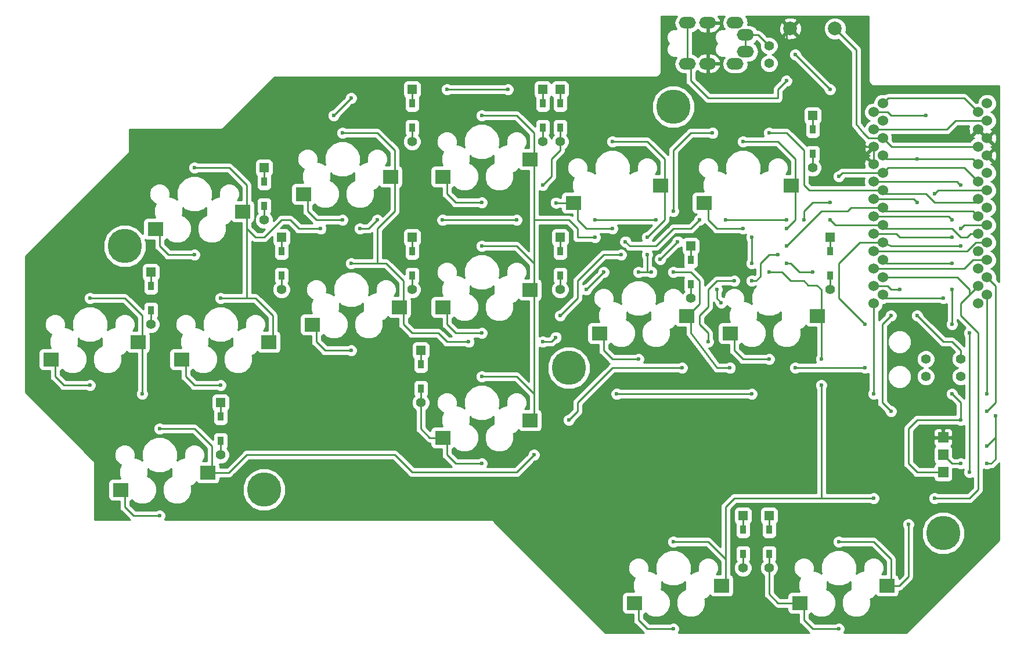
<source format=gbl>
G04 #@! TF.GenerationSoftware,KiCad,Pcbnew,5.0.2+dfsg1-1~bpo9+1*
G04 #@! TF.CreationDate,2019-02-28T23:45:42+09:00*
G04 #@! TF.ProjectId,bonsai,626f6e73-6169-42e6-9b69-6361645f7063,v 1.1*
G04 #@! TF.SameCoordinates,Original*
G04 #@! TF.FileFunction,Copper,L2,Bot*
G04 #@! TF.FilePolarity,Positive*
%FSLAX46Y46*%
G04 Gerber Fmt 4.6, Leading zero omitted, Abs format (unit mm)*
G04 Created by KiCad (PCBNEW 5.0.2+dfsg1-1~bpo9+1) date 2019年02月28日 23時45分42秒*
%MOMM*%
%LPD*%
G01*
G04 APERTURE LIST*
G04 #@! TA.AperFunction,SMDPad,CuDef*
%ADD10R,2.300000X2.000000*%
G04 #@! TD*
G04 #@! TA.AperFunction,ComponentPad*
%ADD11C,1.397000*%
G04 #@! TD*
G04 #@! TA.AperFunction,ComponentPad*
%ADD12R,1.397000X1.397000*%
G04 #@! TD*
G04 #@! TA.AperFunction,SMDPad,CuDef*
%ADD13R,0.950000X1.300000*%
G04 #@! TD*
G04 #@! TA.AperFunction,ComponentPad*
%ADD14O,2.500000X1.700000*%
G04 #@! TD*
G04 #@! TA.AperFunction,SMDPad,CuDef*
%ADD15R,1.524000X1.524000*%
G04 #@! TD*
G04 #@! TA.AperFunction,ComponentPad*
%ADD16C,2.000000*%
G04 #@! TD*
G04 #@! TA.AperFunction,ComponentPad*
%ADD17C,1.524000*%
G04 #@! TD*
G04 #@! TA.AperFunction,WasherPad*
%ADD18C,5.000000*%
G04 #@! TD*
G04 #@! TA.AperFunction,ViaPad*
%ADD19C,0.600000*%
G04 #@! TD*
G04 #@! TA.AperFunction,Conductor*
%ADD20C,0.250000*%
G04 #@! TD*
G04 #@! TA.AperFunction,Conductor*
%ADD21C,0.254000*%
G04 #@! TD*
G04 APERTURE END LIST*
D10*
G04 #@! TO.P,SW2,1*
G04 #@! TO.N,COL0*
X97170000Y-105450000D03*
G04 #@! TO.P,SW2,2*
G04 #@! TO.N,Net-(D1-Pad2)*
X84470000Y-107990000D03*
G04 #@! TD*
G04 #@! TO.P,SW14,1*
G04 #@! TO.N,COL5*
X196230000Y-101640000D03*
G04 #@! TO.P,SW14,2*
G04 #@! TO.N,Net-(D13-Pad2)*
X183530000Y-104180000D03*
G04 #@! TD*
G04 #@! TO.P,SW10,2*
G04 #@! TO.N,Net-(D9-Pad2)*
X141620000Y-119420000D03*
G04 #@! TO.P,SW10,1*
G04 #@! TO.N,COL3*
X154320000Y-116880000D03*
G04 #@! TD*
D11*
G04 #@! TO.P,D1,2*
G04 #@! TO.N,Net-(D1-Pad2)*
X99060000Y-102870000D03*
D12*
G04 #@! TO.P,D1,1*
G04 #@! TO.N,ROW1*
X99060000Y-95250000D03*
D13*
X99060000Y-97285000D03*
G04 #@! TO.P,D1,2*
G04 #@! TO.N,Net-(D1-Pad2)*
X99060000Y-100835000D03*
G04 #@! TD*
G04 #@! TO.P,D2,2*
G04 #@! TO.N,Net-(D2-Pad2)*
X109220000Y-119885000D03*
G04 #@! TO.P,D2,1*
G04 #@! TO.N,ROW2*
X109220000Y-116335000D03*
D12*
X109220000Y-114300000D03*
D11*
G04 #@! TO.P,D2,2*
G04 #@! TO.N,Net-(D2-Pad2)*
X109220000Y-121920000D03*
G04 #@! TD*
D13*
G04 #@! TO.P,D3,2*
G04 #@! TO.N,Net-(D3-Pad2)*
X115570000Y-85595000D03*
G04 #@! TO.P,D3,1*
G04 #@! TO.N,ROW0*
X115570000Y-82045000D03*
D12*
X115570000Y-80010000D03*
D11*
G04 #@! TO.P,D3,2*
G04 #@! TO.N,Net-(D3-Pad2)*
X115570000Y-87630000D03*
G04 #@! TD*
G04 #@! TO.P,D4,2*
G04 #@! TO.N,Net-(D4-Pad2)*
X118110000Y-97790000D03*
D12*
G04 #@! TO.P,D4,1*
G04 #@! TO.N,ROW1*
X118110000Y-90170000D03*
D13*
X118110000Y-92205000D03*
G04 #@! TO.P,D4,2*
G04 #@! TO.N,Net-(D4-Pad2)*
X118110000Y-95755000D03*
G04 #@! TD*
G04 #@! TO.P,D5,2*
G04 #@! TO.N,Net-(D5-Pad2)*
X137160000Y-74165000D03*
G04 #@! TO.P,D5,1*
G04 #@! TO.N,ROW0*
X137160000Y-70615000D03*
D12*
X137160000Y-68580000D03*
D11*
G04 #@! TO.P,D5,2*
G04 #@! TO.N,Net-(D5-Pad2)*
X137160000Y-76200000D03*
G04 #@! TD*
G04 #@! TO.P,D6,2*
G04 #@! TO.N,Net-(D6-Pad2)*
X137160000Y-97790000D03*
D12*
G04 #@! TO.P,D6,1*
G04 #@! TO.N,ROW1*
X137160000Y-90170000D03*
D13*
X137160000Y-92205000D03*
G04 #@! TO.P,D6,2*
G04 #@! TO.N,Net-(D6-Pad2)*
X137160000Y-95755000D03*
G04 #@! TD*
D11*
G04 #@! TO.P,D7,2*
G04 #@! TO.N,Net-(D7-Pad2)*
X156210000Y-76200000D03*
D12*
G04 #@! TO.P,D7,1*
G04 #@! TO.N,ROW0*
X156210000Y-68580000D03*
D13*
X156210000Y-70615000D03*
G04 #@! TO.P,D7,2*
G04 #@! TO.N,Net-(D7-Pad2)*
X156210000Y-74165000D03*
G04 #@! TD*
G04 #@! TO.P,D8,2*
G04 #@! TO.N,Net-(D8-Pad2)*
X158750000Y-95755000D03*
G04 #@! TO.P,D8,1*
G04 #@! TO.N,ROW1*
X158750000Y-92205000D03*
D12*
X158750000Y-90170000D03*
D11*
G04 #@! TO.P,D8,2*
G04 #@! TO.N,Net-(D8-Pad2)*
X158750000Y-97790000D03*
G04 #@! TD*
G04 #@! TO.P,D9,2*
G04 #@! TO.N,Net-(D9-Pad2)*
X138430000Y-114300000D03*
D12*
G04 #@! TO.P,D9,1*
G04 #@! TO.N,ROW2*
X138430000Y-106680000D03*
D13*
X138430000Y-108715000D03*
G04 #@! TO.P,D9,2*
G04 #@! TO.N,Net-(D9-Pad2)*
X138430000Y-112265000D03*
G04 #@! TD*
G04 #@! TO.P,D10,2*
G04 #@! TO.N,Net-(D10-Pad2)*
X158750000Y-74165000D03*
G04 #@! TO.P,D10,1*
G04 #@! TO.N,ROW0*
X158750000Y-70615000D03*
D12*
X158750000Y-68580000D03*
D11*
G04 #@! TO.P,D10,2*
G04 #@! TO.N,Net-(D10-Pad2)*
X158750000Y-76200000D03*
G04 #@! TD*
D13*
G04 #@! TO.P,D11,2*
G04 #@! TO.N,Net-(D11-Pad2)*
X177800000Y-97025000D03*
G04 #@! TO.P,D11,1*
G04 #@! TO.N,ROW1*
X177800000Y-93475000D03*
D12*
X177800000Y-91440000D03*
D11*
G04 #@! TO.P,D11,2*
G04 #@! TO.N,Net-(D11-Pad2)*
X177800000Y-99060000D03*
G04 #@! TD*
G04 #@! TO.P,D12,2*
G04 #@! TO.N,Net-(D12-Pad2)*
X195580000Y-80010000D03*
D12*
G04 #@! TO.P,D12,1*
G04 #@! TO.N,ROW0*
X195580000Y-72390000D03*
D13*
X195580000Y-74425000D03*
G04 #@! TO.P,D12,2*
G04 #@! TO.N,Net-(D12-Pad2)*
X195580000Y-77975000D03*
G04 #@! TD*
G04 #@! TO.P,D13,2*
G04 #@! TO.N,Net-(D13-Pad2)*
X198120000Y-95755000D03*
G04 #@! TO.P,D13,1*
G04 #@! TO.N,ROW1*
X198120000Y-92205000D03*
D12*
X198120000Y-90170000D03*
D11*
G04 #@! TO.P,D13,2*
G04 #@! TO.N,Net-(D13-Pad2)*
X198120000Y-97790000D03*
G04 #@! TD*
D13*
G04 #@! TO.P,D14,2*
G04 #@! TO.N,Net-(D14-Pad2)*
X185420000Y-136395000D03*
G04 #@! TO.P,D14,1*
G04 #@! TO.N,ROW3*
X185420000Y-132845000D03*
D12*
X185420000Y-130810000D03*
D11*
G04 #@! TO.P,D14,2*
G04 #@! TO.N,Net-(D14-Pad2)*
X185420000Y-138430000D03*
G04 #@! TD*
G04 #@! TO.P,D15,2*
G04 #@! TO.N,Net-(D15-Pad2)*
X189230000Y-138430000D03*
D12*
G04 #@! TO.P,D15,1*
G04 #@! TO.N,ROW3*
X189230000Y-130810000D03*
D13*
X189230000Y-132845000D03*
G04 #@! TO.P,D15,2*
G04 #@! TO.N,Net-(D15-Pad2)*
X189230000Y-136395000D03*
G04 #@! TD*
D14*
G04 #@! TO.P,J1,D*
G04 #@! TO.N,VCC*
X184290000Y-64810000D03*
G04 #@! TO.P,J1,A*
G04 #@! TO.N,Net-(J1-PadA)*
X185790000Y-60610000D03*
G04 #@! TO.P,J1,B*
G04 #@! TO.N,Net-(J1-PadB)*
X177290000Y-64810000D03*
G04 #@! TO.P,J1,C*
G04 #@! TO.N,GND*
X180290000Y-64810000D03*
G04 #@! TO.P,J1,B*
G04 #@! TO.N,Net-(J1-PadB)*
X177290000Y-58860000D03*
G04 #@! TO.P,J1,C*
G04 #@! TO.N,GND*
X180290000Y-58860000D03*
G04 #@! TO.P,J1,D*
G04 #@! TO.N,VCC*
X184290000Y-58860000D03*
G04 #@! TO.P,J1,A*
G04 #@! TO.N,Net-(J1-PadA)*
X185790000Y-63060000D03*
G04 #@! TD*
D11*
G04 #@! TO.P,J2,1*
G04 #@! TO.N,Net-(J1-PadA)*
X189230000Y-62230000D03*
G04 #@! TD*
G04 #@! TO.P,J3,1*
G04 #@! TO.N,Net-(J1-PadB)*
X189230000Y-64770000D03*
G04 #@! TD*
D15*
G04 #@! TO.P,J4,1*
G04 #@! TO.N,GND*
X214630000Y-119380000D03*
G04 #@! TO.P,J4,2*
G04 #@! TO.N,LED*
X214630000Y-121920000D03*
G04 #@! TO.P,J4,3*
G04 #@! TO.N,VCC*
X214630000Y-124460000D03*
G04 #@! TD*
D11*
G04 #@! TO.P,R1,2*
G04 #@! TO.N,SDA*
X212090000Y-107950000D03*
G04 #@! TO.P,R1,1*
G04 #@! TO.N,VCC*
X217170000Y-107950000D03*
G04 #@! TD*
G04 #@! TO.P,R2,1*
G04 #@! TO.N,VCC*
X217170000Y-110490000D03*
G04 #@! TO.P,R2,2*
G04 #@! TO.N,SCL*
X212090000Y-110490000D03*
G04 #@! TD*
D16*
G04 #@! TO.P,SW1,1*
G04 #@! TO.N,Net-(SW1-Pad1)*
X198830000Y-59690000D03*
G04 #@! TO.P,SW1,2*
G04 #@! TO.N,GND*
X192330000Y-59690000D03*
G04 #@! TD*
D10*
G04 #@! TO.P,SW3,2*
G04 #@! TO.N,Net-(D2-Pad2)*
X94630000Y-127040000D03*
G04 #@! TO.P,SW3,1*
G04 #@! TO.N,COL0*
X107330000Y-124500000D03*
G04 #@! TD*
G04 #@! TO.P,SW4,1*
G04 #@! TO.N,COL1*
X112410000Y-86400000D03*
G04 #@! TO.P,SW4,2*
G04 #@! TO.N,Net-(D3-Pad2)*
X99710000Y-88940000D03*
G04 #@! TD*
G04 #@! TO.P,SW5,2*
G04 #@! TO.N,Net-(D4-Pad2)*
X103520000Y-107990000D03*
G04 #@! TO.P,SW5,1*
G04 #@! TO.N,COL1*
X116220000Y-105450000D03*
G04 #@! TD*
G04 #@! TO.P,SW6,2*
G04 #@! TO.N,Net-(D5-Pad2)*
X121300000Y-83860000D03*
G04 #@! TO.P,SW6,1*
G04 #@! TO.N,COL2*
X134000000Y-81320000D03*
G04 #@! TD*
G04 #@! TO.P,SW7,2*
G04 #@! TO.N,Net-(D6-Pad2)*
X122570000Y-102910000D03*
G04 #@! TO.P,SW7,1*
G04 #@! TO.N,COL2*
X135270000Y-100370000D03*
G04 #@! TD*
G04 #@! TO.P,SW8,1*
G04 #@! TO.N,COL3*
X154320000Y-78780000D03*
G04 #@! TO.P,SW8,2*
G04 #@! TO.N,Net-(D7-Pad2)*
X141620000Y-81320000D03*
G04 #@! TD*
G04 #@! TO.P,SW9,1*
G04 #@! TO.N,COL3*
X154320000Y-97830000D03*
G04 #@! TO.P,SW9,2*
G04 #@! TO.N,Net-(D8-Pad2)*
X141620000Y-100370000D03*
G04 #@! TD*
G04 #@! TO.P,SW11,2*
G04 #@! TO.N,Net-(D10-Pad2)*
X160670000Y-85130000D03*
G04 #@! TO.P,SW11,1*
G04 #@! TO.N,COL4*
X173370000Y-82590000D03*
G04 #@! TD*
G04 #@! TO.P,SW12,1*
G04 #@! TO.N,COL4*
X177180000Y-101640000D03*
G04 #@! TO.P,SW12,2*
G04 #@! TO.N,Net-(D11-Pad2)*
X164480000Y-104180000D03*
G04 #@! TD*
G04 #@! TO.P,SW13,1*
G04 #@! TO.N,COL5*
X192420000Y-82590000D03*
G04 #@! TO.P,SW13,2*
G04 #@! TO.N,Net-(D12-Pad2)*
X179720000Y-85130000D03*
G04 #@! TD*
G04 #@! TO.P,SW15,1*
G04 #@! TO.N,COL5*
X182260000Y-141010000D03*
G04 #@! TO.P,SW15,2*
G04 #@! TO.N,Net-(D14-Pad2)*
X169560000Y-143550000D03*
G04 #@! TD*
G04 #@! TO.P,SW16,2*
G04 #@! TO.N,Net-(D15-Pad2)*
X193690000Y-143550000D03*
G04 #@! TO.P,SW16,1*
G04 #@! TO.N,COL6*
X206390000Y-141010000D03*
G04 #@! TD*
D17*
G04 #@! TO.P,U1,24*
G04 #@! TO.N,Net-(U1-Pad24)*
X205796400Y-70612000D03*
G04 #@! TO.P,U1,23*
G04 #@! TO.N,GND*
X205796400Y-73152000D03*
G04 #@! TO.P,U1,22*
G04 #@! TO.N,Net-(SW1-Pad1)*
X205796400Y-75692000D03*
G04 #@! TO.P,U1,21*
G04 #@! TO.N,VCC*
X205796400Y-78232000D03*
G04 #@! TO.P,U1,20*
G04 #@! TO.N,COL0*
X205796400Y-80772000D03*
G04 #@! TO.P,U1,19*
G04 #@! TO.N,COL1*
X205796400Y-83312000D03*
G04 #@! TO.P,U1,18*
G04 #@! TO.N,COL2*
X205796400Y-85852000D03*
G04 #@! TO.P,U1,17*
G04 #@! TO.N,COL3*
X205796400Y-88392000D03*
G04 #@! TO.P,U1,16*
G04 #@! TO.N,COL4*
X205796400Y-90932000D03*
G04 #@! TO.P,U1,15*
G04 #@! TO.N,COL5*
X205796400Y-93472000D03*
G04 #@! TO.P,U1,14*
G04 #@! TO.N,COL6*
X205796400Y-96012000D03*
G04 #@! TO.P,U1,13*
G04 #@! TO.N,Net-(U1-Pad13)*
X205796400Y-98552000D03*
G04 #@! TO.P,U1,12*
G04 #@! TO.N,Net-(U1-Pad12)*
X221016400Y-98552000D03*
G04 #@! TO.P,U1,11*
G04 #@! TO.N,Net-(U1-Pad11)*
X221016400Y-96012000D03*
G04 #@! TO.P,U1,10*
G04 #@! TO.N,ROW3*
X221016400Y-93472000D03*
G04 #@! TO.P,U1,9*
G04 #@! TO.N,ROW2*
X221016400Y-90932000D03*
G04 #@! TO.P,U1,8*
G04 #@! TO.N,ROW1*
X221016400Y-88392000D03*
G04 #@! TO.P,U1,7*
G04 #@! TO.N,ROW0*
X221016400Y-85852000D03*
G04 #@! TO.P,U1,6*
G04 #@! TO.N,SCL*
X221016400Y-83312000D03*
G04 #@! TO.P,U1,5*
G04 #@! TO.N,SDA*
X221016400Y-80772000D03*
G04 #@! TO.P,U1,4*
G04 #@! TO.N,GND*
X221016400Y-78232000D03*
G04 #@! TO.P,U1,3*
X221016400Y-75692000D03*
G04 #@! TO.P,U1,2*
G04 #@! TO.N,DATA*
X221016400Y-73152000D03*
G04 #@! TO.P,U1,1*
G04 #@! TO.N,LED*
X221016400Y-70612000D03*
X204470000Y-71882000D03*
G04 #@! TO.P,U1,2*
G04 #@! TO.N,DATA*
X204470000Y-74422000D03*
G04 #@! TO.P,U1,3*
G04 #@! TO.N,GND*
X204470000Y-76962000D03*
G04 #@! TO.P,U1,4*
X204470000Y-79502000D03*
G04 #@! TO.P,U1,5*
G04 #@! TO.N,SDA*
X204470000Y-82042000D03*
G04 #@! TO.P,U1,6*
G04 #@! TO.N,SCL*
X204470000Y-84582000D03*
G04 #@! TO.P,U1,7*
G04 #@! TO.N,ROW0*
X204470000Y-87122000D03*
G04 #@! TO.P,U1,8*
G04 #@! TO.N,ROW1*
X204470000Y-89662000D03*
G04 #@! TO.P,U1,9*
G04 #@! TO.N,ROW2*
X204470000Y-92202000D03*
G04 #@! TO.P,U1,10*
G04 #@! TO.N,ROW3*
X204470000Y-94742000D03*
G04 #@! TO.P,U1,11*
G04 #@! TO.N,Net-(U1-Pad11)*
X204470000Y-97282000D03*
G04 #@! TO.P,U1,12*
G04 #@! TO.N,Net-(U1-Pad12)*
X204470000Y-99822000D03*
G04 #@! TO.P,U1,13*
G04 #@! TO.N,Net-(U1-Pad13)*
X219710000Y-99822000D03*
G04 #@! TO.P,U1,14*
G04 #@! TO.N,COL6*
X219710000Y-97282000D03*
G04 #@! TO.P,U1,15*
G04 #@! TO.N,COL5*
X219710000Y-94742000D03*
G04 #@! TO.P,U1,16*
G04 #@! TO.N,COL4*
X219710000Y-92202000D03*
G04 #@! TO.P,U1,17*
G04 #@! TO.N,COL3*
X219710000Y-89662000D03*
G04 #@! TO.P,U1,18*
G04 #@! TO.N,COL2*
X219710000Y-87122000D03*
G04 #@! TO.P,U1,19*
G04 #@! TO.N,COL1*
X219710000Y-84582000D03*
G04 #@! TO.P,U1,20*
G04 #@! TO.N,COL0*
X219710000Y-82042000D03*
G04 #@! TO.P,U1,21*
G04 #@! TO.N,VCC*
X219710000Y-79502000D03*
G04 #@! TO.P,U1,22*
G04 #@! TO.N,Net-(SW1-Pad1)*
X219710000Y-76962000D03*
G04 #@! TO.P,U1,23*
G04 #@! TO.N,GND*
X219710000Y-74422000D03*
G04 #@! TO.P,U1,24*
G04 #@! TO.N,Net-(U1-Pad24)*
X219710000Y-71882000D03*
G04 #@! TD*
D18*
G04 #@! TO.P,Ref\002A\002A,*
G04 #@! TO.N,*
X214630000Y-133350000D03*
G04 #@! TD*
G04 #@! TO.P,Ref\002A\002A,*
G04 #@! TO.N,*
X95250000Y-91440000D03*
G04 #@! TD*
G04 #@! TO.P,Ref\002A\002A,*
G04 #@! TO.N,*
X115570000Y-127000000D03*
G04 #@! TD*
G04 #@! TO.P,Ref\002A\002A,*
G04 #@! TO.N,*
X175260000Y-71120000D03*
G04 #@! TD*
G04 #@! TO.P,Ref\002A\002A,*
G04 #@! TO.N,*
X160020000Y-109220000D03*
G04 #@! TD*
D19*
G04 #@! TO.N,Net-(D1-Pad2)*
X90170000Y-111760000D03*
G04 #@! TO.N,ROW1*
X217170000Y-88900000D03*
X215900000Y-90170000D03*
X173355000Y-93345000D03*
X175895000Y-90805000D03*
X191770000Y-93980000D03*
X195580000Y-95250000D03*
G04 #@! TO.N,ROW2*
X186690000Y-113030000D03*
X167005000Y-113030000D03*
G04 #@! TO.N,Net-(D2-Pad2)*
X100330000Y-130810000D03*
G04 #@! TO.N,ROW0*
X215900000Y-87630000D03*
X142240000Y-68580000D03*
X151130000Y-68580000D03*
X125730000Y-72390000D03*
X128270000Y-69850000D03*
G04 #@! TO.N,Net-(D3-Pad2)*
X105410000Y-92710000D03*
G04 #@! TO.N,Net-(D4-Pad2)*
X109220000Y-111760000D03*
G04 #@! TO.N,Net-(D5-Pad2)*
X127000000Y-87630000D03*
G04 #@! TO.N,Net-(D6-Pad2)*
X128270000Y-106680000D03*
G04 #@! TO.N,Net-(D7-Pad2)*
X147320000Y-85090000D03*
G04 #@! TO.N,Net-(D8-Pad2)*
X147320000Y-104140000D03*
G04 #@! TO.N,Net-(D9-Pad2)*
X147320000Y-123190000D03*
G04 #@! TO.N,Net-(D10-Pad2)*
X166370000Y-88900000D03*
X158155000Y-85130000D03*
X156210000Y-82550000D03*
G04 #@! TO.N,Net-(D11-Pad2)*
X170180000Y-107950000D03*
G04 #@! TO.N,Net-(D12-Pad2)*
X185420000Y-88900000D03*
G04 #@! TO.N,Net-(D13-Pad2)*
X189230000Y-107950000D03*
G04 #@! TO.N,Net-(D14-Pad2)*
X175260000Y-147320000D03*
G04 #@! TO.N,Net-(D15-Pad2)*
X199390000Y-147320000D03*
G04 #@! TO.N,VCC*
X217170000Y-116840000D03*
X215900000Y-113030000D03*
X193040000Y-63500000D03*
X198120000Y-68580000D03*
X210820000Y-101600000D03*
X210820000Y-78740000D03*
G04 #@! TO.N,Net-(J1-PadB)*
X191770000Y-67310000D03*
G04 #@! TO.N,GND*
X209550000Y-113030000D03*
X208280000Y-118110000D03*
X212090000Y-119380000D03*
X158750000Y-135890000D03*
X194310000Y-115570000D03*
X200660000Y-76200000D03*
X217170000Y-74930000D03*
X214630000Y-107950000D03*
X207010000Y-125730000D03*
X180290000Y-62230000D03*
X195580000Y-59690000D03*
X186690000Y-67230000D03*
X203200000Y-69850000D03*
X219710000Y-68580000D03*
G04 #@! TO.N,LED*
X217170000Y-123190000D03*
X212090000Y-72390000D03*
X222250000Y-116205000D03*
X220980000Y-123190000D03*
X220980000Y-120650000D03*
G04 #@! TO.N,SDA*
X217170000Y-82550000D03*
G04 #@! TO.N,SCL*
X210820000Y-85090000D03*
X213360000Y-83820000D03*
G04 #@! TO.N,COL0*
X97790000Y-113030000D03*
X90170000Y-99060000D03*
X100330000Y-118110000D03*
X199390000Y-81280000D03*
X198120000Y-85090000D03*
X194310000Y-87630000D03*
X190500000Y-92710000D03*
X180340000Y-105410000D03*
X176530000Y-109220000D03*
X160020000Y-116840000D03*
X154940000Y-121920000D03*
X184150000Y-96520000D03*
X186690000Y-96520000D03*
G04 #@! TO.N,COL1*
X105410000Y-80010000D03*
X109220000Y-99060000D03*
X175260000Y-86360000D03*
X172720000Y-87630000D03*
X163830000Y-87630000D03*
X132080000Y-87630000D03*
X152400000Y-87630000D03*
X141605000Y-87630000D03*
X189230000Y-74930000D03*
X180975000Y-74930000D03*
X129540000Y-88900000D03*
X123825000Y-88900000D03*
G04 #@! TO.N,COL2*
X128270000Y-93980000D03*
X127000000Y-74930000D03*
X167640000Y-92710000D03*
X156210000Y-105410000D03*
X191770000Y-91440000D03*
X158115000Y-104775000D03*
X158750000Y-101600000D03*
X145415000Y-105410000D03*
G04 #@! TO.N,COL3*
X147320000Y-91440000D03*
X147320000Y-72390000D03*
X147320000Y-110490000D03*
X182880000Y-87630000D03*
X179070000Y-87630000D03*
X191770000Y-87630000D03*
X198120000Y-87630000D03*
X168275000Y-90805000D03*
X163830000Y-90170000D03*
G04 #@! TO.N,COL4*
X170180000Y-95250000D03*
X166370000Y-76200000D03*
X203200000Y-109220000D03*
X171450000Y-92710000D03*
X171450000Y-90170000D03*
X203200000Y-102870000D03*
X217170000Y-91440000D03*
X162560000Y-97790000D03*
X165100000Y-95250000D03*
X172085000Y-95250000D03*
X175260000Y-95250000D03*
X193040000Y-109220000D03*
X183515000Y-109220000D03*
G04 #@! TO.N,COL5*
X175260000Y-134620000D03*
X189230000Y-95250000D03*
X185420000Y-76200000D03*
X204470000Y-128270000D03*
X215900000Y-102870000D03*
X218440000Y-104140000D03*
X186690000Y-93980000D03*
X186690000Y-90170000D03*
X191770000Y-88900000D03*
X196850000Y-111760000D03*
X196850000Y-107950000D03*
X218440000Y-124460000D03*
X215900000Y-93980000D03*
X215900000Y-97790000D03*
X181610000Y-97790000D03*
X182245000Y-99695000D03*
G04 #@! TO.N,COL6*
X199390000Y-134620000D03*
X213360000Y-128270000D03*
X209550000Y-132080000D03*
G04 #@! TO.N,Net-(U1-Pad13)*
X214630000Y-99060000D03*
G04 #@! TO.N,Net-(U1-Pad12)*
X220980000Y-113030000D03*
X204470000Y-113030000D03*
G04 #@! TO.N,Net-(U1-Pad11)*
X220980000Y-115570000D03*
X207010000Y-115570000D03*
X207010000Y-101600000D03*
X208280000Y-97790000D03*
G04 #@! TD*
D20*
G04 #@! TO.N,Net-(D1-Pad2)*
X85090000Y-110490000D02*
X85090000Y-107950000D01*
X90170000Y-111760000D02*
X86360000Y-111760000D01*
X86360000Y-111760000D02*
X85090000Y-110490000D01*
X99060000Y-100835000D02*
X99060000Y-102870000D01*
G04 #@! TO.N,ROW1*
X198120000Y-90170000D02*
X198120000Y-92205000D01*
X177800000Y-91440000D02*
X177800000Y-93475000D01*
X158750000Y-92205000D02*
X158750000Y-90170000D01*
X137160000Y-90170000D02*
X137160000Y-92710000D01*
X118110000Y-90170000D02*
X118110000Y-92205000D01*
X99060000Y-95250000D02*
X99060000Y-97285000D01*
X204470000Y-89662000D02*
X207772000Y-89662000D01*
X207772000Y-89662000D02*
X208280000Y-90170000D01*
X215900000Y-90170000D02*
X208280000Y-90170000D01*
X217678000Y-88392000D02*
X221016400Y-88392000D01*
X217170000Y-88900000D02*
X217678000Y-88392000D01*
X173355000Y-93345000D02*
X175895000Y-90805000D01*
X195580000Y-95250000D02*
X194945000Y-95250000D01*
X194945000Y-95250000D02*
X194310000Y-95250000D01*
X194310000Y-95250000D02*
X193675000Y-95250000D01*
X193675000Y-95250000D02*
X192405000Y-93980000D01*
X192405000Y-93980000D02*
X191770000Y-93980000D01*
G04 #@! TO.N,ROW2*
X109220000Y-114300000D02*
X109220000Y-116335000D01*
X219938770Y-90932000D02*
X221016400Y-90932000D01*
X219371238Y-90932000D02*
X219938770Y-90932000D01*
X218101238Y-92202000D02*
X219371238Y-90932000D01*
X204470000Y-92202000D02*
X218101238Y-92202000D01*
X138430000Y-108715000D02*
X138430000Y-106680000D01*
X186690000Y-113030000D02*
X167005000Y-113030000D01*
G04 #@! TO.N,Net-(D2-Pad2)*
X95250000Y-129540000D02*
X95250000Y-127000000D01*
X100330000Y-130810000D02*
X96520000Y-130810000D01*
X96520000Y-130810000D02*
X95250000Y-129540000D01*
X109220000Y-119885000D02*
X109220000Y-121920000D01*
G04 #@! TO.N,ROW0*
X195580000Y-72390000D02*
X195580000Y-74425000D01*
X137160000Y-70615000D02*
X137160000Y-68580000D01*
X156210000Y-68580000D02*
X156210000Y-70615000D01*
X158750000Y-70615000D02*
X158750000Y-68580000D01*
X115570000Y-80010000D02*
X115570000Y-82045000D01*
X204470000Y-87122000D02*
X215392000Y-87122000D01*
X215392000Y-87122000D02*
X215900000Y-87630000D01*
X215900000Y-87630000D02*
X215900000Y-87630000D01*
X142240000Y-68580000D02*
X151130000Y-68580000D01*
X125730000Y-72390000D02*
X128270000Y-69850000D01*
G04 #@! TO.N,Net-(D3-Pad2)*
X100330000Y-91440000D02*
X100330000Y-88900000D01*
X105410000Y-92710000D02*
X101600000Y-92710000D01*
X101600000Y-92710000D02*
X100330000Y-91440000D01*
X115570000Y-85595000D02*
X115570000Y-87630000D01*
G04 #@! TO.N,Net-(D4-Pad2)*
X104140000Y-110490000D02*
X104140000Y-107950000D01*
X109220000Y-111760000D02*
X105410000Y-111760000D01*
X105410000Y-111760000D02*
X104140000Y-110490000D01*
X118110000Y-95755000D02*
X118110000Y-97790000D01*
G04 #@! TO.N,Net-(D5-Pad2)*
X121920000Y-86360000D02*
X121920000Y-83820000D01*
X127000000Y-87630000D02*
X123190000Y-87630000D01*
X123190000Y-87630000D02*
X121920000Y-86360000D01*
X137160000Y-74165000D02*
X137160000Y-76200000D01*
G04 #@! TO.N,Net-(D6-Pad2)*
X123190000Y-105410000D02*
X123190000Y-102870000D01*
X128270000Y-106680000D02*
X124460000Y-106680000D01*
X124460000Y-106680000D02*
X123190000Y-105410000D01*
X137160000Y-95755000D02*
X137160000Y-97790000D01*
G04 #@! TO.N,Net-(D7-Pad2)*
X142240000Y-83820000D02*
X142240000Y-81280000D01*
X147320000Y-85090000D02*
X143510000Y-85090000D01*
X143510000Y-85090000D02*
X142240000Y-83820000D01*
X156210000Y-74165000D02*
X156210000Y-76200000D01*
G04 #@! TO.N,Net-(D8-Pad2)*
X142240000Y-102870000D02*
X142240000Y-100330000D01*
X147320000Y-104140000D02*
X143510000Y-104140000D01*
X143510000Y-104140000D02*
X142240000Y-102870000D01*
X158750000Y-95755000D02*
X158750000Y-97790000D01*
G04 #@! TO.N,Net-(D9-Pad2)*
X142240000Y-121920000D02*
X142240000Y-119380000D01*
X147320000Y-123190000D02*
X143510000Y-123190000D01*
X143510000Y-123190000D02*
X142240000Y-121920000D01*
X138430000Y-118110000D02*
X138430000Y-114300000D01*
X141620000Y-119420000D02*
X139740000Y-119420000D01*
X139740000Y-119420000D02*
X138430000Y-118110000D01*
X138430000Y-112265000D02*
X138430000Y-114300000D01*
G04 #@! TO.N,Net-(D10-Pad2)*
X161290000Y-87630000D02*
X161290000Y-85090000D01*
X166370000Y-88900000D02*
X162560000Y-88900000D01*
X162560000Y-88900000D02*
X161290000Y-87630000D01*
X160670000Y-85130000D02*
X158790000Y-85130000D01*
X156210000Y-82550000D02*
X156210000Y-82550000D01*
X157480000Y-81280000D02*
X157480000Y-78740000D01*
X157480000Y-78740000D02*
X158750000Y-77470000D01*
X158750000Y-77470000D02*
X158750000Y-76200000D01*
X158750000Y-74165000D02*
X158750000Y-76200000D01*
X158790000Y-85130000D02*
X158790000Y-85130000D01*
X158790000Y-85130000D02*
X158155000Y-85130000D01*
X158155000Y-85130000D02*
X158155000Y-85130000D01*
X156210000Y-82550000D02*
X157480000Y-81280000D01*
G04 #@! TO.N,Net-(D11-Pad2)*
X165100000Y-106680000D02*
X165100000Y-104140000D01*
X170180000Y-107950000D02*
X166370000Y-107950000D01*
X166370000Y-107950000D02*
X165100000Y-106680000D01*
X177800000Y-97025000D02*
X177800000Y-99060000D01*
G04 #@! TO.N,Net-(D12-Pad2)*
X180340000Y-87630000D02*
X180340000Y-85090000D01*
X185420000Y-88900000D02*
X181610000Y-88900000D01*
X181610000Y-88900000D02*
X180340000Y-87630000D01*
X195580000Y-77975000D02*
X195580000Y-80010000D01*
G04 #@! TO.N,Net-(D13-Pad2)*
X184150000Y-106680000D02*
X184150000Y-104140000D01*
X189230000Y-107950000D02*
X185420000Y-107950000D01*
X185420000Y-107950000D02*
X184150000Y-106680000D01*
X198120000Y-95755000D02*
X198120000Y-97790000D01*
G04 #@! TO.N,ROW3*
X189230000Y-130810000D02*
X189230000Y-132845000D01*
X185420000Y-130810000D02*
X185420000Y-132845000D01*
X218948000Y-93472000D02*
X221016400Y-93472000D01*
X217678000Y-94742000D02*
X218948000Y-93472000D01*
X204470000Y-94742000D02*
X217678000Y-94742000D01*
G04 #@! TO.N,Net-(D14-Pad2)*
X170180000Y-146050000D02*
X170180000Y-143510000D01*
X175260000Y-147320000D02*
X171450000Y-147320000D01*
X171450000Y-147320000D02*
X170180000Y-146050000D01*
X185420000Y-136395000D02*
X185420000Y-138430000D01*
G04 #@! TO.N,Net-(D15-Pad2)*
X194310000Y-146050000D02*
X194310000Y-143510000D01*
X199390000Y-147320000D02*
X195580000Y-147320000D01*
X195580000Y-147320000D02*
X194310000Y-146050000D01*
X190540000Y-143550000D02*
X193690000Y-143550000D01*
X189230000Y-142240000D02*
X190540000Y-143550000D01*
X189230000Y-138430000D02*
X189230000Y-142240000D01*
X189230000Y-136395000D02*
X189230000Y-138430000D01*
G04 #@! TO.N,VCC*
X217170000Y-116840000D02*
X217170000Y-114300000D01*
X217170000Y-114300000D02*
X215900000Y-113030000D01*
X215900000Y-113030000D02*
X215900000Y-113030000D01*
X193040000Y-63500000D02*
X195580000Y-66040000D01*
X198120000Y-68580000D02*
X195580000Y-66040000D01*
X217170000Y-107950000D02*
X217170000Y-106680000D01*
X217170000Y-106680000D02*
X215900000Y-105410000D01*
X215900000Y-105410000D02*
X214630000Y-105410000D01*
X214630000Y-105410000D02*
X212090000Y-102870000D01*
X212090000Y-102870000D02*
X210820000Y-101600000D01*
X210820000Y-101600000D02*
X210820000Y-101600000D01*
X206304400Y-78740000D02*
X205796400Y-78232000D01*
X210820000Y-78740000D02*
X206304400Y-78740000D01*
X218948001Y-78740001D02*
X219710000Y-79502000D01*
X210820000Y-78740000D02*
X218948001Y-78740001D01*
X214630000Y-124460000D02*
X212090000Y-124460000D01*
X212090000Y-124460000D02*
X210820000Y-124460000D01*
X210820000Y-124460000D02*
X209550000Y-123190000D01*
X209550000Y-123190000D02*
X209550000Y-118110000D01*
X209550000Y-118110000D02*
X210820000Y-116840000D01*
X210820000Y-116840000D02*
X217170000Y-116840000D01*
G04 #@! TO.N,Net-(J1-PadA)*
X185790000Y-60610000D02*
X185790000Y-63060000D01*
X187610000Y-60610000D02*
X189230000Y-62230000D01*
X185790000Y-60610000D02*
X187610000Y-60610000D01*
G04 #@! TO.N,Net-(J1-PadB)*
X177290000Y-58860000D02*
X177290000Y-64810000D01*
X177800000Y-67310000D02*
X180340000Y-69850000D01*
X177800000Y-64770000D02*
X177800000Y-67310000D01*
X180340000Y-69850000D02*
X190500000Y-69850000D01*
X190500000Y-69850000D02*
X190500000Y-68580000D01*
X190500000Y-68580000D02*
X191770000Y-67310000D01*
X191770000Y-67310000D02*
X191770000Y-67310000D01*
G04 #@! TO.N,GND*
X180290000Y-58860000D02*
X180290000Y-62230000D01*
X180290000Y-65910000D02*
X181610000Y-67230000D01*
X181610000Y-67230000D02*
X186690000Y-67230000D01*
X191770000Y-66040000D02*
X191770000Y-59690000D01*
X180290000Y-64810000D02*
X180290000Y-65910000D01*
X190420000Y-67230000D02*
X191770000Y-66040000D01*
X203392370Y-76962000D02*
X199390000Y-72959630D01*
X204470000Y-76962000D02*
X203392370Y-76962000D01*
X199390000Y-72959630D02*
X199390000Y-71120000D01*
X199390000Y-71120000D02*
X198120000Y-69850000D01*
X198120000Y-69850000D02*
X195580000Y-69850000D01*
X195580000Y-69850000D02*
X192414999Y-66684999D01*
X192414999Y-66684999D02*
X191770000Y-66040000D01*
X204470000Y-76962000D02*
X204470000Y-79502000D01*
X209550000Y-113030000D02*
X209550000Y-115570000D01*
X209550000Y-115570000D02*
X208280000Y-116840000D01*
X208280000Y-116840000D02*
X208280000Y-118110000D01*
X208280000Y-118110000D02*
X208280000Y-118110000D01*
X212090000Y-119380000D02*
X214630000Y-119380000D01*
X180290000Y-62230000D02*
X180290000Y-64810000D01*
X186690000Y-67230000D02*
X190420000Y-67230000D01*
G04 #@! TO.N,LED*
X217170000Y-123190000D02*
X215900000Y-123190000D01*
X215900000Y-123190000D02*
X214630000Y-121920000D01*
X204470000Y-71882000D02*
X206502000Y-71882000D01*
X206502000Y-71882000D02*
X207010000Y-72390000D01*
X207010000Y-72390000D02*
X212090000Y-72390000D01*
X212090000Y-72390000D02*
X212090000Y-72390000D01*
X222250000Y-119380000D02*
X222250000Y-116205000D01*
X220980000Y-123190000D02*
X221615000Y-123190000D01*
X221615000Y-123190000D02*
X222250000Y-122555000D01*
X222250000Y-122555000D02*
X222250000Y-119380000D01*
X220980000Y-120650000D02*
X222250000Y-119380000D01*
G04 #@! TO.N,DATA*
X215138000Y-74422000D02*
X216408000Y-73152000D01*
X216408000Y-73152000D02*
X221016400Y-73152000D01*
X204470000Y-74422000D02*
X215138000Y-74422000D01*
G04 #@! TO.N,SDA*
X217170000Y-82550000D02*
X217025704Y-82405704D01*
X204470000Y-82042000D02*
X216662000Y-82042000D01*
X217025704Y-82405704D02*
X216707499Y-82087499D01*
X216662000Y-82042000D02*
X217025704Y-82405704D01*
G04 #@! TO.N,SCL*
X204470000Y-84582000D02*
X210312000Y-84582000D01*
X210312000Y-84582000D02*
X210820000Y-85090000D01*
X210820000Y-85090000D02*
X210820000Y-85090000D01*
X213868000Y-83312000D02*
X221016400Y-83312000D01*
X213360000Y-83820000D02*
X213868000Y-83312000D01*
G04 #@! TO.N,Net-(SW1-Pad1)*
X201930000Y-62790000D02*
X198830000Y-59690000D01*
X205796400Y-75692000D02*
X203708000Y-75692000D01*
X203708000Y-75692000D02*
X202946000Y-74930000D01*
X202946000Y-74930000D02*
X201930000Y-73660000D01*
X201930000Y-73660000D02*
X201930000Y-62790000D01*
X207066400Y-76962000D02*
X219710000Y-76962000D01*
X205796400Y-75692000D02*
X207066400Y-76962000D01*
G04 #@! TO.N,COL0*
X107950000Y-120650000D02*
X107950000Y-124460000D01*
X105410000Y-118110000D02*
X107950000Y-120650000D01*
X100330000Y-118110000D02*
X105410000Y-118110000D01*
X97790000Y-101600000D02*
X97790000Y-105410000D01*
X95250000Y-99060000D02*
X97790000Y-101600000D01*
X90170000Y-99060000D02*
X95250000Y-99060000D01*
X97790000Y-106070000D02*
X97170000Y-105450000D01*
X97790000Y-113030000D02*
X97790000Y-106070000D01*
X217678000Y-80010000D02*
X219710000Y-82042000D01*
X206558400Y-80010000D02*
X217678000Y-80010000D01*
X205796400Y-80772000D02*
X206558400Y-80010000D01*
X205796400Y-80772000D02*
X199898000Y-80772000D01*
X199898000Y-80772000D02*
X199390000Y-81280000D01*
X199390000Y-81280000D02*
X199390000Y-81280000D01*
X198120000Y-85090000D02*
X195580000Y-85090000D01*
X195580000Y-85090000D02*
X194310000Y-86360000D01*
X194310000Y-86360000D02*
X194310000Y-87630000D01*
X194310000Y-87630000D02*
X194310000Y-87630000D01*
X190500000Y-92710000D02*
X189230000Y-92710000D01*
X181610000Y-96520000D02*
X180340000Y-97790000D01*
X180340000Y-97790000D02*
X180340000Y-99060000D01*
X180340000Y-99060000D02*
X180340000Y-100330000D01*
X180340000Y-100330000D02*
X179070000Y-101600000D01*
X179070000Y-101600000D02*
X179070000Y-102870000D01*
X179070000Y-102870000D02*
X180340000Y-104140000D01*
X180340000Y-104140000D02*
X180340000Y-105410000D01*
X180340000Y-105410000D02*
X180340000Y-105410000D01*
X137160000Y-124460000D02*
X134620000Y-121920000D01*
X152400000Y-124460000D02*
X137160000Y-124460000D01*
X134620000Y-121920000D02*
X116840000Y-121920000D01*
X176530000Y-109220000D02*
X166370000Y-109220000D01*
X166370000Y-109220000D02*
X161290000Y-114300000D01*
X161290000Y-114300000D02*
X161290000Y-115570000D01*
X107330000Y-124500000D02*
X110450000Y-124500000D01*
X110450000Y-124500000D02*
X113030000Y-121920000D01*
X113030000Y-121920000D02*
X116840000Y-121920000D01*
X152400000Y-124460000D02*
X154940000Y-121920000D01*
X161290000Y-115570000D02*
X160020000Y-116840000D01*
X160020000Y-116840000D02*
X160020000Y-116840000D01*
X154940000Y-121920000D02*
X154940000Y-121920000D01*
X181610000Y-96520000D02*
X184150000Y-96520000D01*
X189230000Y-92710000D02*
X188595000Y-93345000D01*
X188595000Y-93345000D02*
X187960000Y-93980000D01*
X187960000Y-93980000D02*
X187960000Y-95885000D01*
X187960000Y-95885000D02*
X187325000Y-96520000D01*
X187325000Y-96520000D02*
X186690000Y-96520000D01*
X184150000Y-96520000D02*
X184150000Y-96520000D01*
X186690000Y-96520000D02*
X186690000Y-96520000D01*
G04 #@! TO.N,COL1*
X114300000Y-99060000D02*
X116840000Y-101600000D01*
X116840000Y-101600000D02*
X116840000Y-105410000D01*
X109220000Y-99060000D02*
X113030000Y-99060000D01*
X113030000Y-99060000D02*
X114300000Y-99060000D01*
X113030000Y-82550000D02*
X113030000Y-86360000D01*
X110490000Y-80010000D02*
X113030000Y-82550000D01*
X105410000Y-80010000D02*
X110490000Y-80010000D01*
X212090000Y-83820000D02*
X212852000Y-84582000D01*
X205740000Y-83820000D02*
X212090000Y-83820000D01*
X212852000Y-84582000D02*
X213360000Y-85090000D01*
X213360000Y-85090000D02*
X217170000Y-85090000D01*
X217170000Y-85090000D02*
X218440000Y-85090000D01*
X218440000Y-85090000D02*
X219710000Y-85090000D01*
X205796400Y-83312000D02*
X195072000Y-83312000D01*
X195072000Y-83312000D02*
X194310000Y-82550000D01*
X194310000Y-82550000D02*
X194310000Y-78740000D01*
X194310000Y-78740000D02*
X194310000Y-77470000D01*
X194310000Y-77470000D02*
X191770000Y-74930000D01*
X177800000Y-74930000D02*
X175260000Y-77470000D01*
X175260000Y-77470000D02*
X175260000Y-86360000D01*
X175260000Y-86360000D02*
X175260000Y-86360000D01*
X172720000Y-87630000D02*
X163830000Y-87630000D01*
X163830000Y-87630000D02*
X163830000Y-87630000D01*
X115570000Y-90170000D02*
X114300000Y-90170000D01*
X119380000Y-87630000D02*
X118110000Y-87630000D01*
X118110000Y-87630000D02*
X115570000Y-90170000D01*
X113030000Y-99060000D02*
X113030000Y-88900000D01*
X114300000Y-90170000D02*
X113030000Y-88900000D01*
X132080000Y-87630000D02*
X130810000Y-88900000D01*
X120650000Y-88900000D02*
X119380000Y-87630000D01*
X113030000Y-88900000D02*
X113030000Y-86360000D01*
X152400000Y-87630000D02*
X141605000Y-87630000D01*
X177800000Y-74930000D02*
X180975000Y-74930000D01*
X191770000Y-74930000D02*
X189230000Y-74930000D01*
X189230000Y-74930000D02*
X189230000Y-74930000D01*
X180975000Y-74930000D02*
X180975000Y-74930000D01*
X120650000Y-88900000D02*
X123825000Y-88900000D01*
X130810000Y-88900000D02*
X129540000Y-88900000D01*
X129540000Y-88900000D02*
X129540000Y-88900000D01*
X123825000Y-88900000D02*
X123825000Y-88900000D01*
G04 #@! TO.N,COL2*
X134620000Y-77470000D02*
X134620000Y-81280000D01*
X132080000Y-74930000D02*
X134620000Y-77470000D01*
X127000000Y-74930000D02*
X132080000Y-74930000D01*
X135890000Y-96520000D02*
X135890000Y-100330000D01*
X133350000Y-93980000D02*
X135890000Y-96520000D01*
X128270000Y-93980000D02*
X132080000Y-93980000D01*
X132080000Y-93980000D02*
X133350000Y-93980000D01*
X134620000Y-86360000D02*
X134620000Y-81280000D01*
X132080000Y-88900000D02*
X134620000Y-86360000D01*
X132080000Y-93980000D02*
X132080000Y-88900000D01*
X167640000Y-92710000D02*
X166370000Y-92710000D01*
X166370000Y-92710000D02*
X165100000Y-92710000D01*
X165100000Y-92710000D02*
X163830000Y-93980000D01*
X163830000Y-93980000D02*
X161290000Y-96520000D01*
X161290000Y-96520000D02*
X161290000Y-99060000D01*
X161290000Y-99060000D02*
X158750000Y-101600000D01*
X157480000Y-105410000D02*
X156210000Y-105410000D01*
X156210000Y-105410000D02*
X156210000Y-105410000D01*
X140970000Y-104140000D02*
X137160000Y-104140000D01*
X135890000Y-102870000D02*
X135890000Y-100330000D01*
X142240000Y-105410000D02*
X140970000Y-104140000D01*
X137160000Y-104140000D02*
X135890000Y-102870000D01*
X201168000Y-85852000D02*
X205796400Y-85852000D01*
X200660000Y-86360000D02*
X201168000Y-85852000D01*
X196850000Y-86360000D02*
X200660000Y-86360000D01*
X194310000Y-88900000D02*
X196850000Y-86360000D01*
X218948001Y-86360001D02*
X219710000Y-87122000D01*
X205740000Y-86360000D02*
X218948001Y-86360001D01*
X191770000Y-91440000D02*
X194310000Y-88900000D01*
X157480000Y-105410000D02*
X158115000Y-104775000D01*
X158115000Y-104775000D02*
X158115000Y-104775000D01*
X158750000Y-101600000D02*
X158750000Y-101600000D01*
X142240000Y-105410000D02*
X145415000Y-105410000D01*
X145415000Y-105410000D02*
X145415000Y-105410000D01*
G04 #@! TO.N,COL3*
X205740000Y-88900000D02*
X208280000Y-88900000D01*
X154940000Y-87630000D02*
X154940000Y-78740000D01*
X154940000Y-87630000D02*
X154940000Y-97790000D01*
X189230000Y-87630000D02*
X182880000Y-87630000D01*
X182880000Y-87630000D02*
X182880000Y-87630000D01*
X154940000Y-97790000D02*
X154940000Y-111760000D01*
X147320000Y-110490000D02*
X152400000Y-110490000D01*
X152400000Y-110490000D02*
X154940000Y-113030000D01*
X154940000Y-113030000D02*
X154940000Y-116840000D01*
X154940000Y-111760000D02*
X154940000Y-113030000D01*
X147320000Y-91440000D02*
X152400000Y-91440000D01*
X152400000Y-91440000D02*
X154940000Y-93980000D01*
X154940000Y-74930000D02*
X154940000Y-78740000D01*
X152400000Y-72390000D02*
X154940000Y-74930000D01*
X147320000Y-72390000D02*
X152400000Y-72390000D01*
X160020000Y-87630000D02*
X154940000Y-87630000D01*
X161290000Y-88900000D02*
X160020000Y-87630000D01*
X161290000Y-90170000D02*
X161290000Y-88900000D01*
X163830000Y-90170000D02*
X163830000Y-90170000D01*
X179070000Y-87630000D02*
X177800000Y-88900000D01*
X177800000Y-88900000D02*
X175260000Y-88900000D01*
X175260000Y-88900000D02*
X172720000Y-91440000D01*
X218632370Y-89662000D02*
X218124370Y-90170000D01*
X219710000Y-89662000D02*
X218632370Y-89662000D01*
X218124370Y-90170000D02*
X217170000Y-90170000D01*
X217170000Y-90170000D02*
X215900000Y-88900000D01*
X215900000Y-88900000D02*
X208280000Y-88900000D01*
X189230000Y-87630000D02*
X191770000Y-87630000D01*
X191770000Y-87630000D02*
X191770000Y-87630000D01*
X198882000Y-88392000D02*
X205796400Y-88392000D01*
X198120000Y-87630000D02*
X198882000Y-88392000D01*
X172720000Y-91440000D02*
X168910000Y-91440000D01*
X168910000Y-91440000D02*
X168275000Y-90805000D01*
X168275000Y-90805000D02*
X168275000Y-90805000D01*
X163830000Y-90170000D02*
X161290000Y-90170000D01*
G04 #@! TO.N,COL4*
X181610000Y-109220000D02*
X177800000Y-104140000D01*
X177800000Y-104140000D02*
X177800000Y-101600000D01*
X173990000Y-78740000D02*
X173990000Y-82550000D01*
X171450000Y-76200000D02*
X173990000Y-78740000D01*
X166370000Y-76200000D02*
X171450000Y-76200000D01*
X177800000Y-95250000D02*
X175260000Y-95250000D01*
X177180000Y-101640000D02*
X177330000Y-101640000D01*
X179070000Y-96520000D02*
X177800000Y-95250000D01*
X177330000Y-101640000D02*
X179070000Y-99900000D01*
X179070000Y-99900000D02*
X179070000Y-96520000D01*
X171450000Y-95250000D02*
X171450000Y-92710000D01*
X171450000Y-95250000D02*
X170180000Y-95250000D01*
X171450000Y-92710000D02*
X171450000Y-92710000D01*
X173990000Y-87630000D02*
X173990000Y-85090000D01*
X173990000Y-85090000D02*
X173990000Y-82550000D01*
X171450000Y-90170000D02*
X173990000Y-87630000D01*
X219202000Y-92710000D02*
X219710000Y-92202000D01*
X202438000Y-90932000D02*
X205796400Y-90932000D01*
X199390000Y-93980000D02*
X202438000Y-90932000D01*
X199390000Y-99060000D02*
X199390000Y-93980000D01*
X203200000Y-102870000D02*
X199390000Y-99060000D01*
X207010000Y-91440000D02*
X205796400Y-90932000D01*
X217170000Y-91440000D02*
X207010000Y-91440000D01*
X162560000Y-97790000D02*
X165100000Y-95250000D01*
X171450000Y-95250000D02*
X172085000Y-95250000D01*
X172085000Y-95250000D02*
X172085000Y-95250000D01*
X175260000Y-95250000D02*
X175260000Y-95250000D01*
X203200000Y-109220000D02*
X193040000Y-109220000D01*
X181610000Y-109220000D02*
X183515000Y-109220000D01*
X193040000Y-109220000D02*
X193040000Y-109220000D01*
X183515000Y-109220000D02*
X183515000Y-109220000D01*
G04 #@! TO.N,COL5*
X175260000Y-134620000D02*
X180340000Y-134620000D01*
X180340000Y-134620000D02*
X182880000Y-137160000D01*
X193040000Y-78740000D02*
X193040000Y-82550000D01*
X190500000Y-76200000D02*
X193040000Y-78740000D01*
X185420000Y-76200000D02*
X190500000Y-76200000D01*
X182880000Y-129540000D02*
X182880000Y-140970000D01*
X182880000Y-129540000D02*
X184150000Y-128270000D01*
X186690000Y-93980000D02*
X186690000Y-90170000D01*
X186690000Y-90170000D02*
X186690000Y-90170000D01*
X193040000Y-82550000D02*
X192420000Y-82590000D01*
X193040000Y-87630000D02*
X193040000Y-82550000D01*
X191770000Y-88900000D02*
X193040000Y-87630000D01*
X184150000Y-128270000D02*
X196850000Y-128270000D01*
X196850000Y-128270000D02*
X196850000Y-111760000D01*
X196850000Y-128270000D02*
X204470000Y-128270000D01*
X196850000Y-111760000D02*
X196850000Y-111760000D01*
X218440000Y-104140000D02*
X218440000Y-124460000D01*
X206304400Y-93980000D02*
X205796400Y-93472000D01*
X215900000Y-93980000D02*
X206304400Y-93980000D01*
X215900000Y-97790000D02*
X215900000Y-102870000D01*
X181610000Y-99060000D02*
X182245000Y-99695000D01*
X181610000Y-97790000D02*
X181610000Y-99060000D01*
X196850000Y-101600000D02*
X196850000Y-107950000D01*
X196850000Y-97790000D02*
X196850000Y-101600000D01*
X196215000Y-97155000D02*
X196850000Y-97790000D01*
X194945000Y-97155000D02*
X196215000Y-97155000D01*
X189230000Y-95250000D02*
X191135000Y-95250000D01*
X191135000Y-95250000D02*
X192405000Y-96520000D01*
X192405000Y-96520000D02*
X194310000Y-96520000D01*
X194310000Y-96520000D02*
X194945000Y-97155000D01*
G04 #@! TO.N,COL6*
X207010000Y-138430000D02*
X207010000Y-140970000D01*
X199390000Y-134620000D02*
X204470000Y-134620000D01*
X204470000Y-134620000D02*
X207010000Y-137160000D01*
X207010000Y-137160000D02*
X207010000Y-138430000D01*
X218440000Y-128270000D02*
X219710000Y-127000000D01*
X213360000Y-128270000D02*
X213360000Y-128270000D01*
X206390000Y-141010000D02*
X208240000Y-141010000D01*
X208240000Y-141010000D02*
X209550000Y-139700000D01*
X219710000Y-127000000D02*
X219710000Y-104140000D01*
X209550000Y-139700000D02*
X209550000Y-132080000D01*
X217170000Y-101600000D02*
X219710000Y-104140000D01*
X217170000Y-101600000D02*
X217170000Y-99822000D01*
X218440000Y-98552000D02*
X218440000Y-97790000D01*
X217170000Y-99822000D02*
X218440000Y-98552000D01*
X218440000Y-98552000D02*
X219710000Y-97282000D01*
X216662000Y-96012000D02*
X205796400Y-96012000D01*
X218440000Y-97790000D02*
X216662000Y-96012000D01*
X213360000Y-128270000D02*
X218440000Y-128270000D01*
X209550000Y-132080000D02*
X209550000Y-132080000D01*
G04 #@! TO.N,Net-(U1-Pad24)*
X217678000Y-69850000D02*
X219710000Y-71882000D01*
X206558400Y-69850000D02*
X217678000Y-69850000D01*
X205796400Y-70612000D02*
X206558400Y-69850000D01*
G04 #@! TO.N,Net-(U1-Pad13)*
X209550000Y-99060000D02*
X205740000Y-99060000D01*
X214630000Y-99060000D02*
X209550000Y-99060000D01*
G04 #@! TO.N,Net-(U1-Pad12)*
X221016400Y-98552000D02*
X220980000Y-113030000D01*
X220980000Y-113030000D02*
X220980000Y-113030000D01*
X204470000Y-113030000D02*
X204470000Y-100330000D01*
G04 #@! TO.N,Net-(U1-Pad11)*
X222250000Y-114300000D02*
X222250000Y-97245600D01*
X222250000Y-97245600D02*
X221016400Y-96012000D01*
X222250000Y-114300000D02*
X220980000Y-115570000D01*
X220980000Y-115570000D02*
X220980000Y-115570000D01*
X207010000Y-115570000D02*
X207010000Y-115570000D01*
X205740000Y-114300000D02*
X207010000Y-115570000D01*
X205740000Y-102870000D02*
X205740000Y-114300000D01*
X207010000Y-101600000D02*
X205740000Y-102870000D01*
X208280000Y-97790000D02*
X207010000Y-97790000D01*
X207010000Y-97790000D02*
X206502000Y-97282000D01*
X206502000Y-97282000D02*
X204470000Y-97282000D01*
G04 #@! TD*
D21*
G04 #@! TO.N,GND*
G36*
X179855530Y-88220331D02*
X181019670Y-89384472D01*
X181062071Y-89447929D01*
X181313463Y-89615904D01*
X181535148Y-89660000D01*
X181535152Y-89660000D01*
X181609999Y-89674888D01*
X181684846Y-89660000D01*
X184857710Y-89660000D01*
X184890365Y-89692655D01*
X185234017Y-89835000D01*
X185605983Y-89835000D01*
X185860371Y-89729629D01*
X185755000Y-89984017D01*
X185755000Y-90355983D01*
X185897345Y-90699635D01*
X185930001Y-90732291D01*
X185930000Y-93417710D01*
X185897345Y-93450365D01*
X185755000Y-93794017D01*
X185755000Y-94165983D01*
X185897345Y-94509635D01*
X186160365Y-94772655D01*
X186504017Y-94915000D01*
X186875983Y-94915000D01*
X187200000Y-94780788D01*
X187200001Y-95570198D01*
X187094632Y-95675567D01*
X186875983Y-95585000D01*
X186504017Y-95585000D01*
X186160365Y-95727345D01*
X185897345Y-95990365D01*
X185755000Y-96334017D01*
X185755000Y-96705983D01*
X185897345Y-97049635D01*
X186160365Y-97312655D01*
X186504017Y-97455000D01*
X186875983Y-97455000D01*
X187219635Y-97312655D01*
X187251935Y-97280355D01*
X187278007Y-97285540D01*
X186996155Y-97567392D01*
X186595000Y-98535866D01*
X186595000Y-99584134D01*
X186716284Y-99876939D01*
X186629380Y-99790035D01*
X185844678Y-99465001D01*
X185643715Y-99465001D01*
X185685000Y-99365330D01*
X185685000Y-98754670D01*
X185451310Y-98190493D01*
X185019507Y-97758690D01*
X184455330Y-97525000D01*
X183844670Y-97525000D01*
X183280493Y-97758690D01*
X182848690Y-98190493D01*
X182615000Y-98754670D01*
X182615000Y-98836222D01*
X182430983Y-98760000D01*
X182384801Y-98760000D01*
X182370000Y-98745199D01*
X182370000Y-98352290D01*
X182402655Y-98319635D01*
X182545000Y-97975983D01*
X182545000Y-97604017D01*
X182410788Y-97280000D01*
X183587710Y-97280000D01*
X183620365Y-97312655D01*
X183964017Y-97455000D01*
X184335983Y-97455000D01*
X184679635Y-97312655D01*
X184942655Y-97049635D01*
X185085000Y-96705983D01*
X185085000Y-96334017D01*
X184942655Y-95990365D01*
X184679635Y-95727345D01*
X184335983Y-95585000D01*
X183964017Y-95585000D01*
X183620365Y-95727345D01*
X183587710Y-95760000D01*
X181684846Y-95760000D01*
X181609999Y-95745112D01*
X181535152Y-95760000D01*
X181535148Y-95760000D01*
X181313463Y-95804096D01*
X181062071Y-95972071D01*
X181019672Y-96035526D01*
X179855530Y-97199669D01*
X179830000Y-97216728D01*
X179830000Y-96594846D01*
X179844888Y-96519999D01*
X179830000Y-96445152D01*
X179830000Y-96445148D01*
X179785904Y-96223463D01*
X179617929Y-95972071D01*
X179554473Y-95929671D01*
X178390331Y-94765530D01*
X178380876Y-94751380D01*
X178522765Y-94723157D01*
X178732809Y-94582809D01*
X178873157Y-94372765D01*
X178922440Y-94125000D01*
X178922440Y-92825000D01*
X178886261Y-92643114D01*
X178956309Y-92596309D01*
X179096657Y-92386265D01*
X179145940Y-92138500D01*
X179145940Y-90741500D01*
X179096657Y-90493735D01*
X178956309Y-90283691D01*
X178746265Y-90143343D01*
X178498500Y-90094060D01*
X177101500Y-90094060D01*
X176853735Y-90143343D01*
X176675036Y-90262746D01*
X176424635Y-90012345D01*
X176080983Y-89870000D01*
X175709017Y-89870000D01*
X175365365Y-90012345D01*
X175102345Y-90275365D01*
X174960000Y-90619017D01*
X174960000Y-90665197D01*
X173215199Y-92410000D01*
X173169017Y-92410000D01*
X172825365Y-92552345D01*
X172562345Y-92815365D01*
X172420000Y-93159017D01*
X172420000Y-93530983D01*
X172562345Y-93874635D01*
X172825365Y-94137655D01*
X173169017Y-94280000D01*
X173540983Y-94280000D01*
X173884635Y-94137655D01*
X174147655Y-93874635D01*
X174290000Y-93530983D01*
X174290000Y-93484801D01*
X176034803Y-91740000D01*
X176080983Y-91740000D01*
X176424635Y-91597655D01*
X176454060Y-91568230D01*
X176454060Y-92138500D01*
X176503343Y-92386265D01*
X176643691Y-92596309D01*
X176713739Y-92643114D01*
X176677560Y-92825000D01*
X176677560Y-94125000D01*
X176726843Y-94372765D01*
X176805178Y-94490000D01*
X175822290Y-94490000D01*
X175789635Y-94457345D01*
X175445983Y-94315000D01*
X175074017Y-94315000D01*
X174730365Y-94457345D01*
X174467345Y-94720365D01*
X174325000Y-95064017D01*
X174325000Y-95435983D01*
X174467345Y-95779635D01*
X174730365Y-96042655D01*
X175074017Y-96185000D01*
X175445983Y-96185000D01*
X175789635Y-96042655D01*
X175822290Y-96010000D01*
X176805178Y-96010000D01*
X176726843Y-96127235D01*
X176677560Y-96375000D01*
X176677560Y-97675000D01*
X176726843Y-97922765D01*
X176856835Y-98117311D01*
X176669513Y-98304633D01*
X176639051Y-98378176D01*
X176561310Y-98190493D01*
X176129507Y-97758690D01*
X175565330Y-97525000D01*
X174954670Y-97525000D01*
X174390493Y-97758690D01*
X173958690Y-98190493D01*
X173725000Y-98754670D01*
X173725000Y-99365330D01*
X173766285Y-99465000D01*
X173565322Y-99465000D01*
X172780620Y-99790034D01*
X172693717Y-99876937D01*
X172815000Y-99584134D01*
X172815000Y-98535866D01*
X172413845Y-97567392D01*
X171672608Y-96826155D01*
X170704134Y-96425000D01*
X169655866Y-96425000D01*
X168687392Y-96826155D01*
X167946155Y-97567392D01*
X167545000Y-98535866D01*
X167545000Y-99584134D01*
X167666284Y-99876939D01*
X167579380Y-99790035D01*
X166794678Y-99465001D01*
X166593715Y-99465001D01*
X166635000Y-99365330D01*
X166635000Y-98754670D01*
X166401310Y-98190493D01*
X165969507Y-97758690D01*
X165405330Y-97525000D01*
X164794670Y-97525000D01*
X164230493Y-97758690D01*
X163798690Y-98190493D01*
X163565000Y-98754670D01*
X163565000Y-99365330D01*
X163798690Y-99929507D01*
X164230493Y-100361310D01*
X164522137Y-100482113D01*
X164235000Y-101175323D01*
X164235000Y-102024679D01*
X164445371Y-102532560D01*
X163330000Y-102532560D01*
X163082235Y-102581843D01*
X162872191Y-102722191D01*
X162731843Y-102932235D01*
X162682560Y-103180000D01*
X162682560Y-105180000D01*
X162731843Y-105427765D01*
X162872191Y-105637809D01*
X163082235Y-105778157D01*
X163330000Y-105827440D01*
X164340000Y-105827440D01*
X164340000Y-106605153D01*
X164325112Y-106680000D01*
X164340000Y-106754847D01*
X164340000Y-106754851D01*
X164384096Y-106976536D01*
X164552071Y-107227929D01*
X164615530Y-107270331D01*
X165779671Y-108434473D01*
X165822071Y-108497929D01*
X165952382Y-108585000D01*
X165822071Y-108672071D01*
X165779671Y-108735527D01*
X160805530Y-113709669D01*
X160742071Y-113752071D01*
X160574096Y-114003464D01*
X160530000Y-114225149D01*
X160530000Y-114225153D01*
X160515112Y-114300000D01*
X160530000Y-114374847D01*
X160530001Y-115255197D01*
X159880199Y-115905000D01*
X159834017Y-115905000D01*
X159490365Y-116047345D01*
X159227345Y-116310365D01*
X159085000Y-116654017D01*
X159085000Y-117025983D01*
X159227345Y-117369635D01*
X159490365Y-117632655D01*
X159834017Y-117775000D01*
X160205983Y-117775000D01*
X160549635Y-117632655D01*
X160812655Y-117369635D01*
X160955000Y-117025983D01*
X160955000Y-116979801D01*
X161774473Y-116160329D01*
X161837929Y-116117929D01*
X162005904Y-115866537D01*
X162050000Y-115644852D01*
X162050000Y-115644848D01*
X162064888Y-115570001D01*
X162050000Y-115495154D01*
X162050000Y-114614801D01*
X163820784Y-112844017D01*
X166070000Y-112844017D01*
X166070000Y-113215983D01*
X166212345Y-113559635D01*
X166475365Y-113822655D01*
X166819017Y-113965000D01*
X167190983Y-113965000D01*
X167534635Y-113822655D01*
X167567290Y-113790000D01*
X186127710Y-113790000D01*
X186160365Y-113822655D01*
X186504017Y-113965000D01*
X186875983Y-113965000D01*
X187219635Y-113822655D01*
X187482655Y-113559635D01*
X187625000Y-113215983D01*
X187625000Y-112844017D01*
X187482655Y-112500365D01*
X187219635Y-112237345D01*
X186875983Y-112095000D01*
X186504017Y-112095000D01*
X186160365Y-112237345D01*
X186127710Y-112270000D01*
X167567290Y-112270000D01*
X167534635Y-112237345D01*
X167190983Y-112095000D01*
X166819017Y-112095000D01*
X166475365Y-112237345D01*
X166212345Y-112500365D01*
X166070000Y-112844017D01*
X163820784Y-112844017D01*
X166684802Y-109980000D01*
X175967710Y-109980000D01*
X176000365Y-110012655D01*
X176344017Y-110155000D01*
X176715983Y-110155000D01*
X177059635Y-110012655D01*
X177322655Y-109749635D01*
X177465000Y-109405983D01*
X177465000Y-109034017D01*
X177322655Y-108690365D01*
X177059635Y-108427345D01*
X176715983Y-108285000D01*
X176344017Y-108285000D01*
X176000365Y-108427345D01*
X175967710Y-108460000D01*
X170980788Y-108460000D01*
X171115000Y-108135983D01*
X171115000Y-107764017D01*
X170972655Y-107420365D01*
X170709635Y-107157345D01*
X170365983Y-107015000D01*
X169994017Y-107015000D01*
X169650365Y-107157345D01*
X169617710Y-107190000D01*
X166684802Y-107190000D01*
X165860000Y-106365199D01*
X165860000Y-105781691D01*
X165877765Y-105778157D01*
X166087809Y-105637809D01*
X166100087Y-105619433D01*
X166430620Y-105949966D01*
X167215322Y-106275000D01*
X168064678Y-106275000D01*
X168849380Y-105949966D01*
X169449966Y-105349380D01*
X169775000Y-104564678D01*
X169775000Y-103715322D01*
X169449966Y-102930620D01*
X168849380Y-102330034D01*
X168447474Y-102163559D01*
X168505000Y-102024679D01*
X168505000Y-101175323D01*
X168459837Y-101066290D01*
X168687392Y-101293845D01*
X169655866Y-101695000D01*
X170704134Y-101695000D01*
X171672608Y-101293845D01*
X171900162Y-101066291D01*
X171855000Y-101175322D01*
X171855000Y-102024678D01*
X171912526Y-102163559D01*
X171510620Y-102330034D01*
X170910034Y-102930620D01*
X170585000Y-103715322D01*
X170585000Y-104564678D01*
X170910034Y-105349380D01*
X171510620Y-105949966D01*
X172295322Y-106275000D01*
X173144678Y-106275000D01*
X173929380Y-105949966D01*
X174529966Y-105349380D01*
X174855000Y-104564678D01*
X174855000Y-103715322D01*
X174797474Y-103576441D01*
X175199380Y-103409966D01*
X175547896Y-103061450D01*
X175572191Y-103097809D01*
X175782235Y-103238157D01*
X176030000Y-103287440D01*
X177040000Y-103287440D01*
X177040000Y-104010231D01*
X177032900Y-104030415D01*
X177040000Y-104160678D01*
X177040000Y-104214851D01*
X177044067Y-104235298D01*
X177049355Y-104332312D01*
X177073295Y-104382233D01*
X177084096Y-104436536D01*
X177138076Y-104517323D01*
X177147089Y-104536118D01*
X177179587Y-104579448D01*
X177252071Y-104687929D01*
X177269864Y-104699818D01*
X180989586Y-109659447D01*
X181062071Y-109767929D01*
X181142857Y-109821909D01*
X181215199Y-109886772D01*
X181267428Y-109905144D01*
X181313463Y-109935904D01*
X181408762Y-109954860D01*
X181500414Y-109987100D01*
X181630677Y-109980000D01*
X182952710Y-109980000D01*
X182985365Y-110012655D01*
X183329017Y-110155000D01*
X183700983Y-110155000D01*
X184044635Y-110012655D01*
X184307655Y-109749635D01*
X184450000Y-109405983D01*
X184450000Y-109034017D01*
X184307655Y-108690365D01*
X184044635Y-108427345D01*
X183700983Y-108285000D01*
X183329017Y-108285000D01*
X182985365Y-108427345D01*
X182952710Y-108460000D01*
X181990000Y-108460000D01*
X180403750Y-106345000D01*
X180525983Y-106345000D01*
X180869635Y-106202655D01*
X181132655Y-105939635D01*
X181275000Y-105595983D01*
X181275000Y-105224017D01*
X181132655Y-104880365D01*
X181100000Y-104847710D01*
X181100000Y-104214846D01*
X181114888Y-104139999D01*
X181100000Y-104065152D01*
X181100000Y-104065148D01*
X181055904Y-103843463D01*
X180887929Y-103592071D01*
X180824473Y-103549671D01*
X179830000Y-102555199D01*
X179830000Y-101914801D01*
X180824473Y-100920329D01*
X180887929Y-100877929D01*
X181055904Y-100626537D01*
X181100000Y-100404852D01*
X181100000Y-100404848D01*
X181114888Y-100330001D01*
X181100000Y-100255154D01*
X181100000Y-99633272D01*
X181125528Y-99650329D01*
X181310000Y-99834801D01*
X181310000Y-99880983D01*
X181452345Y-100224635D01*
X181715365Y-100487655D01*
X182059017Y-100630000D01*
X182430983Y-100630000D01*
X182774635Y-100487655D01*
X183037655Y-100224635D01*
X183068749Y-100149566D01*
X183280493Y-100361310D01*
X183572137Y-100482113D01*
X183285000Y-101175323D01*
X183285000Y-102024679D01*
X183495371Y-102532560D01*
X182380000Y-102532560D01*
X182132235Y-102581843D01*
X181922191Y-102722191D01*
X181781843Y-102932235D01*
X181732560Y-103180000D01*
X181732560Y-105180000D01*
X181781843Y-105427765D01*
X181922191Y-105637809D01*
X182132235Y-105778157D01*
X182380000Y-105827440D01*
X183390000Y-105827440D01*
X183390000Y-106605153D01*
X183375112Y-106680000D01*
X183390000Y-106754847D01*
X183390000Y-106754851D01*
X183434096Y-106976536D01*
X183602071Y-107227929D01*
X183665530Y-107270331D01*
X184829671Y-108434473D01*
X184872071Y-108497929D01*
X185123463Y-108665904D01*
X185345148Y-108710000D01*
X185345152Y-108710000D01*
X185419999Y-108724888D01*
X185494846Y-108710000D01*
X188667710Y-108710000D01*
X188700365Y-108742655D01*
X189044017Y-108885000D01*
X189415983Y-108885000D01*
X189759635Y-108742655D01*
X190022655Y-108479635D01*
X190165000Y-108135983D01*
X190165000Y-107764017D01*
X190022655Y-107420365D01*
X189759635Y-107157345D01*
X189415983Y-107015000D01*
X189044017Y-107015000D01*
X188700365Y-107157345D01*
X188667710Y-107190000D01*
X185734802Y-107190000D01*
X184910000Y-106365199D01*
X184910000Y-105781691D01*
X184927765Y-105778157D01*
X185137809Y-105637809D01*
X185150087Y-105619433D01*
X185480620Y-105949966D01*
X186265322Y-106275000D01*
X187114678Y-106275000D01*
X187899380Y-105949966D01*
X188499966Y-105349380D01*
X188825000Y-104564678D01*
X188825000Y-103715322D01*
X188499966Y-102930620D01*
X187899380Y-102330034D01*
X187497474Y-102163559D01*
X187555000Y-102024679D01*
X187555000Y-101175323D01*
X187509837Y-101066290D01*
X187737392Y-101293845D01*
X188705866Y-101695000D01*
X189754134Y-101695000D01*
X190722608Y-101293845D01*
X190950162Y-101066291D01*
X190905000Y-101175322D01*
X190905000Y-102024678D01*
X190962526Y-102163559D01*
X190560620Y-102330034D01*
X189960034Y-102930620D01*
X189635000Y-103715322D01*
X189635000Y-104564678D01*
X189960034Y-105349380D01*
X190560620Y-105949966D01*
X191345322Y-106275000D01*
X192194678Y-106275000D01*
X192979380Y-105949966D01*
X193579966Y-105349380D01*
X193905000Y-104564678D01*
X193905000Y-103715322D01*
X193847474Y-103576441D01*
X194249380Y-103409966D01*
X194597896Y-103061450D01*
X194622191Y-103097809D01*
X194832235Y-103238157D01*
X195080000Y-103287440D01*
X196090000Y-103287440D01*
X196090001Y-107387709D01*
X196057345Y-107420365D01*
X195915000Y-107764017D01*
X195915000Y-108135983D01*
X196049212Y-108460000D01*
X193602290Y-108460000D01*
X193569635Y-108427345D01*
X193225983Y-108285000D01*
X192854017Y-108285000D01*
X192510365Y-108427345D01*
X192247345Y-108690365D01*
X192105000Y-109034017D01*
X192105000Y-109405983D01*
X192247345Y-109749635D01*
X192510365Y-110012655D01*
X192854017Y-110155000D01*
X193225983Y-110155000D01*
X193569635Y-110012655D01*
X193602290Y-109980000D01*
X202637710Y-109980000D01*
X202670365Y-110012655D01*
X203014017Y-110155000D01*
X203385983Y-110155000D01*
X203710000Y-110020788D01*
X203710000Y-112467710D01*
X203677345Y-112500365D01*
X203535000Y-112844017D01*
X203535000Y-113215983D01*
X203677345Y-113559635D01*
X203940365Y-113822655D01*
X204284017Y-113965000D01*
X204655983Y-113965000D01*
X204980001Y-113830788D01*
X204980001Y-114225148D01*
X204965112Y-114300000D01*
X204980001Y-114374851D01*
X204980001Y-114374852D01*
X205024097Y-114596537D01*
X205192072Y-114847929D01*
X205255528Y-114890329D01*
X206075000Y-115709802D01*
X206075000Y-115755983D01*
X206217345Y-116099635D01*
X206480365Y-116362655D01*
X206824017Y-116505000D01*
X207195983Y-116505000D01*
X207539635Y-116362655D01*
X207802655Y-116099635D01*
X207945000Y-115755983D01*
X207945000Y-115384017D01*
X207802655Y-115040365D01*
X207539635Y-114777345D01*
X207195983Y-114635000D01*
X207149802Y-114635000D01*
X206500000Y-113985199D01*
X206500000Y-110144887D01*
X206545000Y-110144887D01*
X206545000Y-110835113D01*
X206809138Y-111472799D01*
X207297201Y-111960862D01*
X207934887Y-112225000D01*
X208625113Y-112225000D01*
X209262799Y-111960862D01*
X209750862Y-111472799D01*
X210015000Y-110835113D01*
X210015000Y-110144887D01*
X209750862Y-109507201D01*
X209262799Y-109019138D01*
X208625113Y-108755000D01*
X207934887Y-108755000D01*
X207297201Y-109019138D01*
X206809138Y-109507201D01*
X206545000Y-110144887D01*
X206500000Y-110144887D01*
X206500000Y-107684750D01*
X210756500Y-107684750D01*
X210756500Y-108215250D01*
X210959513Y-108705367D01*
X211334633Y-109080487D01*
X211671447Y-109220000D01*
X211334633Y-109359513D01*
X210959513Y-109734633D01*
X210756500Y-110224750D01*
X210756500Y-110755250D01*
X210959513Y-111245367D01*
X211334633Y-111620487D01*
X211824750Y-111823500D01*
X212355250Y-111823500D01*
X212845367Y-111620487D01*
X213220487Y-111245367D01*
X213423500Y-110755250D01*
X213423500Y-110224750D01*
X213220487Y-109734633D01*
X212845367Y-109359513D01*
X212508553Y-109220000D01*
X212845367Y-109080487D01*
X213220487Y-108705367D01*
X213423500Y-108215250D01*
X213423500Y-107684750D01*
X213220487Y-107194633D01*
X212845367Y-106819513D01*
X212355250Y-106616500D01*
X211824750Y-106616500D01*
X211334633Y-106819513D01*
X210959513Y-107194633D01*
X210756500Y-107684750D01*
X206500000Y-107684750D01*
X206500000Y-105064887D01*
X206545000Y-105064887D01*
X206545000Y-105755113D01*
X206809138Y-106392799D01*
X207297201Y-106880862D01*
X207934887Y-107145000D01*
X208625113Y-107145000D01*
X209262799Y-106880862D01*
X209750862Y-106392799D01*
X210015000Y-105755113D01*
X210015000Y-105064887D01*
X209750862Y-104427201D01*
X209262799Y-103939138D01*
X208625113Y-103675000D01*
X207934887Y-103675000D01*
X207297201Y-103939138D01*
X206809138Y-104427201D01*
X206545000Y-105064887D01*
X206500000Y-105064887D01*
X206500000Y-103184801D01*
X207149802Y-102535000D01*
X207195983Y-102535000D01*
X207539635Y-102392655D01*
X207802655Y-102129635D01*
X207945000Y-101785983D01*
X207945000Y-101414017D01*
X207802655Y-101070365D01*
X207539635Y-100807345D01*
X207195983Y-100665000D01*
X206824017Y-100665000D01*
X206480365Y-100807345D01*
X206217345Y-101070365D01*
X206075000Y-101414017D01*
X206075000Y-101460198D01*
X205255530Y-102279669D01*
X205230000Y-102296728D01*
X205230000Y-101019300D01*
X205261337Y-101006320D01*
X205654320Y-100613337D01*
X205867000Y-100099881D01*
X205867000Y-99949000D01*
X206074281Y-99949000D01*
X206385715Y-99820000D01*
X214067710Y-99820000D01*
X214100365Y-99852655D01*
X214444017Y-99995000D01*
X214815983Y-99995000D01*
X215140000Y-99860788D01*
X215140001Y-102307709D01*
X215107345Y-102340365D01*
X214965000Y-102684017D01*
X214965000Y-103055983D01*
X215107345Y-103399635D01*
X215370365Y-103662655D01*
X215714017Y-103805000D01*
X216085983Y-103805000D01*
X216429635Y-103662655D01*
X216692655Y-103399635D01*
X216835000Y-103055983D01*
X216835000Y-102684017D01*
X216692655Y-102340365D01*
X216660000Y-102307710D01*
X216660000Y-102173272D01*
X216685530Y-102190331D01*
X217876454Y-103381256D01*
X217647345Y-103610365D01*
X217505000Y-103954017D01*
X217505000Y-104325983D01*
X217647345Y-104669635D01*
X217680000Y-104702290D01*
X217680000Y-106106728D01*
X217654473Y-106089671D01*
X216490331Y-104925530D01*
X216447929Y-104862071D01*
X216196537Y-104694096D01*
X215974852Y-104650000D01*
X215974847Y-104650000D01*
X215900000Y-104635112D01*
X215825153Y-104650000D01*
X214944803Y-104650000D01*
X212680331Y-102385530D01*
X212680329Y-102385527D01*
X211755000Y-101460199D01*
X211755000Y-101414017D01*
X211612655Y-101070365D01*
X211349635Y-100807345D01*
X211005983Y-100665000D01*
X210634017Y-100665000D01*
X210290365Y-100807345D01*
X210027345Y-101070365D01*
X209885000Y-101414017D01*
X209885000Y-101785983D01*
X210027345Y-102129635D01*
X210290365Y-102392655D01*
X210634017Y-102535000D01*
X210680199Y-102535000D01*
X211605527Y-103460329D01*
X211605530Y-103460331D01*
X214039673Y-105894476D01*
X214082071Y-105957929D01*
X214145524Y-106000327D01*
X214145526Y-106000329D01*
X214249795Y-106069999D01*
X214333463Y-106125904D01*
X214555148Y-106170000D01*
X214555152Y-106170000D01*
X214629999Y-106184888D01*
X214704846Y-106170000D01*
X215585199Y-106170000D01*
X216324672Y-106909474D01*
X216039513Y-107194633D01*
X215836500Y-107684750D01*
X215836500Y-108215250D01*
X216039513Y-108705367D01*
X216414633Y-109080487D01*
X216751447Y-109220000D01*
X216414633Y-109359513D01*
X216039513Y-109734633D01*
X215836500Y-110224750D01*
X215836500Y-110755250D01*
X216039513Y-111245367D01*
X216414633Y-111620487D01*
X216904750Y-111823500D01*
X217435250Y-111823500D01*
X217680000Y-111722121D01*
X217680000Y-113726728D01*
X217654473Y-113709671D01*
X216835000Y-112890199D01*
X216835000Y-112844017D01*
X216692655Y-112500365D01*
X216429635Y-112237345D01*
X216085983Y-112095000D01*
X215714017Y-112095000D01*
X215370365Y-112237345D01*
X215107345Y-112500365D01*
X214965000Y-112844017D01*
X214965000Y-113215983D01*
X215107345Y-113559635D01*
X215370365Y-113822655D01*
X215714017Y-113965000D01*
X215760199Y-113965000D01*
X216410001Y-114614803D01*
X216410000Y-116080000D01*
X210894846Y-116080000D01*
X210819999Y-116065112D01*
X210745152Y-116080000D01*
X210745148Y-116080000D01*
X210523463Y-116124096D01*
X210272071Y-116292071D01*
X210229671Y-116355527D01*
X209065528Y-117519671D01*
X209002072Y-117562071D01*
X208959672Y-117625527D01*
X208959671Y-117625528D01*
X208834097Y-117813463D01*
X208775112Y-118110000D01*
X208790001Y-118184851D01*
X208790000Y-123115153D01*
X208775112Y-123190000D01*
X208790000Y-123264847D01*
X208790000Y-123264851D01*
X208834096Y-123486536D01*
X209002071Y-123737929D01*
X209065530Y-123780331D01*
X210229671Y-124944473D01*
X210272071Y-125007929D01*
X210523463Y-125175904D01*
X210745148Y-125220000D01*
X210745152Y-125220000D01*
X210819999Y-125234888D01*
X210894846Y-125220000D01*
X213220560Y-125220000D01*
X213220560Y-125222000D01*
X213269843Y-125469765D01*
X213410191Y-125679809D01*
X213620235Y-125820157D01*
X213868000Y-125869440D01*
X215392000Y-125869440D01*
X215639765Y-125820157D01*
X215849809Y-125679809D01*
X215990157Y-125469765D01*
X216039440Y-125222000D01*
X216039440Y-123950000D01*
X216607710Y-123950000D01*
X216640365Y-123982655D01*
X216984017Y-124125000D01*
X217355983Y-124125000D01*
X217610371Y-124019629D01*
X217505000Y-124274017D01*
X217505000Y-124645983D01*
X217647345Y-124989635D01*
X217910365Y-125252655D01*
X218254017Y-125395000D01*
X218625983Y-125395000D01*
X218950000Y-125260788D01*
X218950000Y-126685198D01*
X218125199Y-127510000D01*
X213922290Y-127510000D01*
X213889635Y-127477345D01*
X213545983Y-127335000D01*
X213174017Y-127335000D01*
X212830365Y-127477345D01*
X212567345Y-127740365D01*
X212425000Y-128084017D01*
X212425000Y-128455983D01*
X212567345Y-128799635D01*
X212830365Y-129062655D01*
X213174017Y-129205000D01*
X213545983Y-129205000D01*
X213889635Y-129062655D01*
X213922290Y-129030000D01*
X218365153Y-129030000D01*
X218440000Y-129044888D01*
X218514847Y-129030000D01*
X218514852Y-129030000D01*
X218736537Y-128985904D01*
X218987929Y-128817929D01*
X219030331Y-128754470D01*
X220194473Y-127590329D01*
X220257929Y-127547929D01*
X220425904Y-127296537D01*
X220470000Y-127074852D01*
X220470000Y-127074848D01*
X220484888Y-127000001D01*
X220470000Y-126925154D01*
X220470000Y-123990788D01*
X220794017Y-124125000D01*
X221165983Y-124125000D01*
X221509635Y-123982655D01*
X221541935Y-123950355D01*
X221615000Y-123964888D01*
X221689847Y-123950000D01*
X221689852Y-123950000D01*
X221911537Y-123905904D01*
X222162929Y-123737929D01*
X222205331Y-123674470D01*
X222734473Y-123145329D01*
X222785001Y-123111567D01*
X222785001Y-134350908D01*
X209255910Y-147880000D01*
X200152290Y-147880000D01*
X200182655Y-147849635D01*
X200325000Y-147505983D01*
X200325000Y-147134017D01*
X200182655Y-146790365D01*
X199919635Y-146527345D01*
X199575983Y-146385000D01*
X199204017Y-146385000D01*
X198860365Y-146527345D01*
X198827710Y-146560000D01*
X195894802Y-146560000D01*
X195070000Y-145735199D01*
X195070000Y-145151691D01*
X195087765Y-145148157D01*
X195297809Y-145007809D01*
X195310087Y-144989433D01*
X195640620Y-145319966D01*
X196425322Y-145645000D01*
X197274678Y-145645000D01*
X198059380Y-145319966D01*
X198659966Y-144719380D01*
X198985000Y-143934678D01*
X198985000Y-143085322D01*
X198659966Y-142300620D01*
X198059380Y-141700034D01*
X197657474Y-141533559D01*
X197715000Y-141394679D01*
X197715000Y-140545323D01*
X197669837Y-140436290D01*
X197897392Y-140663845D01*
X198865866Y-141065000D01*
X199914134Y-141065000D01*
X200882608Y-140663845D01*
X201110162Y-140436291D01*
X201065000Y-140545322D01*
X201065000Y-141394678D01*
X201122526Y-141533559D01*
X200720620Y-141700034D01*
X200120034Y-142300620D01*
X199795000Y-143085322D01*
X199795000Y-143934678D01*
X200120034Y-144719380D01*
X200720620Y-145319966D01*
X201505322Y-145645000D01*
X202354678Y-145645000D01*
X203139380Y-145319966D01*
X203739966Y-144719380D01*
X204065000Y-143934678D01*
X204065000Y-143085322D01*
X204007474Y-142946441D01*
X204409380Y-142779966D01*
X204757896Y-142431450D01*
X204782191Y-142467809D01*
X204992235Y-142608157D01*
X205240000Y-142657440D01*
X207540000Y-142657440D01*
X207787765Y-142608157D01*
X207997809Y-142467809D01*
X208138157Y-142257765D01*
X208187440Y-142010000D01*
X208187440Y-141774433D01*
X208240000Y-141784888D01*
X208314847Y-141770000D01*
X208314852Y-141770000D01*
X208536537Y-141725904D01*
X208787929Y-141557929D01*
X208830331Y-141494470D01*
X210034473Y-140290329D01*
X210097929Y-140247929D01*
X210140924Y-140183582D01*
X210265904Y-139996538D01*
X210280609Y-139922608D01*
X210310000Y-139774852D01*
X210310000Y-139774848D01*
X210324888Y-139700000D01*
X210310000Y-139625152D01*
X210310000Y-132726410D01*
X211495000Y-132726410D01*
X211495000Y-133973590D01*
X211972276Y-135125835D01*
X212854165Y-136007724D01*
X214006410Y-136485000D01*
X215253590Y-136485000D01*
X216405835Y-136007724D01*
X217287724Y-135125835D01*
X217765000Y-133973590D01*
X217765000Y-132726410D01*
X217287724Y-131574165D01*
X216405835Y-130692276D01*
X215253590Y-130215000D01*
X214006410Y-130215000D01*
X212854165Y-130692276D01*
X211972276Y-131574165D01*
X211495000Y-132726410D01*
X210310000Y-132726410D01*
X210310000Y-132642290D01*
X210342655Y-132609635D01*
X210485000Y-132265983D01*
X210485000Y-131894017D01*
X210342655Y-131550365D01*
X210079635Y-131287345D01*
X209735983Y-131145000D01*
X209364017Y-131145000D01*
X209020365Y-131287345D01*
X208757345Y-131550365D01*
X208615000Y-131894017D01*
X208615000Y-132265983D01*
X208757345Y-132609635D01*
X208790001Y-132642291D01*
X208790000Y-139385198D01*
X208183750Y-139991449D01*
X208138157Y-139762235D01*
X207997809Y-139552191D01*
X207787765Y-139411843D01*
X207770000Y-139408309D01*
X207770000Y-137234846D01*
X207784888Y-137159999D01*
X207770000Y-137085152D01*
X207770000Y-137085148D01*
X207725904Y-136863463D01*
X207684102Y-136800902D01*
X207600329Y-136675526D01*
X207600327Y-136675524D01*
X207557929Y-136612071D01*
X207494476Y-136569673D01*
X205060331Y-134135530D01*
X205017929Y-134072071D01*
X204766537Y-133904096D01*
X204544852Y-133860000D01*
X204544847Y-133860000D01*
X204470000Y-133845112D01*
X204395153Y-133860000D01*
X199952290Y-133860000D01*
X199919635Y-133827345D01*
X199575983Y-133685000D01*
X199204017Y-133685000D01*
X198860365Y-133827345D01*
X198597345Y-134090365D01*
X198455000Y-134434017D01*
X198455000Y-134805983D01*
X198597345Y-135149635D01*
X198860365Y-135412655D01*
X199204017Y-135555000D01*
X199575983Y-135555000D01*
X199919635Y-135412655D01*
X199952290Y-135380000D01*
X204155199Y-135380000D01*
X206250000Y-137474803D01*
X206250001Y-138355145D01*
X206250000Y-138355149D01*
X206250000Y-139362560D01*
X205708257Y-139362560D01*
X205771310Y-139299507D01*
X206005000Y-138735330D01*
X206005000Y-138124670D01*
X205771310Y-137560493D01*
X205339507Y-137128690D01*
X204775330Y-136895000D01*
X204164670Y-136895000D01*
X203600493Y-137128690D01*
X203168690Y-137560493D01*
X202935000Y-138124670D01*
X202935000Y-138735330D01*
X202976285Y-138835000D01*
X202775322Y-138835000D01*
X201990620Y-139160034D01*
X201903717Y-139246937D01*
X202025000Y-138954134D01*
X202025000Y-137905866D01*
X201623845Y-136937392D01*
X200882608Y-136196155D01*
X199914134Y-135795000D01*
X198865866Y-135795000D01*
X197897392Y-136196155D01*
X197156155Y-136937392D01*
X196755000Y-137905866D01*
X196755000Y-138954134D01*
X196876284Y-139246939D01*
X196789380Y-139160035D01*
X196004678Y-138835001D01*
X195803715Y-138835001D01*
X195845000Y-138735330D01*
X195845000Y-138124670D01*
X195611310Y-137560493D01*
X195179507Y-137128690D01*
X194615330Y-136895000D01*
X194004670Y-136895000D01*
X193440493Y-137128690D01*
X193008690Y-137560493D01*
X192775000Y-138124670D01*
X192775000Y-138735330D01*
X193008690Y-139299507D01*
X193440493Y-139731310D01*
X193732137Y-139852113D01*
X193445000Y-140545323D01*
X193445000Y-141394679D01*
X193655371Y-141902560D01*
X192540000Y-141902560D01*
X192292235Y-141951843D01*
X192082191Y-142092191D01*
X191941843Y-142302235D01*
X191892560Y-142550000D01*
X191892560Y-142790000D01*
X190854802Y-142790000D01*
X189990000Y-141925199D01*
X189990000Y-139555854D01*
X190360487Y-139185367D01*
X190563500Y-138695250D01*
X190563500Y-138164750D01*
X190360487Y-137674633D01*
X190173165Y-137487311D01*
X190303157Y-137292765D01*
X190352440Y-137045000D01*
X190352440Y-135745000D01*
X190303157Y-135497235D01*
X190162809Y-135287191D01*
X189952765Y-135146843D01*
X189705000Y-135097560D01*
X188755000Y-135097560D01*
X188507235Y-135146843D01*
X188297191Y-135287191D01*
X188156843Y-135497235D01*
X188107560Y-135745000D01*
X188107560Y-137045000D01*
X188156843Y-137292765D01*
X188286835Y-137487311D01*
X188099513Y-137674633D01*
X187896500Y-138164750D01*
X187896500Y-138695250D01*
X188099513Y-139185367D01*
X188470000Y-139555854D01*
X188470001Y-142165148D01*
X188455112Y-142240000D01*
X188470001Y-142314852D01*
X188514097Y-142536537D01*
X188682072Y-142787929D01*
X188745528Y-142830329D01*
X189949671Y-144034473D01*
X189992071Y-144097929D01*
X190055527Y-144140329D01*
X190243462Y-144265904D01*
X190291605Y-144275480D01*
X190465148Y-144310000D01*
X190465152Y-144310000D01*
X190540000Y-144324888D01*
X190614848Y-144310000D01*
X191892560Y-144310000D01*
X191892560Y-144550000D01*
X191941843Y-144797765D01*
X192082191Y-145007809D01*
X192292235Y-145148157D01*
X192540000Y-145197440D01*
X193550000Y-145197440D01*
X193550000Y-145975153D01*
X193535112Y-146050000D01*
X193550000Y-146124847D01*
X193550000Y-146124851D01*
X193594096Y-146346536D01*
X193762071Y-146597929D01*
X193825530Y-146640331D01*
X194989671Y-147804473D01*
X195032071Y-147867929D01*
X195050137Y-147880000D01*
X176022290Y-147880000D01*
X176052655Y-147849635D01*
X176195000Y-147505983D01*
X176195000Y-147134017D01*
X176052655Y-146790365D01*
X175789635Y-146527345D01*
X175445983Y-146385000D01*
X175074017Y-146385000D01*
X174730365Y-146527345D01*
X174697710Y-146560000D01*
X171764802Y-146560000D01*
X170940000Y-145735199D01*
X170940000Y-145151691D01*
X170957765Y-145148157D01*
X171167809Y-145007809D01*
X171180087Y-144989434D01*
X171510619Y-145319966D01*
X172295321Y-145645000D01*
X173144677Y-145645000D01*
X173929379Y-145319966D01*
X174529965Y-144719380D01*
X174854999Y-143934678D01*
X174854999Y-143085322D01*
X174529965Y-142300620D01*
X173929379Y-141700034D01*
X173527473Y-141533559D01*
X173585000Y-141394678D01*
X173585000Y-140545322D01*
X173539838Y-140436291D01*
X173767392Y-140663845D01*
X174735866Y-141065000D01*
X175784134Y-141065000D01*
X176752608Y-140663845D01*
X176980162Y-140436291D01*
X176935000Y-140545322D01*
X176935000Y-141394678D01*
X176992526Y-141533559D01*
X176590620Y-141700034D01*
X175990034Y-142300620D01*
X175665000Y-143085322D01*
X175665000Y-143934678D01*
X175990034Y-144719380D01*
X176590620Y-145319966D01*
X177375322Y-145645000D01*
X178224678Y-145645000D01*
X179009380Y-145319966D01*
X179609966Y-144719380D01*
X179935000Y-143934678D01*
X179935000Y-143085322D01*
X179877474Y-142946441D01*
X180279380Y-142779966D01*
X180627896Y-142431450D01*
X180652191Y-142467809D01*
X180862235Y-142608157D01*
X181110000Y-142657440D01*
X183410000Y-142657440D01*
X183657765Y-142608157D01*
X183867809Y-142467809D01*
X184008157Y-142257765D01*
X184057440Y-142010000D01*
X184057440Y-140010000D01*
X184008157Y-139762235D01*
X183867809Y-139552191D01*
X183657765Y-139411843D01*
X183640000Y-139408309D01*
X183640000Y-138164750D01*
X184086500Y-138164750D01*
X184086500Y-138695250D01*
X184289513Y-139185367D01*
X184664633Y-139560487D01*
X185154750Y-139763500D01*
X185685250Y-139763500D01*
X186175367Y-139560487D01*
X186550487Y-139185367D01*
X186753500Y-138695250D01*
X186753500Y-138164750D01*
X186550487Y-137674633D01*
X186363165Y-137487311D01*
X186493157Y-137292765D01*
X186542440Y-137045000D01*
X186542440Y-135745000D01*
X186493157Y-135497235D01*
X186352809Y-135287191D01*
X186142765Y-135146843D01*
X185895000Y-135097560D01*
X184945000Y-135097560D01*
X184697235Y-135146843D01*
X184487191Y-135287191D01*
X184346843Y-135497235D01*
X184297560Y-135745000D01*
X184297560Y-137045000D01*
X184346843Y-137292765D01*
X184476835Y-137487311D01*
X184289513Y-137674633D01*
X184086500Y-138164750D01*
X183640000Y-138164750D01*
X183640000Y-137234846D01*
X183654888Y-137159999D01*
X183640000Y-137085152D01*
X183640000Y-130111500D01*
X184074060Y-130111500D01*
X184074060Y-131508500D01*
X184123343Y-131756265D01*
X184263691Y-131966309D01*
X184333739Y-132013114D01*
X184297560Y-132195000D01*
X184297560Y-133495000D01*
X184346843Y-133742765D01*
X184487191Y-133952809D01*
X184697235Y-134093157D01*
X184945000Y-134142440D01*
X185895000Y-134142440D01*
X186142765Y-134093157D01*
X186352809Y-133952809D01*
X186493157Y-133742765D01*
X186542440Y-133495000D01*
X186542440Y-132195000D01*
X186506261Y-132013114D01*
X186576309Y-131966309D01*
X186716657Y-131756265D01*
X186765940Y-131508500D01*
X186765940Y-130111500D01*
X187884060Y-130111500D01*
X187884060Y-131508500D01*
X187933343Y-131756265D01*
X188073691Y-131966309D01*
X188143739Y-132013114D01*
X188107560Y-132195000D01*
X188107560Y-133495000D01*
X188156843Y-133742765D01*
X188297191Y-133952809D01*
X188507235Y-134093157D01*
X188755000Y-134142440D01*
X189705000Y-134142440D01*
X189952765Y-134093157D01*
X190162809Y-133952809D01*
X190303157Y-133742765D01*
X190352440Y-133495000D01*
X190352440Y-132195000D01*
X190316261Y-132013114D01*
X190386309Y-131966309D01*
X190526657Y-131756265D01*
X190575940Y-131508500D01*
X190575940Y-130111500D01*
X190526657Y-129863735D01*
X190386309Y-129653691D01*
X190176265Y-129513343D01*
X189928500Y-129464060D01*
X188531500Y-129464060D01*
X188283735Y-129513343D01*
X188073691Y-129653691D01*
X187933343Y-129863735D01*
X187884060Y-130111500D01*
X186765940Y-130111500D01*
X186716657Y-129863735D01*
X186576309Y-129653691D01*
X186366265Y-129513343D01*
X186118500Y-129464060D01*
X184721500Y-129464060D01*
X184473735Y-129513343D01*
X184263691Y-129653691D01*
X184123343Y-129863735D01*
X184074060Y-130111500D01*
X183640000Y-130111500D01*
X183640000Y-129854801D01*
X184464802Y-129030000D01*
X196775148Y-129030000D01*
X196850000Y-129044889D01*
X196924852Y-129030000D01*
X203907710Y-129030000D01*
X203940365Y-129062655D01*
X204284017Y-129205000D01*
X204655983Y-129205000D01*
X204999635Y-129062655D01*
X205262655Y-128799635D01*
X205405000Y-128455983D01*
X205405000Y-128084017D01*
X205262655Y-127740365D01*
X204999635Y-127477345D01*
X204655983Y-127335000D01*
X204284017Y-127335000D01*
X203940365Y-127477345D01*
X203907710Y-127510000D01*
X197610000Y-127510000D01*
X197610000Y-112322290D01*
X197642655Y-112289635D01*
X197785000Y-111945983D01*
X197785000Y-111574017D01*
X197642655Y-111230365D01*
X197379635Y-110967345D01*
X197035983Y-110825000D01*
X196664017Y-110825000D01*
X196320365Y-110967345D01*
X196057345Y-111230365D01*
X195915000Y-111574017D01*
X195915000Y-111945983D01*
X196057345Y-112289635D01*
X196090001Y-112322291D01*
X196090000Y-127510000D01*
X184224846Y-127510000D01*
X184149999Y-127495112D01*
X184075152Y-127510000D01*
X184075148Y-127510000D01*
X183853463Y-127554096D01*
X183602071Y-127722071D01*
X183559671Y-127785527D01*
X182395530Y-128949669D01*
X182332071Y-128992071D01*
X182164096Y-129243464D01*
X182120000Y-129465149D01*
X182120000Y-129465153D01*
X182105112Y-129540000D01*
X182120000Y-129614847D01*
X182120001Y-135325199D01*
X180930331Y-134135530D01*
X180887929Y-134072071D01*
X180636537Y-133904096D01*
X180414852Y-133860000D01*
X180414847Y-133860000D01*
X180340000Y-133845112D01*
X180265153Y-133860000D01*
X175822290Y-133860000D01*
X175789635Y-133827345D01*
X175445983Y-133685000D01*
X175074017Y-133685000D01*
X174730365Y-133827345D01*
X174467345Y-134090365D01*
X174325000Y-134434017D01*
X174325000Y-134805983D01*
X174467345Y-135149635D01*
X174730365Y-135412655D01*
X175074017Y-135555000D01*
X175445983Y-135555000D01*
X175789635Y-135412655D01*
X175822290Y-135380000D01*
X180025199Y-135380000D01*
X182120001Y-137474803D01*
X182120001Y-139362560D01*
X181578257Y-139362560D01*
X181641310Y-139299507D01*
X181875000Y-138735330D01*
X181875000Y-138124670D01*
X181641310Y-137560493D01*
X181209507Y-137128690D01*
X180645330Y-136895000D01*
X180034670Y-136895000D01*
X179470493Y-137128690D01*
X179038690Y-137560493D01*
X178805000Y-138124670D01*
X178805000Y-138735330D01*
X178846285Y-138835000D01*
X178645322Y-138835000D01*
X177860620Y-139160034D01*
X177773717Y-139246937D01*
X177895000Y-138954134D01*
X177895000Y-137905866D01*
X177493845Y-136937392D01*
X176752608Y-136196155D01*
X175784134Y-135795000D01*
X174735866Y-135795000D01*
X173767392Y-136196155D01*
X173026155Y-136937392D01*
X172625000Y-137905866D01*
X172625000Y-138954134D01*
X172746283Y-139246937D01*
X172659380Y-139160034D01*
X171874678Y-138835000D01*
X171673715Y-138835000D01*
X171715000Y-138735330D01*
X171715000Y-138124670D01*
X171481310Y-137560493D01*
X171049507Y-137128690D01*
X170485330Y-136895000D01*
X169874670Y-136895000D01*
X169310493Y-137128690D01*
X168878690Y-137560493D01*
X168645000Y-138124670D01*
X168645000Y-138735330D01*
X168878690Y-139299507D01*
X169310493Y-139731310D01*
X169602136Y-139852113D01*
X169315000Y-140545322D01*
X169315000Y-141394678D01*
X169525371Y-141902560D01*
X168410000Y-141902560D01*
X168162235Y-141951843D01*
X167952191Y-142092191D01*
X167811843Y-142302235D01*
X167762560Y-142550000D01*
X167762560Y-144550000D01*
X167811843Y-144797765D01*
X167952191Y-145007809D01*
X168162235Y-145148157D01*
X168410000Y-145197440D01*
X169420000Y-145197440D01*
X169420000Y-145975153D01*
X169405112Y-146050000D01*
X169420000Y-146124847D01*
X169420000Y-146124851D01*
X169464096Y-146346536D01*
X169632071Y-146597929D01*
X169695530Y-146640331D01*
X170859671Y-147804473D01*
X170902071Y-147867929D01*
X170920137Y-147880000D01*
X165394092Y-147880000D01*
X149141494Y-131627404D01*
X149101881Y-131568119D01*
X148867028Y-131411195D01*
X148659926Y-131370000D01*
X148659924Y-131370000D01*
X148590000Y-131356091D01*
X148520076Y-131370000D01*
X101092290Y-131370000D01*
X101122655Y-131339635D01*
X101265000Y-130995983D01*
X101265000Y-130624017D01*
X101122655Y-130280365D01*
X100859635Y-130017345D01*
X100515983Y-129875000D01*
X100144017Y-129875000D01*
X99800365Y-130017345D01*
X99767710Y-130050000D01*
X96834802Y-130050000D01*
X96010000Y-129225199D01*
X96010000Y-128641691D01*
X96027765Y-128638157D01*
X96237809Y-128497809D01*
X96250087Y-128479433D01*
X96580620Y-128809966D01*
X97365322Y-129135000D01*
X98214678Y-129135000D01*
X98999380Y-128809966D01*
X99599966Y-128209380D01*
X99925000Y-127424678D01*
X99925000Y-126575322D01*
X99599966Y-125790620D01*
X98999380Y-125190034D01*
X98597474Y-125023559D01*
X98655000Y-124884679D01*
X98655000Y-124035323D01*
X98609837Y-123926290D01*
X98837392Y-124153845D01*
X99805866Y-124555000D01*
X100854134Y-124555000D01*
X101822608Y-124153845D01*
X102050162Y-123926291D01*
X102005000Y-124035322D01*
X102005000Y-124884678D01*
X102062526Y-125023559D01*
X101660620Y-125190034D01*
X101060034Y-125790620D01*
X100735000Y-126575322D01*
X100735000Y-127424678D01*
X101060034Y-128209380D01*
X101660620Y-128809966D01*
X102445322Y-129135000D01*
X103294678Y-129135000D01*
X104079380Y-128809966D01*
X104679966Y-128209380D01*
X105005000Y-127424678D01*
X105005000Y-126575322D01*
X104947474Y-126436441D01*
X105092401Y-126376410D01*
X112435000Y-126376410D01*
X112435000Y-127623590D01*
X112912276Y-128775835D01*
X113794165Y-129657724D01*
X114946410Y-130135000D01*
X116193590Y-130135000D01*
X117345835Y-129657724D01*
X118227724Y-128775835D01*
X118705000Y-127623590D01*
X118705000Y-126376410D01*
X118227724Y-125224165D01*
X117345835Y-124342276D01*
X116193590Y-123865000D01*
X114946410Y-123865000D01*
X113794165Y-124342276D01*
X112912276Y-125224165D01*
X112435000Y-126376410D01*
X105092401Y-126376410D01*
X105349380Y-126269966D01*
X105697896Y-125921450D01*
X105722191Y-125957809D01*
X105932235Y-126098157D01*
X106180000Y-126147440D01*
X108480000Y-126147440D01*
X108727765Y-126098157D01*
X108937809Y-125957809D01*
X109078157Y-125747765D01*
X109127440Y-125500000D01*
X109127440Y-125260000D01*
X110375153Y-125260000D01*
X110450000Y-125274888D01*
X110524847Y-125260000D01*
X110524852Y-125260000D01*
X110746537Y-125215904D01*
X110997929Y-125047929D01*
X111040331Y-124984470D01*
X113344802Y-122680000D01*
X134305199Y-122680000D01*
X136569673Y-124944476D01*
X136612071Y-125007929D01*
X136675524Y-125050327D01*
X136675526Y-125050329D01*
X136735391Y-125090329D01*
X136863463Y-125175904D01*
X137085148Y-125220000D01*
X137085152Y-125220000D01*
X137159999Y-125234888D01*
X137234846Y-125220000D01*
X152325153Y-125220000D01*
X152400000Y-125234888D01*
X152474847Y-125220000D01*
X152474852Y-125220000D01*
X152696537Y-125175904D01*
X152947929Y-125007929D01*
X152990331Y-124944470D01*
X155079803Y-122855000D01*
X155125983Y-122855000D01*
X155469635Y-122712655D01*
X155732655Y-122449635D01*
X155875000Y-122105983D01*
X155875000Y-121734017D01*
X155732655Y-121390365D01*
X155469635Y-121127345D01*
X155125983Y-120985000D01*
X154754017Y-120985000D01*
X154410365Y-121127345D01*
X154147345Y-121390365D01*
X154005000Y-121734017D01*
X154005000Y-121780197D01*
X152085199Y-123700000D01*
X148120788Y-123700000D01*
X148255000Y-123375983D01*
X148255000Y-123004017D01*
X148112655Y-122660365D01*
X147849635Y-122397345D01*
X147505983Y-122255000D01*
X147134017Y-122255000D01*
X146790365Y-122397345D01*
X146757710Y-122430000D01*
X143824802Y-122430000D01*
X143000000Y-121605199D01*
X143000000Y-121021691D01*
X143017765Y-121018157D01*
X143227809Y-120877809D01*
X143240087Y-120859433D01*
X143570620Y-121189966D01*
X144355322Y-121515000D01*
X145204678Y-121515000D01*
X145989380Y-121189966D01*
X146589966Y-120589380D01*
X146915000Y-119804678D01*
X146915000Y-118955322D01*
X146589966Y-118170620D01*
X145989380Y-117570034D01*
X145587474Y-117403559D01*
X145645000Y-117264679D01*
X145645000Y-116415323D01*
X145599837Y-116306290D01*
X145827392Y-116533845D01*
X146795866Y-116935000D01*
X147844134Y-116935000D01*
X148812608Y-116533845D01*
X149040162Y-116306291D01*
X148995000Y-116415322D01*
X148995000Y-117264678D01*
X149052526Y-117403559D01*
X148650620Y-117570034D01*
X148050034Y-118170620D01*
X147725000Y-118955322D01*
X147725000Y-119804678D01*
X148050034Y-120589380D01*
X148650620Y-121189966D01*
X149435322Y-121515000D01*
X150284678Y-121515000D01*
X151069380Y-121189966D01*
X151669966Y-120589380D01*
X151995000Y-119804678D01*
X151995000Y-118955322D01*
X151937474Y-118816441D01*
X152339380Y-118649966D01*
X152687896Y-118301450D01*
X152712191Y-118337809D01*
X152922235Y-118478157D01*
X153170000Y-118527440D01*
X155470000Y-118527440D01*
X155717765Y-118478157D01*
X155927809Y-118337809D01*
X156068157Y-118127765D01*
X156117440Y-117880000D01*
X156117440Y-115880000D01*
X156068157Y-115632235D01*
X155927809Y-115422191D01*
X155717765Y-115281843D01*
X155700000Y-115278309D01*
X155700000Y-113104846D01*
X155714888Y-113029999D01*
X155700000Y-112955152D01*
X155700000Y-108596410D01*
X156885000Y-108596410D01*
X156885000Y-109843590D01*
X157362276Y-110995835D01*
X158244165Y-111877724D01*
X159396410Y-112355000D01*
X160643590Y-112355000D01*
X161795835Y-111877724D01*
X162677724Y-110995835D01*
X163155000Y-109843590D01*
X163155000Y-108596410D01*
X162677724Y-107444165D01*
X161795835Y-106562276D01*
X160643590Y-106085000D01*
X159396410Y-106085000D01*
X158244165Y-106562276D01*
X157362276Y-107444165D01*
X156885000Y-108596410D01*
X155700000Y-108596410D01*
X155700000Y-106210788D01*
X156024017Y-106345000D01*
X156395983Y-106345000D01*
X156739635Y-106202655D01*
X156772290Y-106170000D01*
X157405153Y-106170000D01*
X157480000Y-106184888D01*
X157554847Y-106170000D01*
X157554852Y-106170000D01*
X157776537Y-106125904D01*
X158027929Y-105957929D01*
X158070331Y-105894470D01*
X158254801Y-105710000D01*
X158300983Y-105710000D01*
X158644635Y-105567655D01*
X158907655Y-105304635D01*
X159050000Y-104960983D01*
X159050000Y-104589017D01*
X158907655Y-104245365D01*
X158644635Y-103982345D01*
X158300983Y-103840000D01*
X157929017Y-103840000D01*
X157585365Y-103982345D01*
X157322345Y-104245365D01*
X157180000Y-104589017D01*
X157180000Y-104635199D01*
X157165199Y-104650000D01*
X156772290Y-104650000D01*
X156739635Y-104617345D01*
X156395983Y-104475000D01*
X156024017Y-104475000D01*
X155700000Y-104609212D01*
X155700000Y-101414017D01*
X157815000Y-101414017D01*
X157815000Y-101785983D01*
X157957345Y-102129635D01*
X158220365Y-102392655D01*
X158564017Y-102535000D01*
X158935983Y-102535000D01*
X159279635Y-102392655D01*
X159542655Y-102129635D01*
X159685000Y-101785983D01*
X159685000Y-101739801D01*
X161774476Y-99650327D01*
X161837929Y-99607929D01*
X161880327Y-99544476D01*
X161880329Y-99544474D01*
X161996908Y-99370000D01*
X162005904Y-99356537D01*
X162050000Y-99134852D01*
X162050000Y-99134848D01*
X162064888Y-99060001D01*
X162050000Y-98985154D01*
X162050000Y-98590788D01*
X162374017Y-98725000D01*
X162745983Y-98725000D01*
X163089635Y-98582655D01*
X163352655Y-98319635D01*
X163495000Y-97975983D01*
X163495000Y-97929801D01*
X165239803Y-96185000D01*
X165285983Y-96185000D01*
X165629635Y-96042655D01*
X165892655Y-95779635D01*
X166035000Y-95435983D01*
X166035000Y-95064017D01*
X165892655Y-94720365D01*
X165629635Y-94457345D01*
X165285983Y-94315000D01*
X164914017Y-94315000D01*
X164570365Y-94457345D01*
X164307345Y-94720365D01*
X164165000Y-95064017D01*
X164165000Y-95110197D01*
X162420199Y-96855000D01*
X162374017Y-96855000D01*
X162050000Y-96989212D01*
X162050000Y-96834801D01*
X164420329Y-94464474D01*
X164420333Y-94464468D01*
X165414802Y-93470000D01*
X167077710Y-93470000D01*
X167110365Y-93502655D01*
X167454017Y-93645000D01*
X167825983Y-93645000D01*
X168169635Y-93502655D01*
X168432655Y-93239635D01*
X168575000Y-92895983D01*
X168575000Y-92524017D01*
X168432655Y-92180365D01*
X168169635Y-91917345D01*
X167825983Y-91775000D01*
X167454017Y-91775000D01*
X167110365Y-91917345D01*
X167077710Y-91950000D01*
X165174846Y-91950000D01*
X165099999Y-91935112D01*
X165025152Y-91950000D01*
X165025148Y-91950000D01*
X164803463Y-91994096D01*
X164552071Y-92162071D01*
X164509671Y-92225527D01*
X163345532Y-93389667D01*
X163345526Y-93389671D01*
X160805530Y-95929669D01*
X160742071Y-95972071D01*
X160574096Y-96223464D01*
X160530000Y-96445149D01*
X160530000Y-96445153D01*
X160515112Y-96520000D01*
X160530000Y-96594847D01*
X160530001Y-98745196D01*
X158610199Y-100665000D01*
X158564017Y-100665000D01*
X158220365Y-100807345D01*
X157957345Y-101070365D01*
X157815000Y-101414017D01*
X155700000Y-101414017D01*
X155700000Y-99431691D01*
X155717765Y-99428157D01*
X155927809Y-99287809D01*
X156068157Y-99077765D01*
X156117440Y-98830000D01*
X156117440Y-97524750D01*
X157416500Y-97524750D01*
X157416500Y-98055250D01*
X157619513Y-98545367D01*
X157994633Y-98920487D01*
X158484750Y-99123500D01*
X159015250Y-99123500D01*
X159505367Y-98920487D01*
X159880487Y-98545367D01*
X160083500Y-98055250D01*
X160083500Y-97524750D01*
X159880487Y-97034633D01*
X159693165Y-96847311D01*
X159823157Y-96652765D01*
X159872440Y-96405000D01*
X159872440Y-95105000D01*
X159823157Y-94857235D01*
X159682809Y-94647191D01*
X159472765Y-94506843D01*
X159225000Y-94457560D01*
X158275000Y-94457560D01*
X158027235Y-94506843D01*
X157817191Y-94647191D01*
X157676843Y-94857235D01*
X157627560Y-95105000D01*
X157627560Y-96405000D01*
X157676843Y-96652765D01*
X157806835Y-96847311D01*
X157619513Y-97034633D01*
X157416500Y-97524750D01*
X156117440Y-97524750D01*
X156117440Y-96830000D01*
X156068157Y-96582235D01*
X155927809Y-96372191D01*
X155717765Y-96231843D01*
X155700000Y-96228309D01*
X155700000Y-94054846D01*
X155714888Y-93979999D01*
X155700000Y-93905152D01*
X155700000Y-89471500D01*
X157404060Y-89471500D01*
X157404060Y-90868500D01*
X157453343Y-91116265D01*
X157593691Y-91326309D01*
X157663739Y-91373114D01*
X157627560Y-91555000D01*
X157627560Y-92855000D01*
X157676843Y-93102765D01*
X157817191Y-93312809D01*
X158027235Y-93453157D01*
X158275000Y-93502440D01*
X159225000Y-93502440D01*
X159472765Y-93453157D01*
X159682809Y-93312809D01*
X159823157Y-93102765D01*
X159872440Y-92855000D01*
X159872440Y-91555000D01*
X159836261Y-91373114D01*
X159906309Y-91326309D01*
X160046657Y-91116265D01*
X160095940Y-90868500D01*
X160095940Y-89471500D01*
X160046657Y-89223735D01*
X159906309Y-89013691D01*
X159696265Y-88873343D01*
X159448500Y-88824060D01*
X158051500Y-88824060D01*
X157803735Y-88873343D01*
X157593691Y-89013691D01*
X157453343Y-89223735D01*
X157404060Y-89471500D01*
X155700000Y-89471500D01*
X155700000Y-88390000D01*
X159705199Y-88390000D01*
X160530001Y-89214803D01*
X160530000Y-90095148D01*
X160515111Y-90170000D01*
X160574096Y-90466537D01*
X160742071Y-90717929D01*
X160993463Y-90885904D01*
X161034763Y-90894119D01*
X161290000Y-90944889D01*
X161364852Y-90930000D01*
X163267710Y-90930000D01*
X163300365Y-90962655D01*
X163644017Y-91105000D01*
X164015983Y-91105000D01*
X164359635Y-90962655D01*
X164622655Y-90699635D01*
X164765000Y-90355983D01*
X164765000Y-89984017D01*
X164630788Y-89660000D01*
X165807710Y-89660000D01*
X165840365Y-89692655D01*
X166184017Y-89835000D01*
X166555983Y-89835000D01*
X166899635Y-89692655D01*
X167162655Y-89429635D01*
X167305000Y-89085983D01*
X167305000Y-88714017D01*
X167170788Y-88390000D01*
X172155198Y-88390000D01*
X171310199Y-89235000D01*
X171264017Y-89235000D01*
X170920365Y-89377345D01*
X170657345Y-89640365D01*
X170515000Y-89984017D01*
X170515000Y-90355983D01*
X170649212Y-90680000D01*
X169224802Y-90680000D01*
X169210000Y-90665198D01*
X169210000Y-90619017D01*
X169067655Y-90275365D01*
X168804635Y-90012345D01*
X168460983Y-89870000D01*
X168089017Y-89870000D01*
X167745365Y-90012345D01*
X167482345Y-90275365D01*
X167340000Y-90619017D01*
X167340000Y-90990983D01*
X167482345Y-91334635D01*
X167745365Y-91597655D01*
X168089017Y-91740000D01*
X168135198Y-91740000D01*
X168319670Y-91924472D01*
X168362071Y-91987929D01*
X168613463Y-92155904D01*
X168835148Y-92200000D01*
X168835152Y-92200000D01*
X168910000Y-92214888D01*
X168984848Y-92200000D01*
X170649212Y-92200000D01*
X170515000Y-92524017D01*
X170515000Y-92895983D01*
X170657345Y-93239635D01*
X170690001Y-93272291D01*
X170690000Y-94449212D01*
X170365983Y-94315000D01*
X169994017Y-94315000D01*
X169650365Y-94457345D01*
X169387345Y-94720365D01*
X169245000Y-95064017D01*
X169245000Y-95435983D01*
X169387345Y-95779635D01*
X169650365Y-96042655D01*
X169994017Y-96185000D01*
X170365983Y-96185000D01*
X170709635Y-96042655D01*
X170742290Y-96010000D01*
X171375148Y-96010000D01*
X171450000Y-96024889D01*
X171523065Y-96010355D01*
X171555365Y-96042655D01*
X171899017Y-96185000D01*
X172270983Y-96185000D01*
X172614635Y-96042655D01*
X172877655Y-95779635D01*
X173020000Y-95435983D01*
X173020000Y-95064017D01*
X172877655Y-94720365D01*
X172614635Y-94457345D01*
X172270983Y-94315000D01*
X172210000Y-94315000D01*
X172210000Y-93272290D01*
X172242655Y-93239635D01*
X172385000Y-92895983D01*
X172385000Y-92524017D01*
X172250788Y-92200000D01*
X172645153Y-92200000D01*
X172720000Y-92214888D01*
X172794847Y-92200000D01*
X172794852Y-92200000D01*
X173016537Y-92155904D01*
X173267929Y-91987929D01*
X173310331Y-91924470D01*
X175574803Y-89660000D01*
X177725153Y-89660000D01*
X177800000Y-89674888D01*
X177874847Y-89660000D01*
X177874852Y-89660000D01*
X178096537Y-89615904D01*
X178347929Y-89447929D01*
X178390331Y-89384470D01*
X179209802Y-88565000D01*
X179255983Y-88565000D01*
X179599635Y-88422655D01*
X179823417Y-88198873D01*
X179855530Y-88220331D01*
X179855530Y-88220331D01*
G37*
X179855530Y-88220331D02*
X181019670Y-89384472D01*
X181062071Y-89447929D01*
X181313463Y-89615904D01*
X181535148Y-89660000D01*
X181535152Y-89660000D01*
X181609999Y-89674888D01*
X181684846Y-89660000D01*
X184857710Y-89660000D01*
X184890365Y-89692655D01*
X185234017Y-89835000D01*
X185605983Y-89835000D01*
X185860371Y-89729629D01*
X185755000Y-89984017D01*
X185755000Y-90355983D01*
X185897345Y-90699635D01*
X185930001Y-90732291D01*
X185930000Y-93417710D01*
X185897345Y-93450365D01*
X185755000Y-93794017D01*
X185755000Y-94165983D01*
X185897345Y-94509635D01*
X186160365Y-94772655D01*
X186504017Y-94915000D01*
X186875983Y-94915000D01*
X187200000Y-94780788D01*
X187200001Y-95570198D01*
X187094632Y-95675567D01*
X186875983Y-95585000D01*
X186504017Y-95585000D01*
X186160365Y-95727345D01*
X185897345Y-95990365D01*
X185755000Y-96334017D01*
X185755000Y-96705983D01*
X185897345Y-97049635D01*
X186160365Y-97312655D01*
X186504017Y-97455000D01*
X186875983Y-97455000D01*
X187219635Y-97312655D01*
X187251935Y-97280355D01*
X187278007Y-97285540D01*
X186996155Y-97567392D01*
X186595000Y-98535866D01*
X186595000Y-99584134D01*
X186716284Y-99876939D01*
X186629380Y-99790035D01*
X185844678Y-99465001D01*
X185643715Y-99465001D01*
X185685000Y-99365330D01*
X185685000Y-98754670D01*
X185451310Y-98190493D01*
X185019507Y-97758690D01*
X184455330Y-97525000D01*
X183844670Y-97525000D01*
X183280493Y-97758690D01*
X182848690Y-98190493D01*
X182615000Y-98754670D01*
X182615000Y-98836222D01*
X182430983Y-98760000D01*
X182384801Y-98760000D01*
X182370000Y-98745199D01*
X182370000Y-98352290D01*
X182402655Y-98319635D01*
X182545000Y-97975983D01*
X182545000Y-97604017D01*
X182410788Y-97280000D01*
X183587710Y-97280000D01*
X183620365Y-97312655D01*
X183964017Y-97455000D01*
X184335983Y-97455000D01*
X184679635Y-97312655D01*
X184942655Y-97049635D01*
X185085000Y-96705983D01*
X185085000Y-96334017D01*
X184942655Y-95990365D01*
X184679635Y-95727345D01*
X184335983Y-95585000D01*
X183964017Y-95585000D01*
X183620365Y-95727345D01*
X183587710Y-95760000D01*
X181684846Y-95760000D01*
X181609999Y-95745112D01*
X181535152Y-95760000D01*
X181535148Y-95760000D01*
X181313463Y-95804096D01*
X181062071Y-95972071D01*
X181019672Y-96035526D01*
X179855530Y-97199669D01*
X179830000Y-97216728D01*
X179830000Y-96594846D01*
X179844888Y-96519999D01*
X179830000Y-96445152D01*
X179830000Y-96445148D01*
X179785904Y-96223463D01*
X179617929Y-95972071D01*
X179554473Y-95929671D01*
X178390331Y-94765530D01*
X178380876Y-94751380D01*
X178522765Y-94723157D01*
X178732809Y-94582809D01*
X178873157Y-94372765D01*
X178922440Y-94125000D01*
X178922440Y-92825000D01*
X178886261Y-92643114D01*
X178956309Y-92596309D01*
X179096657Y-92386265D01*
X179145940Y-92138500D01*
X179145940Y-90741500D01*
X179096657Y-90493735D01*
X178956309Y-90283691D01*
X178746265Y-90143343D01*
X178498500Y-90094060D01*
X177101500Y-90094060D01*
X176853735Y-90143343D01*
X176675036Y-90262746D01*
X176424635Y-90012345D01*
X176080983Y-89870000D01*
X175709017Y-89870000D01*
X175365365Y-90012345D01*
X175102345Y-90275365D01*
X174960000Y-90619017D01*
X174960000Y-90665197D01*
X173215199Y-92410000D01*
X173169017Y-92410000D01*
X172825365Y-92552345D01*
X172562345Y-92815365D01*
X172420000Y-93159017D01*
X172420000Y-93530983D01*
X172562345Y-93874635D01*
X172825365Y-94137655D01*
X173169017Y-94280000D01*
X173540983Y-94280000D01*
X173884635Y-94137655D01*
X174147655Y-93874635D01*
X174290000Y-93530983D01*
X174290000Y-93484801D01*
X176034803Y-91740000D01*
X176080983Y-91740000D01*
X176424635Y-91597655D01*
X176454060Y-91568230D01*
X176454060Y-92138500D01*
X176503343Y-92386265D01*
X176643691Y-92596309D01*
X176713739Y-92643114D01*
X176677560Y-92825000D01*
X176677560Y-94125000D01*
X176726843Y-94372765D01*
X176805178Y-94490000D01*
X175822290Y-94490000D01*
X175789635Y-94457345D01*
X175445983Y-94315000D01*
X175074017Y-94315000D01*
X174730365Y-94457345D01*
X174467345Y-94720365D01*
X174325000Y-95064017D01*
X174325000Y-95435983D01*
X174467345Y-95779635D01*
X174730365Y-96042655D01*
X175074017Y-96185000D01*
X175445983Y-96185000D01*
X175789635Y-96042655D01*
X175822290Y-96010000D01*
X176805178Y-96010000D01*
X176726843Y-96127235D01*
X176677560Y-96375000D01*
X176677560Y-97675000D01*
X176726843Y-97922765D01*
X176856835Y-98117311D01*
X176669513Y-98304633D01*
X176639051Y-98378176D01*
X176561310Y-98190493D01*
X176129507Y-97758690D01*
X175565330Y-97525000D01*
X174954670Y-97525000D01*
X174390493Y-97758690D01*
X173958690Y-98190493D01*
X173725000Y-98754670D01*
X173725000Y-99365330D01*
X173766285Y-99465000D01*
X173565322Y-99465000D01*
X172780620Y-99790034D01*
X172693717Y-99876937D01*
X172815000Y-99584134D01*
X172815000Y-98535866D01*
X172413845Y-97567392D01*
X171672608Y-96826155D01*
X170704134Y-96425000D01*
X169655866Y-96425000D01*
X168687392Y-96826155D01*
X167946155Y-97567392D01*
X167545000Y-98535866D01*
X167545000Y-99584134D01*
X167666284Y-99876939D01*
X167579380Y-99790035D01*
X166794678Y-99465001D01*
X166593715Y-99465001D01*
X166635000Y-99365330D01*
X166635000Y-98754670D01*
X166401310Y-98190493D01*
X165969507Y-97758690D01*
X165405330Y-97525000D01*
X164794670Y-97525000D01*
X164230493Y-97758690D01*
X163798690Y-98190493D01*
X163565000Y-98754670D01*
X163565000Y-99365330D01*
X163798690Y-99929507D01*
X164230493Y-100361310D01*
X164522137Y-100482113D01*
X164235000Y-101175323D01*
X164235000Y-102024679D01*
X164445371Y-102532560D01*
X163330000Y-102532560D01*
X163082235Y-102581843D01*
X162872191Y-102722191D01*
X162731843Y-102932235D01*
X162682560Y-103180000D01*
X162682560Y-105180000D01*
X162731843Y-105427765D01*
X162872191Y-105637809D01*
X163082235Y-105778157D01*
X163330000Y-105827440D01*
X164340000Y-105827440D01*
X164340000Y-106605153D01*
X164325112Y-106680000D01*
X164340000Y-106754847D01*
X164340000Y-106754851D01*
X164384096Y-106976536D01*
X164552071Y-107227929D01*
X164615530Y-107270331D01*
X165779671Y-108434473D01*
X165822071Y-108497929D01*
X165952382Y-108585000D01*
X165822071Y-108672071D01*
X165779671Y-108735527D01*
X160805530Y-113709669D01*
X160742071Y-113752071D01*
X160574096Y-114003464D01*
X160530000Y-114225149D01*
X160530000Y-114225153D01*
X160515112Y-114300000D01*
X160530000Y-114374847D01*
X160530001Y-115255197D01*
X159880199Y-115905000D01*
X159834017Y-115905000D01*
X159490365Y-116047345D01*
X159227345Y-116310365D01*
X159085000Y-116654017D01*
X159085000Y-117025983D01*
X159227345Y-117369635D01*
X159490365Y-117632655D01*
X159834017Y-117775000D01*
X160205983Y-117775000D01*
X160549635Y-117632655D01*
X160812655Y-117369635D01*
X160955000Y-117025983D01*
X160955000Y-116979801D01*
X161774473Y-116160329D01*
X161837929Y-116117929D01*
X162005904Y-115866537D01*
X162050000Y-115644852D01*
X162050000Y-115644848D01*
X162064888Y-115570001D01*
X162050000Y-115495154D01*
X162050000Y-114614801D01*
X163820784Y-112844017D01*
X166070000Y-112844017D01*
X166070000Y-113215983D01*
X166212345Y-113559635D01*
X166475365Y-113822655D01*
X166819017Y-113965000D01*
X167190983Y-113965000D01*
X167534635Y-113822655D01*
X167567290Y-113790000D01*
X186127710Y-113790000D01*
X186160365Y-113822655D01*
X186504017Y-113965000D01*
X186875983Y-113965000D01*
X187219635Y-113822655D01*
X187482655Y-113559635D01*
X187625000Y-113215983D01*
X187625000Y-112844017D01*
X187482655Y-112500365D01*
X187219635Y-112237345D01*
X186875983Y-112095000D01*
X186504017Y-112095000D01*
X186160365Y-112237345D01*
X186127710Y-112270000D01*
X167567290Y-112270000D01*
X167534635Y-112237345D01*
X167190983Y-112095000D01*
X166819017Y-112095000D01*
X166475365Y-112237345D01*
X166212345Y-112500365D01*
X166070000Y-112844017D01*
X163820784Y-112844017D01*
X166684802Y-109980000D01*
X175967710Y-109980000D01*
X176000365Y-110012655D01*
X176344017Y-110155000D01*
X176715983Y-110155000D01*
X177059635Y-110012655D01*
X177322655Y-109749635D01*
X177465000Y-109405983D01*
X177465000Y-109034017D01*
X177322655Y-108690365D01*
X177059635Y-108427345D01*
X176715983Y-108285000D01*
X176344017Y-108285000D01*
X176000365Y-108427345D01*
X175967710Y-108460000D01*
X170980788Y-108460000D01*
X171115000Y-108135983D01*
X171115000Y-107764017D01*
X170972655Y-107420365D01*
X170709635Y-107157345D01*
X170365983Y-107015000D01*
X169994017Y-107015000D01*
X169650365Y-107157345D01*
X169617710Y-107190000D01*
X166684802Y-107190000D01*
X165860000Y-106365199D01*
X165860000Y-105781691D01*
X165877765Y-105778157D01*
X166087809Y-105637809D01*
X166100087Y-105619433D01*
X166430620Y-105949966D01*
X167215322Y-106275000D01*
X168064678Y-106275000D01*
X168849380Y-105949966D01*
X169449966Y-105349380D01*
X169775000Y-104564678D01*
X169775000Y-103715322D01*
X169449966Y-102930620D01*
X168849380Y-102330034D01*
X168447474Y-102163559D01*
X168505000Y-102024679D01*
X168505000Y-101175323D01*
X168459837Y-101066290D01*
X168687392Y-101293845D01*
X169655866Y-101695000D01*
X170704134Y-101695000D01*
X171672608Y-101293845D01*
X171900162Y-101066291D01*
X171855000Y-101175322D01*
X171855000Y-102024678D01*
X171912526Y-102163559D01*
X171510620Y-102330034D01*
X170910034Y-102930620D01*
X170585000Y-103715322D01*
X170585000Y-104564678D01*
X170910034Y-105349380D01*
X171510620Y-105949966D01*
X172295322Y-106275000D01*
X173144678Y-106275000D01*
X173929380Y-105949966D01*
X174529966Y-105349380D01*
X174855000Y-104564678D01*
X174855000Y-103715322D01*
X174797474Y-103576441D01*
X175199380Y-103409966D01*
X175547896Y-103061450D01*
X175572191Y-103097809D01*
X175782235Y-103238157D01*
X176030000Y-103287440D01*
X177040000Y-103287440D01*
X177040000Y-104010231D01*
X177032900Y-104030415D01*
X177040000Y-104160678D01*
X177040000Y-104214851D01*
X177044067Y-104235298D01*
X177049355Y-104332312D01*
X177073295Y-104382233D01*
X177084096Y-104436536D01*
X177138076Y-104517323D01*
X177147089Y-104536118D01*
X177179587Y-104579448D01*
X177252071Y-104687929D01*
X177269864Y-104699818D01*
X180989586Y-109659447D01*
X181062071Y-109767929D01*
X181142857Y-109821909D01*
X181215199Y-109886772D01*
X181267428Y-109905144D01*
X181313463Y-109935904D01*
X181408762Y-109954860D01*
X181500414Y-109987100D01*
X181630677Y-109980000D01*
X182952710Y-109980000D01*
X182985365Y-110012655D01*
X183329017Y-110155000D01*
X183700983Y-110155000D01*
X184044635Y-110012655D01*
X184307655Y-109749635D01*
X184450000Y-109405983D01*
X184450000Y-109034017D01*
X184307655Y-108690365D01*
X184044635Y-108427345D01*
X183700983Y-108285000D01*
X183329017Y-108285000D01*
X182985365Y-108427345D01*
X182952710Y-108460000D01*
X181990000Y-108460000D01*
X180403750Y-106345000D01*
X180525983Y-106345000D01*
X180869635Y-106202655D01*
X181132655Y-105939635D01*
X181275000Y-105595983D01*
X181275000Y-105224017D01*
X181132655Y-104880365D01*
X181100000Y-104847710D01*
X181100000Y-104214846D01*
X181114888Y-104139999D01*
X181100000Y-104065152D01*
X181100000Y-104065148D01*
X181055904Y-103843463D01*
X180887929Y-103592071D01*
X180824473Y-103549671D01*
X179830000Y-102555199D01*
X179830000Y-101914801D01*
X180824473Y-100920329D01*
X180887929Y-100877929D01*
X181055904Y-100626537D01*
X181100000Y-100404852D01*
X181100000Y-100404848D01*
X181114888Y-100330001D01*
X181100000Y-100255154D01*
X181100000Y-99633272D01*
X181125528Y-99650329D01*
X181310000Y-99834801D01*
X181310000Y-99880983D01*
X181452345Y-100224635D01*
X181715365Y-100487655D01*
X182059017Y-100630000D01*
X182430983Y-100630000D01*
X182774635Y-100487655D01*
X183037655Y-100224635D01*
X183068749Y-100149566D01*
X183280493Y-100361310D01*
X183572137Y-100482113D01*
X183285000Y-101175323D01*
X183285000Y-102024679D01*
X183495371Y-102532560D01*
X182380000Y-102532560D01*
X182132235Y-102581843D01*
X181922191Y-102722191D01*
X181781843Y-102932235D01*
X181732560Y-103180000D01*
X181732560Y-105180000D01*
X181781843Y-105427765D01*
X181922191Y-105637809D01*
X182132235Y-105778157D01*
X182380000Y-105827440D01*
X183390000Y-105827440D01*
X183390000Y-106605153D01*
X183375112Y-106680000D01*
X183390000Y-106754847D01*
X183390000Y-106754851D01*
X183434096Y-106976536D01*
X183602071Y-107227929D01*
X183665530Y-107270331D01*
X184829671Y-108434473D01*
X184872071Y-108497929D01*
X185123463Y-108665904D01*
X185345148Y-108710000D01*
X185345152Y-108710000D01*
X185419999Y-108724888D01*
X185494846Y-108710000D01*
X188667710Y-108710000D01*
X188700365Y-108742655D01*
X189044017Y-108885000D01*
X189415983Y-108885000D01*
X189759635Y-108742655D01*
X190022655Y-108479635D01*
X190165000Y-108135983D01*
X190165000Y-107764017D01*
X190022655Y-107420365D01*
X189759635Y-107157345D01*
X189415983Y-107015000D01*
X189044017Y-107015000D01*
X188700365Y-107157345D01*
X188667710Y-107190000D01*
X185734802Y-107190000D01*
X184910000Y-106365199D01*
X184910000Y-105781691D01*
X184927765Y-105778157D01*
X185137809Y-105637809D01*
X185150087Y-105619433D01*
X185480620Y-105949966D01*
X186265322Y-106275000D01*
X187114678Y-106275000D01*
X187899380Y-105949966D01*
X188499966Y-105349380D01*
X188825000Y-104564678D01*
X188825000Y-103715322D01*
X188499966Y-102930620D01*
X187899380Y-102330034D01*
X187497474Y-102163559D01*
X187555000Y-102024679D01*
X187555000Y-101175323D01*
X187509837Y-101066290D01*
X187737392Y-101293845D01*
X188705866Y-101695000D01*
X189754134Y-101695000D01*
X190722608Y-101293845D01*
X190950162Y-101066291D01*
X190905000Y-101175322D01*
X190905000Y-102024678D01*
X190962526Y-102163559D01*
X190560620Y-102330034D01*
X189960034Y-102930620D01*
X189635000Y-103715322D01*
X189635000Y-104564678D01*
X189960034Y-105349380D01*
X190560620Y-105949966D01*
X191345322Y-106275000D01*
X192194678Y-106275000D01*
X192979380Y-105949966D01*
X193579966Y-105349380D01*
X193905000Y-104564678D01*
X193905000Y-103715322D01*
X193847474Y-103576441D01*
X194249380Y-103409966D01*
X194597896Y-103061450D01*
X194622191Y-103097809D01*
X194832235Y-103238157D01*
X195080000Y-103287440D01*
X196090000Y-103287440D01*
X196090001Y-107387709D01*
X196057345Y-107420365D01*
X195915000Y-107764017D01*
X195915000Y-108135983D01*
X196049212Y-108460000D01*
X193602290Y-108460000D01*
X193569635Y-108427345D01*
X193225983Y-108285000D01*
X192854017Y-108285000D01*
X192510365Y-108427345D01*
X192247345Y-108690365D01*
X192105000Y-109034017D01*
X192105000Y-109405983D01*
X192247345Y-109749635D01*
X192510365Y-110012655D01*
X192854017Y-110155000D01*
X193225983Y-110155000D01*
X193569635Y-110012655D01*
X193602290Y-109980000D01*
X202637710Y-109980000D01*
X202670365Y-110012655D01*
X203014017Y-110155000D01*
X203385983Y-110155000D01*
X203710000Y-110020788D01*
X203710000Y-112467710D01*
X203677345Y-112500365D01*
X203535000Y-112844017D01*
X203535000Y-113215983D01*
X203677345Y-113559635D01*
X203940365Y-113822655D01*
X204284017Y-113965000D01*
X204655983Y-113965000D01*
X204980001Y-113830788D01*
X204980001Y-114225148D01*
X204965112Y-114300000D01*
X204980001Y-114374851D01*
X204980001Y-114374852D01*
X205024097Y-114596537D01*
X205192072Y-114847929D01*
X205255528Y-114890329D01*
X206075000Y-115709802D01*
X206075000Y-115755983D01*
X206217345Y-116099635D01*
X206480365Y-116362655D01*
X206824017Y-116505000D01*
X207195983Y-116505000D01*
X207539635Y-116362655D01*
X207802655Y-116099635D01*
X207945000Y-115755983D01*
X207945000Y-115384017D01*
X207802655Y-115040365D01*
X207539635Y-114777345D01*
X207195983Y-114635000D01*
X207149802Y-114635000D01*
X206500000Y-113985199D01*
X206500000Y-110144887D01*
X206545000Y-110144887D01*
X206545000Y-110835113D01*
X206809138Y-111472799D01*
X207297201Y-111960862D01*
X207934887Y-112225000D01*
X208625113Y-112225000D01*
X209262799Y-111960862D01*
X209750862Y-111472799D01*
X210015000Y-110835113D01*
X210015000Y-110144887D01*
X209750862Y-109507201D01*
X209262799Y-109019138D01*
X208625113Y-108755000D01*
X207934887Y-108755000D01*
X207297201Y-109019138D01*
X206809138Y-109507201D01*
X206545000Y-110144887D01*
X206500000Y-110144887D01*
X206500000Y-107684750D01*
X210756500Y-107684750D01*
X210756500Y-108215250D01*
X210959513Y-108705367D01*
X211334633Y-109080487D01*
X211671447Y-109220000D01*
X211334633Y-109359513D01*
X210959513Y-109734633D01*
X210756500Y-110224750D01*
X210756500Y-110755250D01*
X210959513Y-111245367D01*
X211334633Y-111620487D01*
X211824750Y-111823500D01*
X212355250Y-111823500D01*
X212845367Y-111620487D01*
X213220487Y-111245367D01*
X213423500Y-110755250D01*
X213423500Y-110224750D01*
X213220487Y-109734633D01*
X212845367Y-109359513D01*
X212508553Y-109220000D01*
X212845367Y-109080487D01*
X213220487Y-108705367D01*
X213423500Y-108215250D01*
X213423500Y-107684750D01*
X213220487Y-107194633D01*
X212845367Y-106819513D01*
X212355250Y-106616500D01*
X211824750Y-106616500D01*
X211334633Y-106819513D01*
X210959513Y-107194633D01*
X210756500Y-107684750D01*
X206500000Y-107684750D01*
X206500000Y-105064887D01*
X206545000Y-105064887D01*
X206545000Y-105755113D01*
X206809138Y-106392799D01*
X207297201Y-106880862D01*
X207934887Y-107145000D01*
X208625113Y-107145000D01*
X209262799Y-106880862D01*
X209750862Y-106392799D01*
X210015000Y-105755113D01*
X210015000Y-105064887D01*
X209750862Y-104427201D01*
X209262799Y-103939138D01*
X208625113Y-103675000D01*
X207934887Y-103675000D01*
X207297201Y-103939138D01*
X206809138Y-104427201D01*
X206545000Y-105064887D01*
X206500000Y-105064887D01*
X206500000Y-103184801D01*
X207149802Y-102535000D01*
X207195983Y-102535000D01*
X207539635Y-102392655D01*
X207802655Y-102129635D01*
X207945000Y-101785983D01*
X207945000Y-101414017D01*
X207802655Y-101070365D01*
X207539635Y-100807345D01*
X207195983Y-100665000D01*
X206824017Y-100665000D01*
X206480365Y-100807345D01*
X206217345Y-101070365D01*
X206075000Y-101414017D01*
X206075000Y-101460198D01*
X205255530Y-102279669D01*
X205230000Y-102296728D01*
X205230000Y-101019300D01*
X205261337Y-101006320D01*
X205654320Y-100613337D01*
X205867000Y-100099881D01*
X205867000Y-99949000D01*
X206074281Y-99949000D01*
X206385715Y-99820000D01*
X214067710Y-99820000D01*
X214100365Y-99852655D01*
X214444017Y-99995000D01*
X214815983Y-99995000D01*
X215140000Y-99860788D01*
X215140001Y-102307709D01*
X215107345Y-102340365D01*
X214965000Y-102684017D01*
X214965000Y-103055983D01*
X215107345Y-103399635D01*
X215370365Y-103662655D01*
X215714017Y-103805000D01*
X216085983Y-103805000D01*
X216429635Y-103662655D01*
X216692655Y-103399635D01*
X216835000Y-103055983D01*
X216835000Y-102684017D01*
X216692655Y-102340365D01*
X216660000Y-102307710D01*
X216660000Y-102173272D01*
X216685530Y-102190331D01*
X217876454Y-103381256D01*
X217647345Y-103610365D01*
X217505000Y-103954017D01*
X217505000Y-104325983D01*
X217647345Y-104669635D01*
X217680000Y-104702290D01*
X217680000Y-106106728D01*
X217654473Y-106089671D01*
X216490331Y-104925530D01*
X216447929Y-104862071D01*
X216196537Y-104694096D01*
X215974852Y-104650000D01*
X215974847Y-104650000D01*
X215900000Y-104635112D01*
X215825153Y-104650000D01*
X214944803Y-104650000D01*
X212680331Y-102385530D01*
X212680329Y-102385527D01*
X211755000Y-101460199D01*
X211755000Y-101414017D01*
X211612655Y-101070365D01*
X211349635Y-100807345D01*
X211005983Y-100665000D01*
X210634017Y-100665000D01*
X210290365Y-100807345D01*
X210027345Y-101070365D01*
X209885000Y-101414017D01*
X209885000Y-101785983D01*
X210027345Y-102129635D01*
X210290365Y-102392655D01*
X210634017Y-102535000D01*
X210680199Y-102535000D01*
X211605527Y-103460329D01*
X211605530Y-103460331D01*
X214039673Y-105894476D01*
X214082071Y-105957929D01*
X214145524Y-106000327D01*
X214145526Y-106000329D01*
X214249795Y-106069999D01*
X214333463Y-106125904D01*
X214555148Y-106170000D01*
X214555152Y-106170000D01*
X214629999Y-106184888D01*
X214704846Y-106170000D01*
X215585199Y-106170000D01*
X216324672Y-106909474D01*
X216039513Y-107194633D01*
X215836500Y-107684750D01*
X215836500Y-108215250D01*
X216039513Y-108705367D01*
X216414633Y-109080487D01*
X216751447Y-109220000D01*
X216414633Y-109359513D01*
X216039513Y-109734633D01*
X215836500Y-110224750D01*
X215836500Y-110755250D01*
X216039513Y-111245367D01*
X216414633Y-111620487D01*
X216904750Y-111823500D01*
X217435250Y-111823500D01*
X217680000Y-111722121D01*
X217680000Y-113726728D01*
X217654473Y-113709671D01*
X216835000Y-112890199D01*
X216835000Y-112844017D01*
X216692655Y-112500365D01*
X216429635Y-112237345D01*
X216085983Y-112095000D01*
X215714017Y-112095000D01*
X215370365Y-112237345D01*
X215107345Y-112500365D01*
X214965000Y-112844017D01*
X214965000Y-113215983D01*
X215107345Y-113559635D01*
X215370365Y-113822655D01*
X215714017Y-113965000D01*
X215760199Y-113965000D01*
X216410001Y-114614803D01*
X216410000Y-116080000D01*
X210894846Y-116080000D01*
X210819999Y-116065112D01*
X210745152Y-116080000D01*
X210745148Y-116080000D01*
X210523463Y-116124096D01*
X210272071Y-116292071D01*
X210229671Y-116355527D01*
X209065528Y-117519671D01*
X209002072Y-117562071D01*
X208959672Y-117625527D01*
X208959671Y-117625528D01*
X208834097Y-117813463D01*
X208775112Y-118110000D01*
X208790001Y-118184851D01*
X208790000Y-123115153D01*
X208775112Y-123190000D01*
X208790000Y-123264847D01*
X208790000Y-123264851D01*
X208834096Y-123486536D01*
X209002071Y-123737929D01*
X209065530Y-123780331D01*
X210229671Y-124944473D01*
X210272071Y-125007929D01*
X210523463Y-125175904D01*
X210745148Y-125220000D01*
X210745152Y-125220000D01*
X210819999Y-125234888D01*
X210894846Y-125220000D01*
X213220560Y-125220000D01*
X213220560Y-125222000D01*
X213269843Y-125469765D01*
X213410191Y-125679809D01*
X213620235Y-125820157D01*
X213868000Y-125869440D01*
X215392000Y-125869440D01*
X215639765Y-125820157D01*
X215849809Y-125679809D01*
X215990157Y-125469765D01*
X216039440Y-125222000D01*
X216039440Y-123950000D01*
X216607710Y-123950000D01*
X216640365Y-123982655D01*
X216984017Y-124125000D01*
X217355983Y-124125000D01*
X217610371Y-124019629D01*
X217505000Y-124274017D01*
X217505000Y-124645983D01*
X217647345Y-124989635D01*
X217910365Y-125252655D01*
X218254017Y-125395000D01*
X218625983Y-125395000D01*
X218950000Y-125260788D01*
X218950000Y-126685198D01*
X218125199Y-127510000D01*
X213922290Y-127510000D01*
X213889635Y-127477345D01*
X213545983Y-127335000D01*
X213174017Y-127335000D01*
X212830365Y-127477345D01*
X212567345Y-127740365D01*
X212425000Y-128084017D01*
X212425000Y-128455983D01*
X212567345Y-128799635D01*
X212830365Y-129062655D01*
X213174017Y-129205000D01*
X213545983Y-129205000D01*
X213889635Y-129062655D01*
X213922290Y-129030000D01*
X218365153Y-129030000D01*
X218440000Y-129044888D01*
X218514847Y-129030000D01*
X218514852Y-129030000D01*
X218736537Y-128985904D01*
X218987929Y-128817929D01*
X219030331Y-128754470D01*
X220194473Y-127590329D01*
X220257929Y-127547929D01*
X220425904Y-127296537D01*
X220470000Y-127074852D01*
X220470000Y-127074848D01*
X220484888Y-127000001D01*
X220470000Y-126925154D01*
X220470000Y-123990788D01*
X220794017Y-124125000D01*
X221165983Y-124125000D01*
X221509635Y-123982655D01*
X221541935Y-123950355D01*
X221615000Y-123964888D01*
X221689847Y-123950000D01*
X221689852Y-123950000D01*
X221911537Y-123905904D01*
X222162929Y-123737929D01*
X222205331Y-123674470D01*
X222734473Y-123145329D01*
X222785001Y-123111567D01*
X222785001Y-134350908D01*
X209255910Y-147880000D01*
X200152290Y-147880000D01*
X200182655Y-147849635D01*
X200325000Y-147505983D01*
X200325000Y-147134017D01*
X200182655Y-146790365D01*
X199919635Y-146527345D01*
X199575983Y-146385000D01*
X199204017Y-146385000D01*
X198860365Y-146527345D01*
X198827710Y-146560000D01*
X195894802Y-146560000D01*
X195070000Y-145735199D01*
X195070000Y-145151691D01*
X195087765Y-145148157D01*
X195297809Y-145007809D01*
X195310087Y-144989433D01*
X195640620Y-145319966D01*
X196425322Y-145645000D01*
X197274678Y-145645000D01*
X198059380Y-145319966D01*
X198659966Y-144719380D01*
X198985000Y-143934678D01*
X198985000Y-143085322D01*
X198659966Y-142300620D01*
X198059380Y-141700034D01*
X197657474Y-141533559D01*
X197715000Y-141394679D01*
X197715000Y-140545323D01*
X197669837Y-140436290D01*
X197897392Y-140663845D01*
X198865866Y-141065000D01*
X199914134Y-141065000D01*
X200882608Y-140663845D01*
X201110162Y-140436291D01*
X201065000Y-140545322D01*
X201065000Y-141394678D01*
X201122526Y-141533559D01*
X200720620Y-141700034D01*
X200120034Y-142300620D01*
X199795000Y-143085322D01*
X199795000Y-143934678D01*
X200120034Y-144719380D01*
X200720620Y-145319966D01*
X201505322Y-145645000D01*
X202354678Y-145645000D01*
X203139380Y-145319966D01*
X203739966Y-144719380D01*
X204065000Y-143934678D01*
X204065000Y-143085322D01*
X204007474Y-142946441D01*
X204409380Y-142779966D01*
X204757896Y-142431450D01*
X204782191Y-142467809D01*
X204992235Y-142608157D01*
X205240000Y-142657440D01*
X207540000Y-142657440D01*
X207787765Y-142608157D01*
X207997809Y-142467809D01*
X208138157Y-142257765D01*
X208187440Y-142010000D01*
X208187440Y-141774433D01*
X208240000Y-141784888D01*
X208314847Y-141770000D01*
X208314852Y-141770000D01*
X208536537Y-141725904D01*
X208787929Y-141557929D01*
X208830331Y-141494470D01*
X210034473Y-140290329D01*
X210097929Y-140247929D01*
X210140924Y-140183582D01*
X210265904Y-139996538D01*
X210280609Y-139922608D01*
X210310000Y-139774852D01*
X210310000Y-139774848D01*
X210324888Y-139700000D01*
X210310000Y-139625152D01*
X210310000Y-132726410D01*
X211495000Y-132726410D01*
X211495000Y-133973590D01*
X211972276Y-135125835D01*
X212854165Y-136007724D01*
X214006410Y-136485000D01*
X215253590Y-136485000D01*
X216405835Y-136007724D01*
X217287724Y-135125835D01*
X217765000Y-133973590D01*
X217765000Y-132726410D01*
X217287724Y-131574165D01*
X216405835Y-130692276D01*
X215253590Y-130215000D01*
X214006410Y-130215000D01*
X212854165Y-130692276D01*
X211972276Y-131574165D01*
X211495000Y-132726410D01*
X210310000Y-132726410D01*
X210310000Y-132642290D01*
X210342655Y-132609635D01*
X210485000Y-132265983D01*
X210485000Y-131894017D01*
X210342655Y-131550365D01*
X210079635Y-131287345D01*
X209735983Y-131145000D01*
X209364017Y-131145000D01*
X209020365Y-131287345D01*
X208757345Y-131550365D01*
X208615000Y-131894017D01*
X208615000Y-132265983D01*
X208757345Y-132609635D01*
X208790001Y-132642291D01*
X208790000Y-139385198D01*
X208183750Y-139991449D01*
X208138157Y-139762235D01*
X207997809Y-139552191D01*
X207787765Y-139411843D01*
X207770000Y-139408309D01*
X207770000Y-137234846D01*
X207784888Y-137159999D01*
X207770000Y-137085152D01*
X207770000Y-137085148D01*
X207725904Y-136863463D01*
X207684102Y-136800902D01*
X207600329Y-136675526D01*
X207600327Y-136675524D01*
X207557929Y-136612071D01*
X207494476Y-136569673D01*
X205060331Y-134135530D01*
X205017929Y-134072071D01*
X204766537Y-133904096D01*
X204544852Y-133860000D01*
X204544847Y-133860000D01*
X204470000Y-133845112D01*
X204395153Y-133860000D01*
X199952290Y-133860000D01*
X199919635Y-133827345D01*
X199575983Y-133685000D01*
X199204017Y-133685000D01*
X198860365Y-133827345D01*
X198597345Y-134090365D01*
X198455000Y-134434017D01*
X198455000Y-134805983D01*
X198597345Y-135149635D01*
X198860365Y-135412655D01*
X199204017Y-135555000D01*
X199575983Y-135555000D01*
X199919635Y-135412655D01*
X199952290Y-135380000D01*
X204155199Y-135380000D01*
X206250000Y-137474803D01*
X206250001Y-138355145D01*
X206250000Y-138355149D01*
X206250000Y-139362560D01*
X205708257Y-139362560D01*
X205771310Y-139299507D01*
X206005000Y-138735330D01*
X206005000Y-138124670D01*
X205771310Y-137560493D01*
X205339507Y-137128690D01*
X204775330Y-136895000D01*
X204164670Y-136895000D01*
X203600493Y-137128690D01*
X203168690Y-137560493D01*
X202935000Y-138124670D01*
X202935000Y-138735330D01*
X202976285Y-138835000D01*
X202775322Y-138835000D01*
X201990620Y-139160034D01*
X201903717Y-139246937D01*
X202025000Y-138954134D01*
X202025000Y-137905866D01*
X201623845Y-136937392D01*
X200882608Y-136196155D01*
X199914134Y-135795000D01*
X198865866Y-135795000D01*
X197897392Y-136196155D01*
X197156155Y-136937392D01*
X196755000Y-137905866D01*
X196755000Y-138954134D01*
X196876284Y-139246939D01*
X196789380Y-139160035D01*
X196004678Y-138835001D01*
X195803715Y-138835001D01*
X195845000Y-138735330D01*
X195845000Y-138124670D01*
X195611310Y-137560493D01*
X195179507Y-137128690D01*
X194615330Y-136895000D01*
X194004670Y-136895000D01*
X193440493Y-137128690D01*
X193008690Y-137560493D01*
X192775000Y-138124670D01*
X192775000Y-138735330D01*
X193008690Y-139299507D01*
X193440493Y-139731310D01*
X193732137Y-139852113D01*
X193445000Y-140545323D01*
X193445000Y-141394679D01*
X193655371Y-141902560D01*
X192540000Y-141902560D01*
X192292235Y-141951843D01*
X192082191Y-142092191D01*
X191941843Y-142302235D01*
X191892560Y-142550000D01*
X191892560Y-142790000D01*
X190854802Y-142790000D01*
X189990000Y-141925199D01*
X189990000Y-139555854D01*
X190360487Y-139185367D01*
X190563500Y-138695250D01*
X190563500Y-138164750D01*
X190360487Y-137674633D01*
X190173165Y-137487311D01*
X190303157Y-137292765D01*
X190352440Y-137045000D01*
X190352440Y-135745000D01*
X190303157Y-135497235D01*
X190162809Y-135287191D01*
X189952765Y-135146843D01*
X189705000Y-135097560D01*
X188755000Y-135097560D01*
X188507235Y-135146843D01*
X188297191Y-135287191D01*
X188156843Y-135497235D01*
X188107560Y-135745000D01*
X188107560Y-137045000D01*
X188156843Y-137292765D01*
X188286835Y-137487311D01*
X188099513Y-137674633D01*
X187896500Y-138164750D01*
X187896500Y-138695250D01*
X188099513Y-139185367D01*
X188470000Y-139555854D01*
X188470001Y-142165148D01*
X188455112Y-142240000D01*
X188470001Y-142314852D01*
X188514097Y-142536537D01*
X188682072Y-142787929D01*
X188745528Y-142830329D01*
X189949671Y-144034473D01*
X189992071Y-144097929D01*
X190055527Y-144140329D01*
X190243462Y-144265904D01*
X190291605Y-144275480D01*
X190465148Y-144310000D01*
X190465152Y-144310000D01*
X190540000Y-144324888D01*
X190614848Y-144310000D01*
X191892560Y-144310000D01*
X191892560Y-144550000D01*
X191941843Y-144797765D01*
X192082191Y-145007809D01*
X192292235Y-145148157D01*
X192540000Y-145197440D01*
X193550000Y-145197440D01*
X193550000Y-145975153D01*
X193535112Y-146050000D01*
X193550000Y-146124847D01*
X193550000Y-146124851D01*
X193594096Y-146346536D01*
X193762071Y-146597929D01*
X193825530Y-146640331D01*
X194989671Y-147804473D01*
X195032071Y-147867929D01*
X195050137Y-147880000D01*
X176022290Y-147880000D01*
X176052655Y-147849635D01*
X176195000Y-147505983D01*
X176195000Y-147134017D01*
X176052655Y-146790365D01*
X175789635Y-146527345D01*
X175445983Y-146385000D01*
X175074017Y-146385000D01*
X174730365Y-146527345D01*
X174697710Y-146560000D01*
X171764802Y-146560000D01*
X170940000Y-145735199D01*
X170940000Y-145151691D01*
X170957765Y-145148157D01*
X171167809Y-145007809D01*
X171180087Y-144989434D01*
X171510619Y-145319966D01*
X172295321Y-145645000D01*
X173144677Y-145645000D01*
X173929379Y-145319966D01*
X174529965Y-144719380D01*
X174854999Y-143934678D01*
X174854999Y-143085322D01*
X174529965Y-142300620D01*
X173929379Y-141700034D01*
X173527473Y-141533559D01*
X173585000Y-141394678D01*
X173585000Y-140545322D01*
X173539838Y-140436291D01*
X173767392Y-140663845D01*
X174735866Y-141065000D01*
X175784134Y-141065000D01*
X176752608Y-140663845D01*
X176980162Y-140436291D01*
X176935000Y-140545322D01*
X176935000Y-141394678D01*
X176992526Y-141533559D01*
X176590620Y-141700034D01*
X175990034Y-142300620D01*
X175665000Y-143085322D01*
X175665000Y-143934678D01*
X175990034Y-144719380D01*
X176590620Y-145319966D01*
X177375322Y-145645000D01*
X178224678Y-145645000D01*
X179009380Y-145319966D01*
X179609966Y-144719380D01*
X179935000Y-143934678D01*
X179935000Y-143085322D01*
X179877474Y-142946441D01*
X180279380Y-142779966D01*
X180627896Y-142431450D01*
X180652191Y-142467809D01*
X180862235Y-142608157D01*
X181110000Y-142657440D01*
X183410000Y-142657440D01*
X183657765Y-142608157D01*
X183867809Y-142467809D01*
X184008157Y-142257765D01*
X184057440Y-142010000D01*
X184057440Y-140010000D01*
X184008157Y-139762235D01*
X183867809Y-139552191D01*
X183657765Y-139411843D01*
X183640000Y-139408309D01*
X183640000Y-138164750D01*
X184086500Y-138164750D01*
X184086500Y-138695250D01*
X184289513Y-139185367D01*
X184664633Y-139560487D01*
X185154750Y-139763500D01*
X185685250Y-139763500D01*
X186175367Y-139560487D01*
X186550487Y-139185367D01*
X186753500Y-138695250D01*
X186753500Y-138164750D01*
X186550487Y-137674633D01*
X186363165Y-137487311D01*
X186493157Y-137292765D01*
X186542440Y-137045000D01*
X186542440Y-135745000D01*
X186493157Y-135497235D01*
X186352809Y-135287191D01*
X186142765Y-135146843D01*
X185895000Y-135097560D01*
X184945000Y-135097560D01*
X184697235Y-135146843D01*
X184487191Y-135287191D01*
X184346843Y-135497235D01*
X184297560Y-135745000D01*
X184297560Y-137045000D01*
X184346843Y-137292765D01*
X184476835Y-137487311D01*
X184289513Y-137674633D01*
X184086500Y-138164750D01*
X183640000Y-138164750D01*
X183640000Y-137234846D01*
X183654888Y-137159999D01*
X183640000Y-137085152D01*
X183640000Y-130111500D01*
X184074060Y-130111500D01*
X184074060Y-131508500D01*
X184123343Y-131756265D01*
X184263691Y-131966309D01*
X184333739Y-132013114D01*
X184297560Y-132195000D01*
X184297560Y-133495000D01*
X184346843Y-133742765D01*
X184487191Y-133952809D01*
X184697235Y-134093157D01*
X184945000Y-134142440D01*
X185895000Y-134142440D01*
X186142765Y-134093157D01*
X186352809Y-133952809D01*
X186493157Y-133742765D01*
X186542440Y-133495000D01*
X186542440Y-132195000D01*
X186506261Y-132013114D01*
X186576309Y-131966309D01*
X186716657Y-131756265D01*
X186765940Y-131508500D01*
X186765940Y-130111500D01*
X187884060Y-130111500D01*
X187884060Y-131508500D01*
X187933343Y-131756265D01*
X188073691Y-131966309D01*
X188143739Y-132013114D01*
X188107560Y-132195000D01*
X188107560Y-133495000D01*
X188156843Y-133742765D01*
X188297191Y-133952809D01*
X188507235Y-134093157D01*
X188755000Y-134142440D01*
X189705000Y-134142440D01*
X189952765Y-134093157D01*
X190162809Y-133952809D01*
X190303157Y-133742765D01*
X190352440Y-133495000D01*
X190352440Y-132195000D01*
X190316261Y-132013114D01*
X190386309Y-131966309D01*
X190526657Y-131756265D01*
X190575940Y-131508500D01*
X190575940Y-130111500D01*
X190526657Y-129863735D01*
X190386309Y-129653691D01*
X190176265Y-129513343D01*
X189928500Y-129464060D01*
X188531500Y-129464060D01*
X188283735Y-129513343D01*
X188073691Y-129653691D01*
X187933343Y-129863735D01*
X187884060Y-130111500D01*
X186765940Y-130111500D01*
X186716657Y-129863735D01*
X186576309Y-129653691D01*
X186366265Y-129513343D01*
X186118500Y-129464060D01*
X184721500Y-129464060D01*
X184473735Y-129513343D01*
X184263691Y-129653691D01*
X184123343Y-129863735D01*
X184074060Y-130111500D01*
X183640000Y-130111500D01*
X183640000Y-129854801D01*
X184464802Y-129030000D01*
X196775148Y-129030000D01*
X196850000Y-129044889D01*
X196924852Y-129030000D01*
X203907710Y-129030000D01*
X203940365Y-129062655D01*
X204284017Y-129205000D01*
X204655983Y-129205000D01*
X204999635Y-129062655D01*
X205262655Y-128799635D01*
X205405000Y-128455983D01*
X205405000Y-128084017D01*
X205262655Y-127740365D01*
X204999635Y-127477345D01*
X204655983Y-127335000D01*
X204284017Y-127335000D01*
X203940365Y-127477345D01*
X203907710Y-127510000D01*
X197610000Y-127510000D01*
X197610000Y-112322290D01*
X197642655Y-112289635D01*
X197785000Y-111945983D01*
X197785000Y-111574017D01*
X197642655Y-111230365D01*
X197379635Y-110967345D01*
X197035983Y-110825000D01*
X196664017Y-110825000D01*
X196320365Y-110967345D01*
X196057345Y-111230365D01*
X195915000Y-111574017D01*
X195915000Y-111945983D01*
X196057345Y-112289635D01*
X196090001Y-112322291D01*
X196090000Y-127510000D01*
X184224846Y-127510000D01*
X184149999Y-127495112D01*
X184075152Y-127510000D01*
X184075148Y-127510000D01*
X183853463Y-127554096D01*
X183602071Y-127722071D01*
X183559671Y-127785527D01*
X182395530Y-128949669D01*
X182332071Y-128992071D01*
X182164096Y-129243464D01*
X182120000Y-129465149D01*
X182120000Y-129465153D01*
X182105112Y-129540000D01*
X182120000Y-129614847D01*
X182120001Y-135325199D01*
X180930331Y-134135530D01*
X180887929Y-134072071D01*
X180636537Y-133904096D01*
X180414852Y-133860000D01*
X180414847Y-133860000D01*
X180340000Y-133845112D01*
X180265153Y-133860000D01*
X175822290Y-133860000D01*
X175789635Y-133827345D01*
X175445983Y-133685000D01*
X175074017Y-133685000D01*
X174730365Y-133827345D01*
X174467345Y-134090365D01*
X174325000Y-134434017D01*
X174325000Y-134805983D01*
X174467345Y-135149635D01*
X174730365Y-135412655D01*
X175074017Y-135555000D01*
X175445983Y-135555000D01*
X175789635Y-135412655D01*
X175822290Y-135380000D01*
X180025199Y-135380000D01*
X182120001Y-137474803D01*
X182120001Y-139362560D01*
X181578257Y-139362560D01*
X181641310Y-139299507D01*
X181875000Y-138735330D01*
X181875000Y-138124670D01*
X181641310Y-137560493D01*
X181209507Y-137128690D01*
X180645330Y-136895000D01*
X180034670Y-136895000D01*
X179470493Y-137128690D01*
X179038690Y-137560493D01*
X178805000Y-138124670D01*
X178805000Y-138735330D01*
X178846285Y-138835000D01*
X178645322Y-138835000D01*
X177860620Y-139160034D01*
X177773717Y-139246937D01*
X177895000Y-138954134D01*
X177895000Y-137905866D01*
X177493845Y-136937392D01*
X176752608Y-136196155D01*
X175784134Y-135795000D01*
X174735866Y-135795000D01*
X173767392Y-136196155D01*
X173026155Y-136937392D01*
X172625000Y-137905866D01*
X172625000Y-138954134D01*
X172746283Y-139246937D01*
X172659380Y-139160034D01*
X171874678Y-138835000D01*
X171673715Y-138835000D01*
X171715000Y-138735330D01*
X171715000Y-138124670D01*
X171481310Y-137560493D01*
X171049507Y-137128690D01*
X170485330Y-136895000D01*
X169874670Y-136895000D01*
X169310493Y-137128690D01*
X168878690Y-137560493D01*
X168645000Y-138124670D01*
X168645000Y-138735330D01*
X168878690Y-139299507D01*
X169310493Y-139731310D01*
X169602136Y-139852113D01*
X169315000Y-140545322D01*
X169315000Y-141394678D01*
X169525371Y-141902560D01*
X168410000Y-141902560D01*
X168162235Y-141951843D01*
X167952191Y-142092191D01*
X167811843Y-142302235D01*
X167762560Y-142550000D01*
X167762560Y-144550000D01*
X167811843Y-144797765D01*
X167952191Y-145007809D01*
X168162235Y-145148157D01*
X168410000Y-145197440D01*
X169420000Y-145197440D01*
X169420000Y-145975153D01*
X169405112Y-146050000D01*
X169420000Y-146124847D01*
X169420000Y-146124851D01*
X169464096Y-146346536D01*
X169632071Y-146597929D01*
X169695530Y-146640331D01*
X170859671Y-147804473D01*
X170902071Y-147867929D01*
X170920137Y-147880000D01*
X165394092Y-147880000D01*
X149141494Y-131627404D01*
X149101881Y-131568119D01*
X148867028Y-131411195D01*
X148659926Y-131370000D01*
X148659924Y-131370000D01*
X148590000Y-131356091D01*
X148520076Y-131370000D01*
X101092290Y-131370000D01*
X101122655Y-131339635D01*
X101265000Y-130995983D01*
X101265000Y-130624017D01*
X101122655Y-130280365D01*
X100859635Y-130017345D01*
X100515983Y-129875000D01*
X100144017Y-129875000D01*
X99800365Y-130017345D01*
X99767710Y-130050000D01*
X96834802Y-130050000D01*
X96010000Y-129225199D01*
X96010000Y-128641691D01*
X96027765Y-128638157D01*
X96237809Y-128497809D01*
X96250087Y-128479433D01*
X96580620Y-128809966D01*
X97365322Y-129135000D01*
X98214678Y-129135000D01*
X98999380Y-128809966D01*
X99599966Y-128209380D01*
X99925000Y-127424678D01*
X99925000Y-126575322D01*
X99599966Y-125790620D01*
X98999380Y-125190034D01*
X98597474Y-125023559D01*
X98655000Y-124884679D01*
X98655000Y-124035323D01*
X98609837Y-123926290D01*
X98837392Y-124153845D01*
X99805866Y-124555000D01*
X100854134Y-124555000D01*
X101822608Y-124153845D01*
X102050162Y-123926291D01*
X102005000Y-124035322D01*
X102005000Y-124884678D01*
X102062526Y-125023559D01*
X101660620Y-125190034D01*
X101060034Y-125790620D01*
X100735000Y-126575322D01*
X100735000Y-127424678D01*
X101060034Y-128209380D01*
X101660620Y-128809966D01*
X102445322Y-129135000D01*
X103294678Y-129135000D01*
X104079380Y-128809966D01*
X104679966Y-128209380D01*
X105005000Y-127424678D01*
X105005000Y-126575322D01*
X104947474Y-126436441D01*
X105092401Y-126376410D01*
X112435000Y-126376410D01*
X112435000Y-127623590D01*
X112912276Y-128775835D01*
X113794165Y-129657724D01*
X114946410Y-130135000D01*
X116193590Y-130135000D01*
X117345835Y-129657724D01*
X118227724Y-128775835D01*
X118705000Y-127623590D01*
X118705000Y-126376410D01*
X118227724Y-125224165D01*
X117345835Y-124342276D01*
X116193590Y-123865000D01*
X114946410Y-123865000D01*
X113794165Y-124342276D01*
X112912276Y-125224165D01*
X112435000Y-126376410D01*
X105092401Y-126376410D01*
X105349380Y-126269966D01*
X105697896Y-125921450D01*
X105722191Y-125957809D01*
X105932235Y-126098157D01*
X106180000Y-126147440D01*
X108480000Y-126147440D01*
X108727765Y-126098157D01*
X108937809Y-125957809D01*
X109078157Y-125747765D01*
X109127440Y-125500000D01*
X109127440Y-125260000D01*
X110375153Y-125260000D01*
X110450000Y-125274888D01*
X110524847Y-125260000D01*
X110524852Y-125260000D01*
X110746537Y-125215904D01*
X110997929Y-125047929D01*
X111040331Y-124984470D01*
X113344802Y-122680000D01*
X134305199Y-122680000D01*
X136569673Y-124944476D01*
X136612071Y-125007929D01*
X136675524Y-125050327D01*
X136675526Y-125050329D01*
X136735391Y-125090329D01*
X136863463Y-125175904D01*
X137085148Y-125220000D01*
X137085152Y-125220000D01*
X137159999Y-125234888D01*
X137234846Y-125220000D01*
X152325153Y-125220000D01*
X152400000Y-125234888D01*
X152474847Y-125220000D01*
X152474852Y-125220000D01*
X152696537Y-125175904D01*
X152947929Y-125007929D01*
X152990331Y-124944470D01*
X155079803Y-122855000D01*
X155125983Y-122855000D01*
X155469635Y-122712655D01*
X155732655Y-122449635D01*
X155875000Y-122105983D01*
X155875000Y-121734017D01*
X155732655Y-121390365D01*
X155469635Y-121127345D01*
X155125983Y-120985000D01*
X154754017Y-120985000D01*
X154410365Y-121127345D01*
X154147345Y-121390365D01*
X154005000Y-121734017D01*
X154005000Y-121780197D01*
X152085199Y-123700000D01*
X148120788Y-123700000D01*
X148255000Y-123375983D01*
X148255000Y-123004017D01*
X148112655Y-122660365D01*
X147849635Y-122397345D01*
X147505983Y-122255000D01*
X147134017Y-122255000D01*
X146790365Y-122397345D01*
X146757710Y-122430000D01*
X143824802Y-122430000D01*
X143000000Y-121605199D01*
X143000000Y-121021691D01*
X143017765Y-121018157D01*
X143227809Y-120877809D01*
X143240087Y-120859433D01*
X143570620Y-121189966D01*
X144355322Y-121515000D01*
X145204678Y-121515000D01*
X145989380Y-121189966D01*
X146589966Y-120589380D01*
X146915000Y-119804678D01*
X146915000Y-118955322D01*
X146589966Y-118170620D01*
X145989380Y-117570034D01*
X145587474Y-117403559D01*
X145645000Y-117264679D01*
X145645000Y-116415323D01*
X145599837Y-116306290D01*
X145827392Y-116533845D01*
X146795866Y-116935000D01*
X147844134Y-116935000D01*
X148812608Y-116533845D01*
X149040162Y-116306291D01*
X148995000Y-116415322D01*
X148995000Y-117264678D01*
X149052526Y-117403559D01*
X148650620Y-117570034D01*
X148050034Y-118170620D01*
X147725000Y-118955322D01*
X147725000Y-119804678D01*
X148050034Y-120589380D01*
X148650620Y-121189966D01*
X149435322Y-121515000D01*
X150284678Y-121515000D01*
X151069380Y-121189966D01*
X151669966Y-120589380D01*
X151995000Y-119804678D01*
X151995000Y-118955322D01*
X151937474Y-118816441D01*
X152339380Y-118649966D01*
X152687896Y-118301450D01*
X152712191Y-118337809D01*
X152922235Y-118478157D01*
X153170000Y-118527440D01*
X155470000Y-118527440D01*
X155717765Y-118478157D01*
X155927809Y-118337809D01*
X156068157Y-118127765D01*
X156117440Y-117880000D01*
X156117440Y-115880000D01*
X156068157Y-115632235D01*
X155927809Y-115422191D01*
X155717765Y-115281843D01*
X155700000Y-115278309D01*
X155700000Y-113104846D01*
X155714888Y-113029999D01*
X155700000Y-112955152D01*
X155700000Y-108596410D01*
X156885000Y-108596410D01*
X156885000Y-109843590D01*
X157362276Y-110995835D01*
X158244165Y-111877724D01*
X159396410Y-112355000D01*
X160643590Y-112355000D01*
X161795835Y-111877724D01*
X162677724Y-110995835D01*
X163155000Y-109843590D01*
X163155000Y-108596410D01*
X162677724Y-107444165D01*
X161795835Y-106562276D01*
X160643590Y-106085000D01*
X159396410Y-106085000D01*
X158244165Y-106562276D01*
X157362276Y-107444165D01*
X156885000Y-108596410D01*
X155700000Y-108596410D01*
X155700000Y-106210788D01*
X156024017Y-106345000D01*
X156395983Y-106345000D01*
X156739635Y-106202655D01*
X156772290Y-106170000D01*
X157405153Y-106170000D01*
X157480000Y-106184888D01*
X157554847Y-106170000D01*
X157554852Y-106170000D01*
X157776537Y-106125904D01*
X158027929Y-105957929D01*
X158070331Y-105894470D01*
X158254801Y-105710000D01*
X158300983Y-105710000D01*
X158644635Y-105567655D01*
X158907655Y-105304635D01*
X159050000Y-104960983D01*
X159050000Y-104589017D01*
X158907655Y-104245365D01*
X158644635Y-103982345D01*
X158300983Y-103840000D01*
X157929017Y-103840000D01*
X157585365Y-103982345D01*
X157322345Y-104245365D01*
X157180000Y-104589017D01*
X157180000Y-104635199D01*
X157165199Y-104650000D01*
X156772290Y-104650000D01*
X156739635Y-104617345D01*
X156395983Y-104475000D01*
X156024017Y-104475000D01*
X155700000Y-104609212D01*
X155700000Y-101414017D01*
X157815000Y-101414017D01*
X157815000Y-101785983D01*
X157957345Y-102129635D01*
X158220365Y-102392655D01*
X158564017Y-102535000D01*
X158935983Y-102535000D01*
X159279635Y-102392655D01*
X159542655Y-102129635D01*
X159685000Y-101785983D01*
X159685000Y-101739801D01*
X161774476Y-99650327D01*
X161837929Y-99607929D01*
X161880327Y-99544476D01*
X161880329Y-99544474D01*
X161996908Y-99370000D01*
X162005904Y-99356537D01*
X162050000Y-99134852D01*
X162050000Y-99134848D01*
X162064888Y-99060001D01*
X162050000Y-98985154D01*
X162050000Y-98590788D01*
X162374017Y-98725000D01*
X162745983Y-98725000D01*
X163089635Y-98582655D01*
X163352655Y-98319635D01*
X163495000Y-97975983D01*
X163495000Y-97929801D01*
X165239803Y-96185000D01*
X165285983Y-96185000D01*
X165629635Y-96042655D01*
X165892655Y-95779635D01*
X166035000Y-95435983D01*
X166035000Y-95064017D01*
X165892655Y-94720365D01*
X165629635Y-94457345D01*
X165285983Y-94315000D01*
X164914017Y-94315000D01*
X164570365Y-94457345D01*
X164307345Y-94720365D01*
X164165000Y-95064017D01*
X164165000Y-95110197D01*
X162420199Y-96855000D01*
X162374017Y-96855000D01*
X162050000Y-96989212D01*
X162050000Y-96834801D01*
X164420329Y-94464474D01*
X164420333Y-94464468D01*
X165414802Y-93470000D01*
X167077710Y-93470000D01*
X167110365Y-93502655D01*
X167454017Y-93645000D01*
X167825983Y-93645000D01*
X168169635Y-93502655D01*
X168432655Y-93239635D01*
X168575000Y-92895983D01*
X168575000Y-92524017D01*
X168432655Y-92180365D01*
X168169635Y-91917345D01*
X167825983Y-91775000D01*
X167454017Y-91775000D01*
X167110365Y-91917345D01*
X167077710Y-91950000D01*
X165174846Y-91950000D01*
X165099999Y-91935112D01*
X165025152Y-91950000D01*
X165025148Y-91950000D01*
X164803463Y-91994096D01*
X164552071Y-92162071D01*
X164509671Y-92225527D01*
X163345532Y-93389667D01*
X163345526Y-93389671D01*
X160805530Y-95929669D01*
X160742071Y-95972071D01*
X160574096Y-96223464D01*
X160530000Y-96445149D01*
X160530000Y-96445153D01*
X160515112Y-96520000D01*
X160530000Y-96594847D01*
X160530001Y-98745196D01*
X158610199Y-100665000D01*
X158564017Y-100665000D01*
X158220365Y-100807345D01*
X157957345Y-101070365D01*
X157815000Y-101414017D01*
X155700000Y-101414017D01*
X155700000Y-99431691D01*
X155717765Y-99428157D01*
X155927809Y-99287809D01*
X156068157Y-99077765D01*
X156117440Y-98830000D01*
X156117440Y-97524750D01*
X157416500Y-97524750D01*
X157416500Y-98055250D01*
X157619513Y-98545367D01*
X157994633Y-98920487D01*
X158484750Y-99123500D01*
X159015250Y-99123500D01*
X159505367Y-98920487D01*
X159880487Y-98545367D01*
X160083500Y-98055250D01*
X160083500Y-97524750D01*
X159880487Y-97034633D01*
X159693165Y-96847311D01*
X159823157Y-96652765D01*
X159872440Y-96405000D01*
X159872440Y-95105000D01*
X159823157Y-94857235D01*
X159682809Y-94647191D01*
X159472765Y-94506843D01*
X159225000Y-94457560D01*
X158275000Y-94457560D01*
X158027235Y-94506843D01*
X157817191Y-94647191D01*
X157676843Y-94857235D01*
X157627560Y-95105000D01*
X157627560Y-96405000D01*
X157676843Y-96652765D01*
X157806835Y-96847311D01*
X157619513Y-97034633D01*
X157416500Y-97524750D01*
X156117440Y-97524750D01*
X156117440Y-96830000D01*
X156068157Y-96582235D01*
X155927809Y-96372191D01*
X155717765Y-96231843D01*
X155700000Y-96228309D01*
X155700000Y-94054846D01*
X155714888Y-93979999D01*
X155700000Y-93905152D01*
X155700000Y-89471500D01*
X157404060Y-89471500D01*
X157404060Y-90868500D01*
X157453343Y-91116265D01*
X157593691Y-91326309D01*
X157663739Y-91373114D01*
X157627560Y-91555000D01*
X157627560Y-92855000D01*
X157676843Y-93102765D01*
X157817191Y-93312809D01*
X158027235Y-93453157D01*
X158275000Y-93502440D01*
X159225000Y-93502440D01*
X159472765Y-93453157D01*
X159682809Y-93312809D01*
X159823157Y-93102765D01*
X159872440Y-92855000D01*
X159872440Y-91555000D01*
X159836261Y-91373114D01*
X159906309Y-91326309D01*
X160046657Y-91116265D01*
X160095940Y-90868500D01*
X160095940Y-89471500D01*
X160046657Y-89223735D01*
X159906309Y-89013691D01*
X159696265Y-88873343D01*
X159448500Y-88824060D01*
X158051500Y-88824060D01*
X157803735Y-88873343D01*
X157593691Y-89013691D01*
X157453343Y-89223735D01*
X157404060Y-89471500D01*
X155700000Y-89471500D01*
X155700000Y-88390000D01*
X159705199Y-88390000D01*
X160530001Y-89214803D01*
X160530000Y-90095148D01*
X160515111Y-90170000D01*
X160574096Y-90466537D01*
X160742071Y-90717929D01*
X160993463Y-90885904D01*
X161034763Y-90894119D01*
X161290000Y-90944889D01*
X161364852Y-90930000D01*
X163267710Y-90930000D01*
X163300365Y-90962655D01*
X163644017Y-91105000D01*
X164015983Y-91105000D01*
X164359635Y-90962655D01*
X164622655Y-90699635D01*
X164765000Y-90355983D01*
X164765000Y-89984017D01*
X164630788Y-89660000D01*
X165807710Y-89660000D01*
X165840365Y-89692655D01*
X166184017Y-89835000D01*
X166555983Y-89835000D01*
X166899635Y-89692655D01*
X167162655Y-89429635D01*
X167305000Y-89085983D01*
X167305000Y-88714017D01*
X167170788Y-88390000D01*
X172155198Y-88390000D01*
X171310199Y-89235000D01*
X171264017Y-89235000D01*
X170920365Y-89377345D01*
X170657345Y-89640365D01*
X170515000Y-89984017D01*
X170515000Y-90355983D01*
X170649212Y-90680000D01*
X169224802Y-90680000D01*
X169210000Y-90665198D01*
X169210000Y-90619017D01*
X169067655Y-90275365D01*
X168804635Y-90012345D01*
X168460983Y-89870000D01*
X168089017Y-89870000D01*
X167745365Y-90012345D01*
X167482345Y-90275365D01*
X167340000Y-90619017D01*
X167340000Y-90990983D01*
X167482345Y-91334635D01*
X167745365Y-91597655D01*
X168089017Y-91740000D01*
X168135198Y-91740000D01*
X168319670Y-91924472D01*
X168362071Y-91987929D01*
X168613463Y-92155904D01*
X168835148Y-92200000D01*
X168835152Y-92200000D01*
X168910000Y-92214888D01*
X168984848Y-92200000D01*
X170649212Y-92200000D01*
X170515000Y-92524017D01*
X170515000Y-92895983D01*
X170657345Y-93239635D01*
X170690001Y-93272291D01*
X170690000Y-94449212D01*
X170365983Y-94315000D01*
X169994017Y-94315000D01*
X169650365Y-94457345D01*
X169387345Y-94720365D01*
X169245000Y-95064017D01*
X169245000Y-95435983D01*
X169387345Y-95779635D01*
X169650365Y-96042655D01*
X169994017Y-96185000D01*
X170365983Y-96185000D01*
X170709635Y-96042655D01*
X170742290Y-96010000D01*
X171375148Y-96010000D01*
X171450000Y-96024889D01*
X171523065Y-96010355D01*
X171555365Y-96042655D01*
X171899017Y-96185000D01*
X172270983Y-96185000D01*
X172614635Y-96042655D01*
X172877655Y-95779635D01*
X173020000Y-95435983D01*
X173020000Y-95064017D01*
X172877655Y-94720365D01*
X172614635Y-94457345D01*
X172270983Y-94315000D01*
X172210000Y-94315000D01*
X172210000Y-93272290D01*
X172242655Y-93239635D01*
X172385000Y-92895983D01*
X172385000Y-92524017D01*
X172250788Y-92200000D01*
X172645153Y-92200000D01*
X172720000Y-92214888D01*
X172794847Y-92200000D01*
X172794852Y-92200000D01*
X173016537Y-92155904D01*
X173267929Y-91987929D01*
X173310331Y-91924470D01*
X175574803Y-89660000D01*
X177725153Y-89660000D01*
X177800000Y-89674888D01*
X177874847Y-89660000D01*
X177874852Y-89660000D01*
X178096537Y-89615904D01*
X178347929Y-89447929D01*
X178390331Y-89384470D01*
X179209802Y-88565000D01*
X179255983Y-88565000D01*
X179599635Y-88422655D01*
X179823417Y-88198873D01*
X179855530Y-88220331D01*
G36*
X175491161Y-58280582D02*
X175375908Y-58860000D01*
X175491161Y-59439418D01*
X175681981Y-59725000D01*
X175244343Y-59725000D01*
X174790429Y-59913018D01*
X174443018Y-60260429D01*
X174255000Y-60714343D01*
X174255000Y-61205657D01*
X174443018Y-61659571D01*
X174618447Y-61835000D01*
X174443018Y-62010429D01*
X174255000Y-62464343D01*
X174255000Y-62955657D01*
X174443018Y-63409571D01*
X174790429Y-63756982D01*
X175244343Y-63945000D01*
X175681981Y-63945000D01*
X175491161Y-64230582D01*
X175375908Y-64810000D01*
X175491161Y-65389418D01*
X175819375Y-65880625D01*
X176310582Y-66208839D01*
X176743744Y-66295000D01*
X177040001Y-66295000D01*
X177040001Y-67235148D01*
X177025112Y-67310000D01*
X177040001Y-67384852D01*
X177084097Y-67606537D01*
X177252072Y-67857929D01*
X177315528Y-67900329D01*
X179749673Y-70334476D01*
X179792071Y-70397929D01*
X179855524Y-70440327D01*
X179855526Y-70440329D01*
X179939458Y-70496410D01*
X180043463Y-70565904D01*
X180265148Y-70610000D01*
X180265152Y-70610000D01*
X180339999Y-70624888D01*
X180414846Y-70610000D01*
X190425148Y-70610000D01*
X190500000Y-70624889D01*
X190574852Y-70610000D01*
X190796537Y-70565904D01*
X191047929Y-70397929D01*
X191215904Y-70146537D01*
X191274889Y-69850000D01*
X191260000Y-69775148D01*
X191260000Y-68894801D01*
X191909802Y-68245000D01*
X191955983Y-68245000D01*
X192299635Y-68102655D01*
X192562655Y-67839635D01*
X192705000Y-67495983D01*
X192705000Y-67124017D01*
X192562655Y-66780365D01*
X192299635Y-66517345D01*
X191955983Y-66375000D01*
X191584017Y-66375000D01*
X191240365Y-66517345D01*
X190977345Y-66780365D01*
X190835000Y-67124017D01*
X190835000Y-67170198D01*
X190015528Y-67989671D01*
X189952072Y-68032071D01*
X189909673Y-68095526D01*
X189909671Y-68095528D01*
X189784097Y-68283463D01*
X189725112Y-68580000D01*
X189740001Y-68654851D01*
X189740001Y-69090000D01*
X180654803Y-69090000D01*
X178560000Y-66995199D01*
X178560000Y-66014678D01*
X178760625Y-65880625D01*
X178805048Y-65814141D01*
X179204382Y-66133360D01*
X179763000Y-66295000D01*
X180163000Y-66295000D01*
X180163000Y-64937000D01*
X180417000Y-64937000D01*
X180417000Y-66295000D01*
X180817000Y-66295000D01*
X181375618Y-66133360D01*
X181829856Y-65770251D01*
X182110562Y-65260952D01*
X182131476Y-65166890D01*
X182010155Y-64937000D01*
X180417000Y-64937000D01*
X180163000Y-64937000D01*
X180143000Y-64937000D01*
X180143000Y-64683000D01*
X180163000Y-64683000D01*
X180163000Y-63325000D01*
X180417000Y-63325000D01*
X180417000Y-64683000D01*
X182010155Y-64683000D01*
X182131476Y-64453110D01*
X182110562Y-64359048D01*
X181829856Y-63849749D01*
X181375618Y-63486640D01*
X180817000Y-63325000D01*
X180417000Y-63325000D01*
X180163000Y-63325000D01*
X179763000Y-63325000D01*
X179204382Y-63486640D01*
X178805048Y-63805859D01*
X178760625Y-63739375D01*
X178269418Y-63411161D01*
X178050000Y-63367516D01*
X178050000Y-60302484D01*
X178269418Y-60258839D01*
X178760625Y-59930625D01*
X178805048Y-59864141D01*
X179204382Y-60183360D01*
X179763000Y-60345000D01*
X180163000Y-60345000D01*
X180163000Y-58987000D01*
X180417000Y-58987000D01*
X180417000Y-60345000D01*
X180817000Y-60345000D01*
X181375618Y-60183360D01*
X181829856Y-59820251D01*
X182110562Y-59310952D01*
X182131476Y-59216890D01*
X182010155Y-58987000D01*
X180417000Y-58987000D01*
X180163000Y-58987000D01*
X180143000Y-58987000D01*
X180143000Y-58733000D01*
X180163000Y-58733000D01*
X180163000Y-58713000D01*
X180417000Y-58713000D01*
X180417000Y-58733000D01*
X182010155Y-58733000D01*
X182131476Y-58503110D01*
X182110562Y-58409048D01*
X181829856Y-57899749D01*
X181811405Y-57885000D01*
X182755480Y-57885000D01*
X182491161Y-58280582D01*
X182375908Y-58860000D01*
X182491161Y-59439418D01*
X182681981Y-59725000D01*
X182244343Y-59725000D01*
X181790429Y-59913018D01*
X181443018Y-60260429D01*
X181255000Y-60714343D01*
X181255000Y-61205657D01*
X181443018Y-61659571D01*
X181618447Y-61835000D01*
X181443018Y-62010429D01*
X181255000Y-62464343D01*
X181255000Y-62955657D01*
X181443018Y-63409571D01*
X181790429Y-63756982D01*
X182244343Y-63945000D01*
X182681981Y-63945000D01*
X182491161Y-64230582D01*
X182375908Y-64810000D01*
X182491161Y-65389418D01*
X182819375Y-65880625D01*
X183310582Y-66208839D01*
X183743744Y-66295000D01*
X184836256Y-66295000D01*
X185269418Y-66208839D01*
X185760625Y-65880625D01*
X186088839Y-65389418D01*
X186204092Y-64810000D01*
X186151380Y-64545000D01*
X186336256Y-64545000D01*
X186769418Y-64458839D01*
X187260625Y-64130625D01*
X187588839Y-63639418D01*
X187704092Y-63060000D01*
X187588839Y-62480582D01*
X187260625Y-61989375D01*
X187029586Y-61835000D01*
X187260625Y-61680625D01*
X187398892Y-61473693D01*
X187896500Y-61971302D01*
X187896500Y-62495250D01*
X188099513Y-62985367D01*
X188474633Y-63360487D01*
X188811447Y-63500000D01*
X188474633Y-63639513D01*
X188099513Y-64014633D01*
X187896500Y-64504750D01*
X187896500Y-65035250D01*
X188099513Y-65525367D01*
X188474633Y-65900487D01*
X188964750Y-66103500D01*
X189495250Y-66103500D01*
X189985367Y-65900487D01*
X190360487Y-65525367D01*
X190563500Y-65035250D01*
X190563500Y-64504750D01*
X190360487Y-64014633D01*
X189985367Y-63639513D01*
X189648553Y-63500000D01*
X189985367Y-63360487D01*
X190031837Y-63314017D01*
X192105000Y-63314017D01*
X192105000Y-63685983D01*
X192247345Y-64029635D01*
X192510365Y-64292655D01*
X192854017Y-64435000D01*
X192900199Y-64435000D01*
X195095526Y-66630329D01*
X195095532Y-66630333D01*
X197185000Y-68719803D01*
X197185000Y-68765983D01*
X197327345Y-69109635D01*
X197590365Y-69372655D01*
X197934017Y-69515000D01*
X198305983Y-69515000D01*
X198649635Y-69372655D01*
X198912655Y-69109635D01*
X199055000Y-68765983D01*
X199055000Y-68394017D01*
X198912655Y-68050365D01*
X198649635Y-67787345D01*
X198305983Y-67645000D01*
X198259803Y-67645000D01*
X196170333Y-65555532D01*
X196170329Y-65555526D01*
X193975000Y-63360199D01*
X193975000Y-63314017D01*
X193832655Y-62970365D01*
X193569635Y-62707345D01*
X193225983Y-62565000D01*
X192854017Y-62565000D01*
X192510365Y-62707345D01*
X192247345Y-62970365D01*
X192105000Y-63314017D01*
X190031837Y-63314017D01*
X190360487Y-62985367D01*
X190563500Y-62495250D01*
X190563500Y-61964750D01*
X190360487Y-61474633D01*
X189985367Y-61099513D01*
X189495250Y-60896500D01*
X188971302Y-60896500D01*
X188917334Y-60842532D01*
X191357073Y-60842532D01*
X191455736Y-61109387D01*
X192065461Y-61335908D01*
X192715460Y-61311856D01*
X193204264Y-61109387D01*
X193302927Y-60842532D01*
X192330000Y-59869605D01*
X191357073Y-60842532D01*
X188917334Y-60842532D01*
X188200331Y-60125530D01*
X188157929Y-60062071D01*
X187906537Y-59894096D01*
X187684852Y-59850000D01*
X187684847Y-59850000D01*
X187610000Y-59835112D01*
X187535153Y-59850000D01*
X187468178Y-59850000D01*
X187260625Y-59539375D01*
X187090141Y-59425461D01*
X190684092Y-59425461D01*
X190708144Y-60075460D01*
X190910613Y-60564264D01*
X191177468Y-60662927D01*
X192150395Y-59690000D01*
X192509605Y-59690000D01*
X193482532Y-60662927D01*
X193749387Y-60564264D01*
X193975908Y-59954539D01*
X193951856Y-59304540D01*
X193749387Y-58815736D01*
X193482532Y-58717073D01*
X192509605Y-59690000D01*
X192150395Y-59690000D01*
X191177468Y-58717073D01*
X190910613Y-58815736D01*
X190684092Y-59425461D01*
X187090141Y-59425461D01*
X186769418Y-59211161D01*
X186336256Y-59125000D01*
X186151380Y-59125000D01*
X186204092Y-58860000D01*
X186139937Y-58537468D01*
X191357073Y-58537468D01*
X192330000Y-59510395D01*
X193302927Y-58537468D01*
X193204264Y-58270613D01*
X192594539Y-58044092D01*
X191944540Y-58068144D01*
X191455736Y-58270613D01*
X191357073Y-58537468D01*
X186139937Y-58537468D01*
X186088839Y-58280582D01*
X185824520Y-57885000D01*
X203735000Y-57885000D01*
X203735001Y-67237607D01*
X203720601Y-67310000D01*
X203777646Y-67596783D01*
X203940095Y-67839905D01*
X204183217Y-68002354D01*
X204397612Y-68045000D01*
X204470000Y-68059399D01*
X204542388Y-68045000D01*
X222785000Y-68045000D01*
X222785000Y-96689032D01*
X222734473Y-96655271D01*
X222400420Y-96321218D01*
X222413400Y-96289881D01*
X222413400Y-95734119D01*
X222200720Y-95220663D01*
X221807737Y-94827680D01*
X221600887Y-94742000D01*
X221807737Y-94656320D01*
X222200720Y-94263337D01*
X222413400Y-93749881D01*
X222413400Y-93194119D01*
X222200720Y-92680663D01*
X221807737Y-92287680D01*
X221600887Y-92202000D01*
X221807737Y-92116320D01*
X222200720Y-91723337D01*
X222413400Y-91209881D01*
X222413400Y-90654119D01*
X222200720Y-90140663D01*
X221807737Y-89747680D01*
X221600887Y-89662000D01*
X221807737Y-89576320D01*
X222200720Y-89183337D01*
X222413400Y-88669881D01*
X222413400Y-88114119D01*
X222200720Y-87600663D01*
X221807737Y-87207680D01*
X221600887Y-87122000D01*
X221807737Y-87036320D01*
X222200720Y-86643337D01*
X222413400Y-86129881D01*
X222413400Y-85574119D01*
X222200720Y-85060663D01*
X221807737Y-84667680D01*
X221600887Y-84582000D01*
X221807737Y-84496320D01*
X222200720Y-84103337D01*
X222413400Y-83589881D01*
X222413400Y-83034119D01*
X222200720Y-82520663D01*
X221807737Y-82127680D01*
X221600887Y-82042000D01*
X221807737Y-81956320D01*
X222200720Y-81563337D01*
X222413400Y-81049881D01*
X222413400Y-80494119D01*
X222200720Y-79980663D01*
X221807737Y-79587680D01*
X221616753Y-79508572D01*
X221747543Y-79454397D01*
X221817008Y-79212213D01*
X221016400Y-78411605D01*
X221002258Y-78425748D01*
X220822653Y-78246143D01*
X220836795Y-78232000D01*
X221196005Y-78232000D01*
X221996613Y-79032608D01*
X222238797Y-78963143D01*
X222425544Y-78439698D01*
X222397762Y-77884632D01*
X222238797Y-77500857D01*
X221996613Y-77431392D01*
X221196005Y-78232000D01*
X220836795Y-78232000D01*
X220822653Y-78217858D01*
X221002258Y-78038253D01*
X221016400Y-78052395D01*
X221817008Y-77251787D01*
X221747543Y-77009603D01*
X221624056Y-76965547D01*
X221747543Y-76914397D01*
X221817008Y-76672213D01*
X221016400Y-75871605D01*
X221002258Y-75885748D01*
X220822653Y-75706143D01*
X220836795Y-75692000D01*
X221196005Y-75692000D01*
X221996613Y-76492608D01*
X222238797Y-76423143D01*
X222425544Y-75899698D01*
X222397762Y-75344632D01*
X222238797Y-74960857D01*
X221996613Y-74891392D01*
X221196005Y-75692000D01*
X220836795Y-75692000D01*
X220036187Y-74891392D01*
X220007900Y-74899505D01*
X219710000Y-74601605D01*
X218909392Y-75402213D01*
X218978857Y-75644397D01*
X219119393Y-75694535D01*
X218918663Y-75777680D01*
X218525680Y-76170663D01*
X218512700Y-76202000D01*
X207381202Y-76202000D01*
X207180420Y-76001218D01*
X207193400Y-75969881D01*
X207193400Y-75414119D01*
X207097253Y-75182000D01*
X215063153Y-75182000D01*
X215138000Y-75196888D01*
X215212847Y-75182000D01*
X215212852Y-75182000D01*
X215434537Y-75137904D01*
X215685929Y-74969929D01*
X215728331Y-74906470D01*
X216722802Y-73912000D01*
X218408707Y-73912000D01*
X218300856Y-74214302D01*
X218328638Y-74769368D01*
X218487603Y-75153143D01*
X218729787Y-75222608D01*
X219530395Y-74422000D01*
X219516253Y-74407858D01*
X219695858Y-74228253D01*
X219710000Y-74242395D01*
X219724143Y-74228253D01*
X219903748Y-74407858D01*
X219889605Y-74422000D01*
X220690213Y-75222608D01*
X220718500Y-75214495D01*
X221016400Y-75512395D01*
X221817008Y-74711787D01*
X221747543Y-74469603D01*
X221607007Y-74419465D01*
X221807737Y-74336320D01*
X222200720Y-73943337D01*
X222413400Y-73429881D01*
X222413400Y-72874119D01*
X222200720Y-72360663D01*
X221807737Y-71967680D01*
X221600887Y-71882000D01*
X221807737Y-71796320D01*
X222200720Y-71403337D01*
X222413400Y-70889881D01*
X222413400Y-70334119D01*
X222200720Y-69820663D01*
X221807737Y-69427680D01*
X221294281Y-69215000D01*
X220738519Y-69215000D01*
X220225063Y-69427680D01*
X219832080Y-69820663D01*
X219619400Y-70334119D01*
X219619400Y-70485000D01*
X219432119Y-70485000D01*
X219400782Y-70497980D01*
X218268331Y-69365530D01*
X218225929Y-69302071D01*
X217974537Y-69134096D01*
X217752852Y-69090000D01*
X217752847Y-69090000D01*
X217678000Y-69075112D01*
X217603153Y-69090000D01*
X206633248Y-69090000D01*
X206558400Y-69075112D01*
X206483552Y-69090000D01*
X206483548Y-69090000D01*
X206310005Y-69124520D01*
X206261862Y-69134096D01*
X206115333Y-69232004D01*
X206074281Y-69215000D01*
X205518519Y-69215000D01*
X205005063Y-69427680D01*
X204612080Y-69820663D01*
X204399400Y-70334119D01*
X204399400Y-70485000D01*
X204192119Y-70485000D01*
X203678663Y-70697680D01*
X203285680Y-71090663D01*
X203073000Y-71604119D01*
X203073000Y-72159881D01*
X203285680Y-72673337D01*
X203678663Y-73066320D01*
X203885513Y-73152000D01*
X203678663Y-73237680D01*
X203285680Y-73630663D01*
X203147221Y-73964933D01*
X202690000Y-73393408D01*
X202690000Y-62864846D01*
X202704888Y-62789999D01*
X202690000Y-62715152D01*
X202690000Y-62715148D01*
X202645904Y-62493463D01*
X202477929Y-62242071D01*
X202414473Y-62199671D01*
X200396177Y-60181376D01*
X200465000Y-60015222D01*
X200465000Y-59364778D01*
X200216086Y-58763847D01*
X199756153Y-58303914D01*
X199155222Y-58055000D01*
X198504778Y-58055000D01*
X197903847Y-58303914D01*
X197443914Y-58763847D01*
X197195000Y-59364778D01*
X197195000Y-60015222D01*
X197443914Y-60616153D01*
X197903847Y-61076086D01*
X198504778Y-61325000D01*
X199155222Y-61325000D01*
X199321376Y-61256177D01*
X201170001Y-63104803D01*
X201170000Y-73542415D01*
X201159851Y-73574428D01*
X201170000Y-73692574D01*
X201170000Y-73734851D01*
X201176392Y-73766987D01*
X201185728Y-73875665D01*
X201205652Y-73914086D01*
X201214096Y-73956536D01*
X201274701Y-74047238D01*
X201289781Y-74076318D01*
X201316184Y-74109321D01*
X201382071Y-74207929D01*
X201409998Y-74226589D01*
X202332196Y-75379339D01*
X202355671Y-75414472D01*
X202378827Y-75437628D01*
X202399299Y-75463218D01*
X202431646Y-75490447D01*
X203117670Y-76176472D01*
X203160071Y-76239929D01*
X203223527Y-76282329D01*
X203228140Y-76285411D01*
X203060856Y-76754302D01*
X203088638Y-77309368D01*
X203247603Y-77693143D01*
X203489787Y-77762608D01*
X204290395Y-76962000D01*
X204276253Y-76947858D01*
X204455858Y-76768253D01*
X204470000Y-76782395D01*
X204484143Y-76768253D01*
X204663748Y-76947858D01*
X204649605Y-76962000D01*
X204663748Y-76976143D01*
X204484143Y-77155748D01*
X204470000Y-77141605D01*
X203669392Y-77942213D01*
X203738857Y-78184397D01*
X203862344Y-78228453D01*
X203738857Y-78279603D01*
X203669392Y-78521787D01*
X204470000Y-79322395D01*
X204484143Y-79308253D01*
X204663748Y-79487858D01*
X204649605Y-79502000D01*
X204663748Y-79516143D01*
X204484143Y-79695748D01*
X204470000Y-79681605D01*
X204455858Y-79695748D01*
X204276253Y-79516143D01*
X204290395Y-79502000D01*
X203489787Y-78701392D01*
X203247603Y-78770857D01*
X203060856Y-79294302D01*
X203088638Y-79849368D01*
X203156002Y-80012000D01*
X199972846Y-80012000D01*
X199897999Y-79997112D01*
X199823152Y-80012000D01*
X199823148Y-80012000D01*
X199601463Y-80056096D01*
X199558427Y-80084852D01*
X199413526Y-80181671D01*
X199413524Y-80181673D01*
X199350071Y-80224071D01*
X199307672Y-80287525D01*
X199250198Y-80345000D01*
X199204017Y-80345000D01*
X198860365Y-80487345D01*
X198597345Y-80750365D01*
X198455000Y-81094017D01*
X198455000Y-81465983D01*
X198597345Y-81809635D01*
X198860365Y-82072655D01*
X199204017Y-82215000D01*
X199575983Y-82215000D01*
X199919635Y-82072655D01*
X200182655Y-81809635D01*
X200297655Y-81532000D01*
X203169147Y-81532000D01*
X203073000Y-81764119D01*
X203073000Y-82319881D01*
X203169147Y-82552000D01*
X195386802Y-82552000D01*
X195070000Y-82235199D01*
X195070000Y-81242121D01*
X195314750Y-81343500D01*
X195845250Y-81343500D01*
X196335367Y-81140487D01*
X196710487Y-80765367D01*
X196913500Y-80275250D01*
X196913500Y-79744750D01*
X196710487Y-79254633D01*
X196523165Y-79067311D01*
X196653157Y-78872765D01*
X196702440Y-78625000D01*
X196702440Y-77325000D01*
X196653157Y-77077235D01*
X196512809Y-76867191D01*
X196302765Y-76726843D01*
X196055000Y-76677560D01*
X195105000Y-76677560D01*
X194857235Y-76726843D01*
X194727999Y-76813196D01*
X192360331Y-74445530D01*
X192317929Y-74382071D01*
X192066537Y-74214096D01*
X191844852Y-74170000D01*
X191844847Y-74170000D01*
X191770000Y-74155112D01*
X191695153Y-74170000D01*
X189792290Y-74170000D01*
X189759635Y-74137345D01*
X189415983Y-73995000D01*
X189044017Y-73995000D01*
X188700365Y-74137345D01*
X188437345Y-74400365D01*
X188295000Y-74744017D01*
X188295000Y-75115983D01*
X188429212Y-75440000D01*
X185982290Y-75440000D01*
X185949635Y-75407345D01*
X185605983Y-75265000D01*
X185234017Y-75265000D01*
X184890365Y-75407345D01*
X184627345Y-75670365D01*
X184485000Y-76014017D01*
X184485000Y-76385983D01*
X184627345Y-76729635D01*
X184890365Y-76992655D01*
X185234017Y-77135000D01*
X185605983Y-77135000D01*
X185949635Y-76992655D01*
X185982290Y-76960000D01*
X190185199Y-76960000D01*
X192280000Y-79054803D01*
X192280001Y-80942560D01*
X191738257Y-80942560D01*
X191801310Y-80879507D01*
X192035000Y-80315330D01*
X192035000Y-79704670D01*
X191801310Y-79140493D01*
X191369507Y-78708690D01*
X190805330Y-78475000D01*
X190194670Y-78475000D01*
X189630493Y-78708690D01*
X189198690Y-79140493D01*
X188965000Y-79704670D01*
X188965000Y-80315330D01*
X189006285Y-80415000D01*
X188805322Y-80415000D01*
X188020620Y-80740034D01*
X187933717Y-80826937D01*
X188055000Y-80534134D01*
X188055000Y-79485866D01*
X187653845Y-78517392D01*
X186912608Y-77776155D01*
X185944134Y-77375000D01*
X184895866Y-77375000D01*
X183927392Y-77776155D01*
X183186155Y-78517392D01*
X182785000Y-79485866D01*
X182785000Y-80534134D01*
X182906284Y-80826939D01*
X182819380Y-80740035D01*
X182034678Y-80415001D01*
X181833715Y-80415001D01*
X181875000Y-80315330D01*
X181875000Y-79704670D01*
X181641310Y-79140493D01*
X181209507Y-78708690D01*
X180645330Y-78475000D01*
X180034670Y-78475000D01*
X179470493Y-78708690D01*
X179038690Y-79140493D01*
X178805000Y-79704670D01*
X178805000Y-80315330D01*
X179038690Y-80879507D01*
X179470493Y-81311310D01*
X179762137Y-81432113D01*
X179475000Y-82125323D01*
X179475000Y-82974679D01*
X179685371Y-83482560D01*
X178570000Y-83482560D01*
X178322235Y-83531843D01*
X178112191Y-83672191D01*
X177971843Y-83882235D01*
X177922560Y-84130000D01*
X177922560Y-86130000D01*
X177971843Y-86377765D01*
X178112191Y-86587809D01*
X178322235Y-86728157D01*
X178570000Y-86777440D01*
X178684989Y-86777440D01*
X178540365Y-86837345D01*
X178277345Y-87100365D01*
X178135000Y-87444017D01*
X178135000Y-87490198D01*
X177485199Y-88140000D01*
X175334846Y-88140000D01*
X175259999Y-88125112D01*
X175185152Y-88140000D01*
X175185148Y-88140000D01*
X174963463Y-88184096D01*
X174963461Y-88184097D01*
X174963462Y-88184097D01*
X174775526Y-88309671D01*
X174775524Y-88309673D01*
X174712071Y-88352071D01*
X174669673Y-88415524D01*
X172405199Y-90680000D01*
X172250788Y-90680000D01*
X172385000Y-90355983D01*
X172385000Y-90309801D01*
X174474476Y-88220327D01*
X174537929Y-88177929D01*
X174580327Y-88114476D01*
X174580329Y-88114474D01*
X174705903Y-87926538D01*
X174705904Y-87926537D01*
X174750000Y-87704852D01*
X174750000Y-87704848D01*
X174764888Y-87630001D01*
X174750000Y-87555154D01*
X174750000Y-87160788D01*
X175074017Y-87295000D01*
X175445983Y-87295000D01*
X175789635Y-87152655D01*
X176052655Y-86889635D01*
X176195000Y-86545983D01*
X176195000Y-86174017D01*
X176052655Y-85830365D01*
X176020000Y-85797710D01*
X176020000Y-77784801D01*
X178114803Y-75690000D01*
X180412710Y-75690000D01*
X180445365Y-75722655D01*
X180789017Y-75865000D01*
X181160983Y-75865000D01*
X181504635Y-75722655D01*
X181767655Y-75459635D01*
X181910000Y-75115983D01*
X181910000Y-74744017D01*
X181767655Y-74400365D01*
X181504635Y-74137345D01*
X181160983Y-73995000D01*
X180789017Y-73995000D01*
X180445365Y-74137345D01*
X180412710Y-74170000D01*
X177874846Y-74170000D01*
X177799999Y-74155112D01*
X177725152Y-74170000D01*
X177725148Y-74170000D01*
X177503463Y-74214096D01*
X177503461Y-74214097D01*
X177503462Y-74214097D01*
X177315526Y-74339671D01*
X177315524Y-74339673D01*
X177252071Y-74382071D01*
X177209673Y-74445524D01*
X174775530Y-76879669D01*
X174712071Y-76922071D01*
X174544096Y-77173464D01*
X174500000Y-77395149D01*
X174500000Y-77395153D01*
X174485112Y-77470000D01*
X174500000Y-77544847D01*
X174500000Y-78166728D01*
X174474476Y-78149673D01*
X172040331Y-75715530D01*
X171997929Y-75652071D01*
X171746537Y-75484096D01*
X171524852Y-75440000D01*
X171524847Y-75440000D01*
X171450000Y-75425112D01*
X171375153Y-75440000D01*
X166932290Y-75440000D01*
X166899635Y-75407345D01*
X166555983Y-75265000D01*
X166184017Y-75265000D01*
X165840365Y-75407345D01*
X165577345Y-75670365D01*
X165435000Y-76014017D01*
X165435000Y-76385983D01*
X165577345Y-76729635D01*
X165840365Y-76992655D01*
X166184017Y-77135000D01*
X166555983Y-77135000D01*
X166899635Y-76992655D01*
X166932290Y-76960000D01*
X171135199Y-76960000D01*
X173230000Y-79054803D01*
X173230001Y-80942560D01*
X172688257Y-80942560D01*
X172751310Y-80879507D01*
X172985000Y-80315330D01*
X172985000Y-79704670D01*
X172751310Y-79140493D01*
X172319507Y-78708690D01*
X171755330Y-78475000D01*
X171144670Y-78475000D01*
X170580493Y-78708690D01*
X170148690Y-79140493D01*
X169915000Y-79704670D01*
X169915000Y-80315330D01*
X169956285Y-80415000D01*
X169755322Y-80415000D01*
X168970620Y-80740034D01*
X168883717Y-80826937D01*
X169005000Y-80534134D01*
X169005000Y-79485866D01*
X168603845Y-78517392D01*
X167862608Y-77776155D01*
X166894134Y-77375000D01*
X165845866Y-77375000D01*
X164877392Y-77776155D01*
X164136155Y-78517392D01*
X163735000Y-79485866D01*
X163735000Y-80534134D01*
X163856284Y-80826939D01*
X163769380Y-80740035D01*
X162984678Y-80415001D01*
X162783715Y-80415001D01*
X162825000Y-80315330D01*
X162825000Y-79704670D01*
X162591310Y-79140493D01*
X162159507Y-78708690D01*
X161595330Y-78475000D01*
X160984670Y-78475000D01*
X160420493Y-78708690D01*
X159988690Y-79140493D01*
X159755000Y-79704670D01*
X159755000Y-80315330D01*
X159988690Y-80879507D01*
X160420493Y-81311310D01*
X160712137Y-81432113D01*
X160425000Y-82125323D01*
X160425000Y-82974679D01*
X160635371Y-83482560D01*
X159520000Y-83482560D01*
X159272235Y-83531843D01*
X159062191Y-83672191D01*
X158921843Y-83882235D01*
X158872560Y-84130000D01*
X158872560Y-84370000D01*
X158717290Y-84370000D01*
X158684635Y-84337345D01*
X158340983Y-84195000D01*
X157969017Y-84195000D01*
X157625365Y-84337345D01*
X157362345Y-84600365D01*
X157220000Y-84944017D01*
X157220000Y-85315983D01*
X157362345Y-85659635D01*
X157625365Y-85922655D01*
X157969017Y-86065000D01*
X158340983Y-86065000D01*
X158684635Y-85922655D01*
X158717290Y-85890000D01*
X158872560Y-85890000D01*
X158872560Y-86130000D01*
X158921843Y-86377765D01*
X159062191Y-86587809D01*
X159272235Y-86728157D01*
X159520000Y-86777440D01*
X160530000Y-86777440D01*
X160530000Y-87056728D01*
X160316537Y-86914096D01*
X160094852Y-86870000D01*
X160094847Y-86870000D01*
X160020000Y-86855112D01*
X159945153Y-86870000D01*
X155700000Y-86870000D01*
X155700000Y-83350788D01*
X156024017Y-83485000D01*
X156395983Y-83485000D01*
X156739635Y-83342655D01*
X157002655Y-83079635D01*
X157145000Y-82735983D01*
X157145000Y-82689801D01*
X157964473Y-81870329D01*
X158027929Y-81827929D01*
X158195904Y-81576537D01*
X158240000Y-81354852D01*
X158240000Y-81354848D01*
X158254888Y-81280001D01*
X158240000Y-81205154D01*
X158240000Y-79054801D01*
X159234473Y-78060329D01*
X159297929Y-78017929D01*
X159465904Y-77766537D01*
X159510000Y-77544852D01*
X159510000Y-77544848D01*
X159524888Y-77470001D01*
X159510000Y-77395154D01*
X159510000Y-77325854D01*
X159880487Y-76955367D01*
X160083500Y-76465250D01*
X160083500Y-75934750D01*
X159880487Y-75444633D01*
X159693165Y-75257311D01*
X159823157Y-75062765D01*
X159872440Y-74815000D01*
X159872440Y-73515000D01*
X159823157Y-73267235D01*
X159682809Y-73057191D01*
X159472765Y-72916843D01*
X159225000Y-72867560D01*
X158275000Y-72867560D01*
X158027235Y-72916843D01*
X157817191Y-73057191D01*
X157676843Y-73267235D01*
X157627560Y-73515000D01*
X157627560Y-74815000D01*
X157676843Y-75062765D01*
X157806835Y-75257311D01*
X157619513Y-75444633D01*
X157480000Y-75781447D01*
X157340487Y-75444633D01*
X157153165Y-75257311D01*
X157283157Y-75062765D01*
X157332440Y-74815000D01*
X157332440Y-73515000D01*
X157283157Y-73267235D01*
X157142809Y-73057191D01*
X156932765Y-72916843D01*
X156685000Y-72867560D01*
X155735000Y-72867560D01*
X155487235Y-72916843D01*
X155277191Y-73057191D01*
X155136843Y-73267235D01*
X155087560Y-73515000D01*
X155087560Y-74002757D01*
X152990331Y-71905530D01*
X152947929Y-71842071D01*
X152696537Y-71674096D01*
X152474852Y-71630000D01*
X152474847Y-71630000D01*
X152400000Y-71615112D01*
X152325153Y-71630000D01*
X147882290Y-71630000D01*
X147849635Y-71597345D01*
X147505983Y-71455000D01*
X147134017Y-71455000D01*
X146790365Y-71597345D01*
X146527345Y-71860365D01*
X146385000Y-72204017D01*
X146385000Y-72575983D01*
X146527345Y-72919635D01*
X146790365Y-73182655D01*
X147134017Y-73325000D01*
X147505983Y-73325000D01*
X147849635Y-73182655D01*
X147882290Y-73150000D01*
X152085199Y-73150000D01*
X154180000Y-75244803D01*
X154180001Y-77132560D01*
X153638257Y-77132560D01*
X153701310Y-77069507D01*
X153935000Y-76505330D01*
X153935000Y-75894670D01*
X153701310Y-75330493D01*
X153269507Y-74898690D01*
X152705330Y-74665000D01*
X152094670Y-74665000D01*
X151530493Y-74898690D01*
X151098690Y-75330493D01*
X150865000Y-75894670D01*
X150865000Y-76505330D01*
X150906285Y-76605000D01*
X150705322Y-76605000D01*
X149920620Y-76930034D01*
X149833717Y-77016937D01*
X149955000Y-76724134D01*
X149955000Y-75675866D01*
X149553845Y-74707392D01*
X148812608Y-73966155D01*
X147844134Y-73565000D01*
X146795866Y-73565000D01*
X145827392Y-73966155D01*
X145086155Y-74707392D01*
X144685000Y-75675866D01*
X144685000Y-76724134D01*
X144806284Y-77016939D01*
X144719380Y-76930035D01*
X143934678Y-76605001D01*
X143733715Y-76605001D01*
X143775000Y-76505330D01*
X143775000Y-75894670D01*
X143541310Y-75330493D01*
X143109507Y-74898690D01*
X142545330Y-74665000D01*
X141934670Y-74665000D01*
X141370493Y-74898690D01*
X140938690Y-75330493D01*
X140705000Y-75894670D01*
X140705000Y-76505330D01*
X140938690Y-77069507D01*
X141370493Y-77501310D01*
X141662137Y-77622113D01*
X141375000Y-78315323D01*
X141375000Y-79164679D01*
X141585371Y-79672560D01*
X140470000Y-79672560D01*
X140222235Y-79721843D01*
X140012191Y-79862191D01*
X139871843Y-80072235D01*
X139822560Y-80320000D01*
X139822560Y-82320000D01*
X139871843Y-82567765D01*
X140012191Y-82777809D01*
X140222235Y-82918157D01*
X140470000Y-82967440D01*
X141480000Y-82967440D01*
X141480000Y-83745153D01*
X141465112Y-83820000D01*
X141480000Y-83894847D01*
X141480000Y-83894851D01*
X141524096Y-84116536D01*
X141692071Y-84367929D01*
X141755530Y-84410331D01*
X142919671Y-85574473D01*
X142962071Y-85637929D01*
X143213463Y-85805904D01*
X143435148Y-85850000D01*
X143435152Y-85850000D01*
X143509999Y-85864888D01*
X143584846Y-85850000D01*
X146757710Y-85850000D01*
X146790365Y-85882655D01*
X147134017Y-86025000D01*
X147505983Y-86025000D01*
X147849635Y-85882655D01*
X148112655Y-85619635D01*
X148255000Y-85275983D01*
X148255000Y-84904017D01*
X148112655Y-84560365D01*
X147849635Y-84297345D01*
X147505983Y-84155000D01*
X147134017Y-84155000D01*
X146790365Y-84297345D01*
X146757710Y-84330000D01*
X143824802Y-84330000D01*
X143000000Y-83505199D01*
X143000000Y-82921691D01*
X143017765Y-82918157D01*
X143227809Y-82777809D01*
X143240087Y-82759433D01*
X143570620Y-83089966D01*
X144355322Y-83415000D01*
X145204678Y-83415000D01*
X145989380Y-83089966D01*
X146589966Y-82489380D01*
X146915000Y-81704678D01*
X146915000Y-80855322D01*
X146589966Y-80070620D01*
X145989380Y-79470034D01*
X145587474Y-79303559D01*
X145645000Y-79164679D01*
X145645000Y-78315323D01*
X145599837Y-78206290D01*
X145827392Y-78433845D01*
X146795866Y-78835000D01*
X147844134Y-78835000D01*
X148812608Y-78433845D01*
X149040162Y-78206291D01*
X148995000Y-78315322D01*
X148995000Y-79164678D01*
X149052526Y-79303559D01*
X148650620Y-79470034D01*
X148050034Y-80070620D01*
X147725000Y-80855322D01*
X147725000Y-81704678D01*
X148050034Y-82489380D01*
X148650620Y-83089966D01*
X149435322Y-83415000D01*
X150284678Y-83415000D01*
X151069380Y-83089966D01*
X151669966Y-82489380D01*
X151995000Y-81704678D01*
X151995000Y-80855322D01*
X151937474Y-80716441D01*
X152339380Y-80549966D01*
X152687896Y-80201450D01*
X152712191Y-80237809D01*
X152922235Y-80378157D01*
X153170000Y-80427440D01*
X154180001Y-80427440D01*
X154180000Y-87555148D01*
X154165111Y-87630000D01*
X154180000Y-87704851D01*
X154180000Y-92145198D01*
X152990331Y-90955530D01*
X152947929Y-90892071D01*
X152696537Y-90724096D01*
X152474852Y-90680000D01*
X152474847Y-90680000D01*
X152400000Y-90665112D01*
X152325153Y-90680000D01*
X147882290Y-90680000D01*
X147849635Y-90647345D01*
X147505983Y-90505000D01*
X147134017Y-90505000D01*
X146790365Y-90647345D01*
X146527345Y-90910365D01*
X146385000Y-91254017D01*
X146385000Y-91625983D01*
X146527345Y-91969635D01*
X146790365Y-92232655D01*
X147134017Y-92375000D01*
X147505983Y-92375000D01*
X147849635Y-92232655D01*
X147882290Y-92200000D01*
X152085199Y-92200000D01*
X154180001Y-94294803D01*
X154180001Y-96182560D01*
X153638257Y-96182560D01*
X153701310Y-96119507D01*
X153935000Y-95555330D01*
X153935000Y-94944670D01*
X153701310Y-94380493D01*
X153269507Y-93948690D01*
X152705330Y-93715000D01*
X152094670Y-93715000D01*
X151530493Y-93948690D01*
X151098690Y-94380493D01*
X150865000Y-94944670D01*
X150865000Y-95555330D01*
X150906285Y-95655000D01*
X150705322Y-95655000D01*
X149920620Y-95980034D01*
X149833717Y-96066937D01*
X149955000Y-95774134D01*
X149955000Y-94725866D01*
X149553845Y-93757392D01*
X148812608Y-93016155D01*
X147844134Y-92615000D01*
X146795866Y-92615000D01*
X145827392Y-93016155D01*
X145086155Y-93757392D01*
X144685000Y-94725866D01*
X144685000Y-95774134D01*
X144806284Y-96066939D01*
X144719380Y-95980035D01*
X143934678Y-95655001D01*
X143733715Y-95655001D01*
X143775000Y-95555330D01*
X143775000Y-94944670D01*
X143541310Y-94380493D01*
X143109507Y-93948690D01*
X142545330Y-93715000D01*
X141934670Y-93715000D01*
X141370493Y-93948690D01*
X140938690Y-94380493D01*
X140705000Y-94944670D01*
X140705000Y-95555330D01*
X140938690Y-96119507D01*
X141370493Y-96551310D01*
X141662137Y-96672113D01*
X141375000Y-97365323D01*
X141375000Y-98214679D01*
X141585371Y-98722560D01*
X140470000Y-98722560D01*
X140222235Y-98771843D01*
X140012191Y-98912191D01*
X139871843Y-99122235D01*
X139822560Y-99370000D01*
X139822560Y-101370000D01*
X139871843Y-101617765D01*
X140012191Y-101827809D01*
X140222235Y-101968157D01*
X140470000Y-102017440D01*
X141480000Y-102017440D01*
X141480000Y-102795153D01*
X141465112Y-102870000D01*
X141480000Y-102944847D01*
X141480000Y-102944851D01*
X141524096Y-103166536D01*
X141692071Y-103417929D01*
X141755530Y-103460331D01*
X142919670Y-104624472D01*
X142936728Y-104650000D01*
X142554802Y-104650000D01*
X141560331Y-103655530D01*
X141517929Y-103592071D01*
X141266537Y-103424096D01*
X141044852Y-103380000D01*
X141044847Y-103380000D01*
X140970000Y-103365112D01*
X140895153Y-103380000D01*
X137474802Y-103380000D01*
X136650000Y-102555199D01*
X136650000Y-101971691D01*
X136667765Y-101968157D01*
X136877809Y-101827809D01*
X137018157Y-101617765D01*
X137067440Y-101370000D01*
X137067440Y-99370000D01*
X137018409Y-99123500D01*
X137425250Y-99123500D01*
X137915367Y-98920487D01*
X138290487Y-98545367D01*
X138493500Y-98055250D01*
X138493500Y-97524750D01*
X138290487Y-97034633D01*
X138103165Y-96847311D01*
X138233157Y-96652765D01*
X138282440Y-96405000D01*
X138282440Y-95105000D01*
X138233157Y-94857235D01*
X138092809Y-94647191D01*
X137882765Y-94506843D01*
X137635000Y-94457560D01*
X136685000Y-94457560D01*
X136437235Y-94506843D01*
X136227191Y-94647191D01*
X136086843Y-94857235D01*
X136037560Y-95105000D01*
X136037560Y-95592757D01*
X133940331Y-93495530D01*
X133897929Y-93432071D01*
X133646537Y-93264096D01*
X133424852Y-93220000D01*
X133424847Y-93220000D01*
X133350000Y-93205112D01*
X133275153Y-93220000D01*
X132840000Y-93220000D01*
X132840000Y-89471500D01*
X135814060Y-89471500D01*
X135814060Y-90868500D01*
X135863343Y-91116265D01*
X136003691Y-91326309D01*
X136073739Y-91373114D01*
X136037560Y-91555000D01*
X136037560Y-92855000D01*
X136086843Y-93102765D01*
X136227191Y-93312809D01*
X136437235Y-93453157D01*
X136685000Y-93502440D01*
X137635000Y-93502440D01*
X137882765Y-93453157D01*
X138092809Y-93312809D01*
X138233157Y-93102765D01*
X138282440Y-92855000D01*
X138282440Y-91555000D01*
X138246261Y-91373114D01*
X138316309Y-91326309D01*
X138456657Y-91116265D01*
X138505940Y-90868500D01*
X138505940Y-89471500D01*
X138456657Y-89223735D01*
X138316309Y-89013691D01*
X138106265Y-88873343D01*
X137858500Y-88824060D01*
X136461500Y-88824060D01*
X136213735Y-88873343D01*
X136003691Y-89013691D01*
X135863343Y-89223735D01*
X135814060Y-89471500D01*
X132840000Y-89471500D01*
X132840000Y-89214801D01*
X134610785Y-87444017D01*
X140670000Y-87444017D01*
X140670000Y-87815983D01*
X140812345Y-88159635D01*
X141075365Y-88422655D01*
X141419017Y-88565000D01*
X141790983Y-88565000D01*
X142134635Y-88422655D01*
X142167290Y-88390000D01*
X151837710Y-88390000D01*
X151870365Y-88422655D01*
X152214017Y-88565000D01*
X152585983Y-88565000D01*
X152929635Y-88422655D01*
X153192655Y-88159635D01*
X153335000Y-87815983D01*
X153335000Y-87444017D01*
X153192655Y-87100365D01*
X152929635Y-86837345D01*
X152585983Y-86695000D01*
X152214017Y-86695000D01*
X151870365Y-86837345D01*
X151837710Y-86870000D01*
X142167290Y-86870000D01*
X142134635Y-86837345D01*
X141790983Y-86695000D01*
X141419017Y-86695000D01*
X141075365Y-86837345D01*
X140812345Y-87100365D01*
X140670000Y-87444017D01*
X134610785Y-87444017D01*
X135104476Y-86950327D01*
X135167929Y-86907929D01*
X135210327Y-86844476D01*
X135210329Y-86844474D01*
X135335903Y-86656538D01*
X135335904Y-86656537D01*
X135380000Y-86434852D01*
X135380000Y-86434848D01*
X135394888Y-86360001D01*
X135380000Y-86285154D01*
X135380000Y-82921691D01*
X135397765Y-82918157D01*
X135607809Y-82777809D01*
X135748157Y-82567765D01*
X135797440Y-82320000D01*
X135797440Y-80320000D01*
X135748157Y-80072235D01*
X135607809Y-79862191D01*
X135397765Y-79721843D01*
X135380000Y-79718309D01*
X135380000Y-77544846D01*
X135394888Y-77469999D01*
X135380000Y-77395152D01*
X135380000Y-77395148D01*
X135335904Y-77173463D01*
X135279468Y-77089000D01*
X135210329Y-76985526D01*
X135210327Y-76985524D01*
X135167929Y-76922071D01*
X135104476Y-76879673D01*
X134159553Y-75934750D01*
X135826500Y-75934750D01*
X135826500Y-76465250D01*
X136029513Y-76955367D01*
X136404633Y-77330487D01*
X136894750Y-77533500D01*
X137425250Y-77533500D01*
X137915367Y-77330487D01*
X138290487Y-76955367D01*
X138493500Y-76465250D01*
X138493500Y-75934750D01*
X138290487Y-75444633D01*
X138103165Y-75257311D01*
X138233157Y-75062765D01*
X138282440Y-74815000D01*
X138282440Y-73515000D01*
X138233157Y-73267235D01*
X138092809Y-73057191D01*
X137882765Y-72916843D01*
X137635000Y-72867560D01*
X136685000Y-72867560D01*
X136437235Y-72916843D01*
X136227191Y-73057191D01*
X136086843Y-73267235D01*
X136037560Y-73515000D01*
X136037560Y-74815000D01*
X136086843Y-75062765D01*
X136216835Y-75257311D01*
X136029513Y-75444633D01*
X135826500Y-75934750D01*
X134159553Y-75934750D01*
X132670331Y-74445530D01*
X132627929Y-74382071D01*
X132376537Y-74214096D01*
X132154852Y-74170000D01*
X132154847Y-74170000D01*
X132080000Y-74155112D01*
X132005153Y-74170000D01*
X127562290Y-74170000D01*
X127529635Y-74137345D01*
X127185983Y-73995000D01*
X126814017Y-73995000D01*
X126470365Y-74137345D01*
X126207345Y-74400365D01*
X126065000Y-74744017D01*
X126065000Y-75115983D01*
X126207345Y-75459635D01*
X126470365Y-75722655D01*
X126814017Y-75865000D01*
X127185983Y-75865000D01*
X127529635Y-75722655D01*
X127562290Y-75690000D01*
X131765199Y-75690000D01*
X133860000Y-77784803D01*
X133860001Y-79672560D01*
X133318257Y-79672560D01*
X133381310Y-79609507D01*
X133615000Y-79045330D01*
X133615000Y-78434670D01*
X133381310Y-77870493D01*
X132949507Y-77438690D01*
X132385330Y-77205000D01*
X131774670Y-77205000D01*
X131210493Y-77438690D01*
X130778690Y-77870493D01*
X130545000Y-78434670D01*
X130545000Y-79045330D01*
X130586285Y-79145000D01*
X130385322Y-79145000D01*
X129600620Y-79470034D01*
X129513717Y-79556937D01*
X129635000Y-79264134D01*
X129635000Y-78215866D01*
X129233845Y-77247392D01*
X128492608Y-76506155D01*
X127524134Y-76105000D01*
X126475866Y-76105000D01*
X125507392Y-76506155D01*
X124766155Y-77247392D01*
X124365000Y-78215866D01*
X124365000Y-79264134D01*
X124486284Y-79556939D01*
X124399380Y-79470035D01*
X123614678Y-79145001D01*
X123413715Y-79145001D01*
X123455000Y-79045330D01*
X123455000Y-78434670D01*
X123221310Y-77870493D01*
X122789507Y-77438690D01*
X122225330Y-77205000D01*
X121614670Y-77205000D01*
X121050493Y-77438690D01*
X120618690Y-77870493D01*
X120385000Y-78434670D01*
X120385000Y-79045330D01*
X120618690Y-79609507D01*
X121050493Y-80041310D01*
X121342137Y-80162113D01*
X121055000Y-80855323D01*
X121055000Y-81704679D01*
X121265371Y-82212560D01*
X120150000Y-82212560D01*
X119902235Y-82261843D01*
X119692191Y-82402191D01*
X119551843Y-82612235D01*
X119502560Y-82860000D01*
X119502560Y-84860000D01*
X119551843Y-85107765D01*
X119692191Y-85317809D01*
X119902235Y-85458157D01*
X120150000Y-85507440D01*
X121160000Y-85507440D01*
X121160000Y-86285153D01*
X121145112Y-86360000D01*
X121160000Y-86434847D01*
X121160000Y-86434851D01*
X121204096Y-86656536D01*
X121372071Y-86907929D01*
X121435530Y-86950331D01*
X122599670Y-88114472D01*
X122616728Y-88140000D01*
X120964802Y-88140000D01*
X119970331Y-87145530D01*
X119927929Y-87082071D01*
X119676537Y-86914096D01*
X119454852Y-86870000D01*
X119454847Y-86870000D01*
X119380000Y-86855112D01*
X119305153Y-86870000D01*
X118184846Y-86870000D01*
X118109999Y-86855112D01*
X118035152Y-86870000D01*
X118035148Y-86870000D01*
X117813463Y-86914096D01*
X117813461Y-86914097D01*
X117813462Y-86914097D01*
X117625526Y-87039671D01*
X117625524Y-87039673D01*
X117562071Y-87082071D01*
X117519673Y-87145524D01*
X116903500Y-87761698D01*
X116903500Y-87364750D01*
X116700487Y-86874633D01*
X116513165Y-86687311D01*
X116643157Y-86492765D01*
X116692440Y-86245000D01*
X116692440Y-84945000D01*
X116643157Y-84697235D01*
X116502809Y-84487191D01*
X116292765Y-84346843D01*
X116045000Y-84297560D01*
X115095000Y-84297560D01*
X114847235Y-84346843D01*
X114637191Y-84487191D01*
X114496843Y-84697235D01*
X114447560Y-84945000D01*
X114447560Y-86245000D01*
X114496843Y-86492765D01*
X114626835Y-86687311D01*
X114439513Y-86874633D01*
X114236500Y-87364750D01*
X114236500Y-87895250D01*
X114439513Y-88385367D01*
X114814633Y-88760487D01*
X115304750Y-88963500D01*
X115701698Y-88963500D01*
X115255199Y-89410000D01*
X114614802Y-89410000D01*
X113790000Y-88585199D01*
X113790000Y-88001691D01*
X113807765Y-87998157D01*
X114017809Y-87857809D01*
X114158157Y-87647765D01*
X114207440Y-87400000D01*
X114207440Y-85400000D01*
X114158157Y-85152235D01*
X114017809Y-84942191D01*
X113807765Y-84801843D01*
X113790000Y-84798309D01*
X113790000Y-82624846D01*
X113804888Y-82549999D01*
X113790000Y-82475152D01*
X113790000Y-82475148D01*
X113745904Y-82253463D01*
X113689468Y-82169000D01*
X113620329Y-82065526D01*
X113620327Y-82065524D01*
X113577929Y-82002071D01*
X113514476Y-81959673D01*
X111080331Y-79525530D01*
X111037929Y-79462071D01*
X110812584Y-79311500D01*
X114224060Y-79311500D01*
X114224060Y-80708500D01*
X114273343Y-80956265D01*
X114413691Y-81166309D01*
X114483739Y-81213114D01*
X114447560Y-81395000D01*
X114447560Y-82695000D01*
X114496843Y-82942765D01*
X114637191Y-83152809D01*
X114847235Y-83293157D01*
X115095000Y-83342440D01*
X116045000Y-83342440D01*
X116292765Y-83293157D01*
X116502809Y-83152809D01*
X116643157Y-82942765D01*
X116692440Y-82695000D01*
X116692440Y-81395000D01*
X116656261Y-81213114D01*
X116726309Y-81166309D01*
X116866657Y-80956265D01*
X116915940Y-80708500D01*
X116915940Y-79311500D01*
X116866657Y-79063735D01*
X116726309Y-78853691D01*
X116516265Y-78713343D01*
X116268500Y-78664060D01*
X114871500Y-78664060D01*
X114623735Y-78713343D01*
X114413691Y-78853691D01*
X114273343Y-79063735D01*
X114224060Y-79311500D01*
X110812584Y-79311500D01*
X110786537Y-79294096D01*
X110564852Y-79250000D01*
X110564847Y-79250000D01*
X110490000Y-79235112D01*
X110415153Y-79250000D01*
X105972290Y-79250000D01*
X105939635Y-79217345D01*
X105595983Y-79075000D01*
X105224017Y-79075000D01*
X104880365Y-79217345D01*
X104617345Y-79480365D01*
X104475000Y-79824017D01*
X104475000Y-80195983D01*
X104617345Y-80539635D01*
X104880365Y-80802655D01*
X105224017Y-80945000D01*
X105595983Y-80945000D01*
X105939635Y-80802655D01*
X105972290Y-80770000D01*
X110175199Y-80770000D01*
X112270000Y-82864803D01*
X112270001Y-84752560D01*
X111728257Y-84752560D01*
X111791310Y-84689507D01*
X112025000Y-84125330D01*
X112025000Y-83514670D01*
X111791310Y-82950493D01*
X111359507Y-82518690D01*
X110795330Y-82285000D01*
X110184670Y-82285000D01*
X109620493Y-82518690D01*
X109188690Y-82950493D01*
X108955000Y-83514670D01*
X108955000Y-84125330D01*
X108996285Y-84225000D01*
X108795322Y-84225000D01*
X108010620Y-84550034D01*
X107923717Y-84636937D01*
X108045000Y-84344134D01*
X108045000Y-83295866D01*
X107643845Y-82327392D01*
X106902608Y-81586155D01*
X105934134Y-81185000D01*
X104885866Y-81185000D01*
X103917392Y-81586155D01*
X103176155Y-82327392D01*
X102775000Y-83295866D01*
X102775000Y-84344134D01*
X102896284Y-84636939D01*
X102809380Y-84550035D01*
X102024678Y-84225001D01*
X101823715Y-84225001D01*
X101865000Y-84125330D01*
X101865000Y-83514670D01*
X101631310Y-82950493D01*
X101199507Y-82518690D01*
X100635330Y-82285000D01*
X100024670Y-82285000D01*
X99460493Y-82518690D01*
X99028690Y-82950493D01*
X98795000Y-83514670D01*
X98795000Y-84125330D01*
X99028690Y-84689507D01*
X99460493Y-85121310D01*
X99752137Y-85242113D01*
X99465000Y-85935323D01*
X99465000Y-86784679D01*
X99675371Y-87292560D01*
X98560000Y-87292560D01*
X98312235Y-87341843D01*
X98102191Y-87482191D01*
X97961843Y-87692235D01*
X97912560Y-87940000D01*
X97912560Y-89675840D01*
X97907724Y-89664165D01*
X97025835Y-88782276D01*
X95873590Y-88305000D01*
X94626410Y-88305000D01*
X93474165Y-88782276D01*
X92592276Y-89664165D01*
X92115000Y-90816410D01*
X92115000Y-92063590D01*
X92592276Y-93215835D01*
X93474165Y-94097724D01*
X94626410Y-94575000D01*
X95873590Y-94575000D01*
X95930323Y-94551500D01*
X97714060Y-94551500D01*
X97714060Y-95948500D01*
X97763343Y-96196265D01*
X97903691Y-96406309D01*
X97973739Y-96453114D01*
X97937560Y-96635000D01*
X97937560Y-97935000D01*
X97986843Y-98182765D01*
X98127191Y-98392809D01*
X98337235Y-98533157D01*
X98585000Y-98582440D01*
X99535000Y-98582440D01*
X99782765Y-98533157D01*
X99992809Y-98392809D01*
X100133157Y-98182765D01*
X100182440Y-97935000D01*
X100182440Y-96635000D01*
X100146261Y-96453114D01*
X100216309Y-96406309D01*
X100356657Y-96196265D01*
X100405940Y-95948500D01*
X100405940Y-94551500D01*
X100356657Y-94303735D01*
X100216309Y-94093691D01*
X100006265Y-93953343D01*
X99758500Y-93904060D01*
X98361500Y-93904060D01*
X98113735Y-93953343D01*
X97903691Y-94093691D01*
X97763343Y-94303735D01*
X97714060Y-94551500D01*
X95930323Y-94551500D01*
X97025835Y-94097724D01*
X97907724Y-93215835D01*
X98385000Y-92063590D01*
X98385000Y-90816410D01*
X98253483Y-90498900D01*
X98312235Y-90538157D01*
X98560000Y-90587440D01*
X99570000Y-90587440D01*
X99570000Y-91365153D01*
X99555112Y-91440000D01*
X99570000Y-91514847D01*
X99570000Y-91514851D01*
X99614096Y-91736536D01*
X99782071Y-91987929D01*
X99845530Y-92030331D01*
X101009671Y-93194473D01*
X101052071Y-93257929D01*
X101303463Y-93425904D01*
X101525148Y-93470000D01*
X101525152Y-93470000D01*
X101599999Y-93484888D01*
X101674846Y-93470000D01*
X104847710Y-93470000D01*
X104880365Y-93502655D01*
X105224017Y-93645000D01*
X105595983Y-93645000D01*
X105939635Y-93502655D01*
X106202655Y-93239635D01*
X106345000Y-92895983D01*
X106345000Y-92524017D01*
X106202655Y-92180365D01*
X105939635Y-91917345D01*
X105595983Y-91775000D01*
X105224017Y-91775000D01*
X104880365Y-91917345D01*
X104847710Y-91950000D01*
X101914802Y-91950000D01*
X101090000Y-91125199D01*
X101090000Y-90541691D01*
X101107765Y-90538157D01*
X101317809Y-90397809D01*
X101330087Y-90379433D01*
X101660620Y-90709966D01*
X102445322Y-91035000D01*
X103294678Y-91035000D01*
X104079380Y-90709966D01*
X104679966Y-90109380D01*
X105005000Y-89324678D01*
X105005000Y-88475322D01*
X104679966Y-87690620D01*
X104079380Y-87090034D01*
X103677474Y-86923559D01*
X103735000Y-86784679D01*
X103735000Y-85935323D01*
X103689837Y-85826290D01*
X103917392Y-86053845D01*
X104885866Y-86455000D01*
X105934134Y-86455000D01*
X106902608Y-86053845D01*
X107130162Y-85826291D01*
X107085000Y-85935322D01*
X107085000Y-86784678D01*
X107142526Y-86923559D01*
X106740620Y-87090034D01*
X106140034Y-87690620D01*
X105815000Y-88475322D01*
X105815000Y-89324678D01*
X106140034Y-90109380D01*
X106740620Y-90709966D01*
X107525322Y-91035000D01*
X108374678Y-91035000D01*
X109159380Y-90709966D01*
X109759966Y-90109380D01*
X110085000Y-89324678D01*
X110085000Y-88475322D01*
X110027474Y-88336441D01*
X110429380Y-88169966D01*
X110777896Y-87821450D01*
X110802191Y-87857809D01*
X111012235Y-87998157D01*
X111260000Y-88047440D01*
X112270000Y-88047440D01*
X112270000Y-88825153D01*
X112255112Y-88900000D01*
X112270000Y-88974847D01*
X112270000Y-88974851D01*
X112270001Y-88974856D01*
X112270000Y-98300000D01*
X109782290Y-98300000D01*
X109749635Y-98267345D01*
X109405983Y-98125000D01*
X109034017Y-98125000D01*
X108690365Y-98267345D01*
X108427345Y-98530365D01*
X108285000Y-98874017D01*
X108285000Y-99245983D01*
X108427345Y-99589635D01*
X108690365Y-99852655D01*
X109034017Y-99995000D01*
X109405983Y-99995000D01*
X109749635Y-99852655D01*
X109782290Y-99820000D01*
X112955148Y-99820000D01*
X113030000Y-99834889D01*
X113104852Y-99820000D01*
X113985199Y-99820000D01*
X116080000Y-101914803D01*
X116080001Y-103802560D01*
X115538257Y-103802560D01*
X115601310Y-103739507D01*
X115835000Y-103175330D01*
X115835000Y-102564670D01*
X115601310Y-102000493D01*
X115169507Y-101568690D01*
X114605330Y-101335000D01*
X113994670Y-101335000D01*
X113430493Y-101568690D01*
X112998690Y-102000493D01*
X112765000Y-102564670D01*
X112765000Y-103175330D01*
X112806285Y-103275000D01*
X112605322Y-103275000D01*
X111820620Y-103600034D01*
X111733717Y-103686937D01*
X111855000Y-103394134D01*
X111855000Y-102345866D01*
X111453845Y-101377392D01*
X110712608Y-100636155D01*
X109744134Y-100235000D01*
X108695866Y-100235000D01*
X107727392Y-100636155D01*
X106986155Y-101377392D01*
X106585000Y-102345866D01*
X106585000Y-103394134D01*
X106706284Y-103686939D01*
X106619380Y-103600035D01*
X105834678Y-103275001D01*
X105633715Y-103275001D01*
X105675000Y-103175330D01*
X105675000Y-102564670D01*
X105441310Y-102000493D01*
X105009507Y-101568690D01*
X104445330Y-101335000D01*
X103834670Y-101335000D01*
X103270493Y-101568690D01*
X102838690Y-102000493D01*
X102605000Y-102564670D01*
X102605000Y-103175330D01*
X102838690Y-103739507D01*
X103270493Y-104171310D01*
X103562137Y-104292113D01*
X103275000Y-104985323D01*
X103275000Y-105834679D01*
X103485371Y-106342560D01*
X102370000Y-106342560D01*
X102122235Y-106391843D01*
X101912191Y-106532191D01*
X101771843Y-106742235D01*
X101722560Y-106990000D01*
X101722560Y-108990000D01*
X101771843Y-109237765D01*
X101912191Y-109447809D01*
X102122235Y-109588157D01*
X102370000Y-109637440D01*
X103380000Y-109637440D01*
X103380000Y-110415153D01*
X103365112Y-110490000D01*
X103380000Y-110564847D01*
X103380000Y-110564851D01*
X103424096Y-110786536D01*
X103592071Y-111037929D01*
X103655530Y-111080331D01*
X104819671Y-112244473D01*
X104862071Y-112307929D01*
X105113463Y-112475904D01*
X105335148Y-112520000D01*
X105335152Y-112520000D01*
X105409999Y-112534888D01*
X105484846Y-112520000D01*
X108657710Y-112520000D01*
X108690365Y-112552655D01*
X109034017Y-112695000D01*
X109405983Y-112695000D01*
X109749635Y-112552655D01*
X110012655Y-112289635D01*
X110155000Y-111945983D01*
X110155000Y-111574017D01*
X110012655Y-111230365D01*
X109749635Y-110967345D01*
X109405983Y-110825000D01*
X109034017Y-110825000D01*
X108690365Y-110967345D01*
X108657710Y-111000000D01*
X105724802Y-111000000D01*
X104900000Y-110175199D01*
X104900000Y-109591691D01*
X104917765Y-109588157D01*
X105127809Y-109447809D01*
X105140087Y-109429433D01*
X105470620Y-109759966D01*
X106255322Y-110085000D01*
X107104678Y-110085000D01*
X107889380Y-109759966D01*
X108489966Y-109159380D01*
X108815000Y-108374678D01*
X108815000Y-107525322D01*
X108489966Y-106740620D01*
X107889380Y-106140034D01*
X107487474Y-105973559D01*
X107545000Y-105834679D01*
X107545000Y-104985323D01*
X107499837Y-104876290D01*
X107727392Y-105103845D01*
X108695866Y-105505000D01*
X109744134Y-105505000D01*
X110712608Y-105103845D01*
X110940162Y-104876291D01*
X110895000Y-104985322D01*
X110895000Y-105834678D01*
X110952526Y-105973559D01*
X110550620Y-106140034D01*
X109950034Y-106740620D01*
X109625000Y-107525322D01*
X109625000Y-108374678D01*
X109950034Y-109159380D01*
X110550620Y-109759966D01*
X111335322Y-110085000D01*
X112184678Y-110085000D01*
X112969380Y-109759966D01*
X113569966Y-109159380D01*
X113895000Y-108374678D01*
X113895000Y-107525322D01*
X113837474Y-107386441D01*
X114239380Y-107219966D01*
X114587896Y-106871450D01*
X114612191Y-106907809D01*
X114822235Y-107048157D01*
X115070000Y-107097440D01*
X117370000Y-107097440D01*
X117617765Y-107048157D01*
X117827809Y-106907809D01*
X117968157Y-106697765D01*
X118017440Y-106450000D01*
X118017440Y-104450000D01*
X117968157Y-104202235D01*
X117827809Y-103992191D01*
X117617765Y-103851843D01*
X117600000Y-103848309D01*
X117600000Y-101674846D01*
X117614888Y-101599999D01*
X117600000Y-101525152D01*
X117600000Y-101525148D01*
X117555904Y-101303463D01*
X117499468Y-101219000D01*
X117430329Y-101115526D01*
X117430327Y-101115524D01*
X117387929Y-101052071D01*
X117324476Y-101009673D01*
X114890331Y-98575530D01*
X114847929Y-98512071D01*
X114596537Y-98344096D01*
X114374852Y-98300000D01*
X114374847Y-98300000D01*
X114300000Y-98285112D01*
X114225153Y-98300000D01*
X113790000Y-98300000D01*
X113790000Y-97524750D01*
X116776500Y-97524750D01*
X116776500Y-98055250D01*
X116979513Y-98545367D01*
X117354633Y-98920487D01*
X117844750Y-99123500D01*
X118375250Y-99123500D01*
X118865367Y-98920487D01*
X119240487Y-98545367D01*
X119443500Y-98055250D01*
X119443500Y-97524750D01*
X119240487Y-97034633D01*
X119053165Y-96847311D01*
X119183157Y-96652765D01*
X119232440Y-96405000D01*
X119232440Y-95105000D01*
X119183157Y-94857235D01*
X119042809Y-94647191D01*
X118832765Y-94506843D01*
X118585000Y-94457560D01*
X117635000Y-94457560D01*
X117387235Y-94506843D01*
X117177191Y-94647191D01*
X117036843Y-94857235D01*
X116987560Y-95105000D01*
X116987560Y-96405000D01*
X117036843Y-96652765D01*
X117166835Y-96847311D01*
X116979513Y-97034633D01*
X116776500Y-97524750D01*
X113790000Y-97524750D01*
X113790000Y-90743272D01*
X114003463Y-90885904D01*
X114225148Y-90930000D01*
X114225152Y-90930000D01*
X114299999Y-90944888D01*
X114374846Y-90930000D01*
X115495153Y-90930000D01*
X115570000Y-90944888D01*
X115644847Y-90930000D01*
X115644852Y-90930000D01*
X115866537Y-90885904D01*
X116117929Y-90717929D01*
X116160331Y-90654470D01*
X116764060Y-90050742D01*
X116764060Y-90868500D01*
X116813343Y-91116265D01*
X116953691Y-91326309D01*
X117023739Y-91373114D01*
X116987560Y-91555000D01*
X116987560Y-92855000D01*
X117036843Y-93102765D01*
X117177191Y-93312809D01*
X117387235Y-93453157D01*
X117635000Y-93502440D01*
X118585000Y-93502440D01*
X118832765Y-93453157D01*
X119042809Y-93312809D01*
X119183157Y-93102765D01*
X119232440Y-92855000D01*
X119232440Y-91555000D01*
X119196261Y-91373114D01*
X119266309Y-91326309D01*
X119406657Y-91116265D01*
X119455940Y-90868500D01*
X119455940Y-89471500D01*
X119406657Y-89223735D01*
X119266309Y-89013691D01*
X119056265Y-88873343D01*
X118808500Y-88824060D01*
X117990742Y-88824060D01*
X118424803Y-88390000D01*
X119065199Y-88390000D01*
X120059670Y-89384472D01*
X120102071Y-89447929D01*
X120353463Y-89615904D01*
X120575148Y-89660000D01*
X120575152Y-89660000D01*
X120649999Y-89674888D01*
X120724846Y-89660000D01*
X123262710Y-89660000D01*
X123295365Y-89692655D01*
X123639017Y-89835000D01*
X124010983Y-89835000D01*
X124354635Y-89692655D01*
X124617655Y-89429635D01*
X124760000Y-89085983D01*
X124760000Y-88714017D01*
X124625788Y-88390000D01*
X126437710Y-88390000D01*
X126470365Y-88422655D01*
X126814017Y-88565000D01*
X127185983Y-88565000D01*
X127529635Y-88422655D01*
X127792655Y-88159635D01*
X127935000Y-87815983D01*
X127935000Y-87444017D01*
X127792655Y-87100365D01*
X127529635Y-86837345D01*
X127185983Y-86695000D01*
X126814017Y-86695000D01*
X126470365Y-86837345D01*
X126437710Y-86870000D01*
X123504802Y-86870000D01*
X122680000Y-86045199D01*
X122680000Y-85461691D01*
X122697765Y-85458157D01*
X122907809Y-85317809D01*
X122920087Y-85299433D01*
X123250620Y-85629966D01*
X124035322Y-85955000D01*
X124884678Y-85955000D01*
X125669380Y-85629966D01*
X126269966Y-85029380D01*
X126595000Y-84244678D01*
X126595000Y-83395322D01*
X126269966Y-82610620D01*
X125669380Y-82010034D01*
X125267474Y-81843559D01*
X125325000Y-81704679D01*
X125325000Y-80855323D01*
X125279837Y-80746290D01*
X125507392Y-80973845D01*
X126475866Y-81375000D01*
X127524134Y-81375000D01*
X128492608Y-80973845D01*
X128720162Y-80746291D01*
X128675000Y-80855322D01*
X128675000Y-81704678D01*
X128732526Y-81843559D01*
X128330620Y-82010034D01*
X127730034Y-82610620D01*
X127405000Y-83395322D01*
X127405000Y-84244678D01*
X127730034Y-85029380D01*
X128330620Y-85629966D01*
X129115322Y-85955000D01*
X129964678Y-85955000D01*
X130749380Y-85629966D01*
X131349966Y-85029380D01*
X131675000Y-84244678D01*
X131675000Y-83395322D01*
X131617474Y-83256441D01*
X132019380Y-83089966D01*
X132367896Y-82741450D01*
X132392191Y-82777809D01*
X132602235Y-82918157D01*
X132850000Y-82967440D01*
X133860001Y-82967440D01*
X133860000Y-86045197D01*
X132838744Y-87066454D01*
X132609635Y-86837345D01*
X132265983Y-86695000D01*
X131894017Y-86695000D01*
X131550365Y-86837345D01*
X131287345Y-87100365D01*
X131145000Y-87444017D01*
X131145000Y-87490198D01*
X130495199Y-88140000D01*
X130102290Y-88140000D01*
X130069635Y-88107345D01*
X129725983Y-87965000D01*
X129354017Y-87965000D01*
X129010365Y-88107345D01*
X128747345Y-88370365D01*
X128605000Y-88714017D01*
X128605000Y-89085983D01*
X128747345Y-89429635D01*
X129010365Y-89692655D01*
X129354017Y-89835000D01*
X129725983Y-89835000D01*
X130069635Y-89692655D01*
X130102290Y-89660000D01*
X130735153Y-89660000D01*
X130810000Y-89674888D01*
X130884847Y-89660000D01*
X130884852Y-89660000D01*
X131106537Y-89615904D01*
X131320001Y-89473272D01*
X131320000Y-93220000D01*
X128832290Y-93220000D01*
X128799635Y-93187345D01*
X128455983Y-93045000D01*
X128084017Y-93045000D01*
X127740365Y-93187345D01*
X127477345Y-93450365D01*
X127335000Y-93794017D01*
X127335000Y-94165983D01*
X127477345Y-94509635D01*
X127740365Y-94772655D01*
X128084017Y-94915000D01*
X128455983Y-94915000D01*
X128799635Y-94772655D01*
X128832290Y-94740000D01*
X132005148Y-94740000D01*
X132080000Y-94754889D01*
X132154852Y-94740000D01*
X133035199Y-94740000D01*
X135130000Y-96834803D01*
X135130001Y-98722560D01*
X134588257Y-98722560D01*
X134651310Y-98659507D01*
X134885000Y-98095330D01*
X134885000Y-97484670D01*
X134651310Y-96920493D01*
X134219507Y-96488690D01*
X133655330Y-96255000D01*
X133044670Y-96255000D01*
X132480493Y-96488690D01*
X132048690Y-96920493D01*
X131815000Y-97484670D01*
X131815000Y-98095330D01*
X131856285Y-98195000D01*
X131655322Y-98195000D01*
X130870620Y-98520034D01*
X130783717Y-98606937D01*
X130905000Y-98314134D01*
X130905000Y-97265866D01*
X130503845Y-96297392D01*
X129762608Y-95556155D01*
X128794134Y-95155000D01*
X127745866Y-95155000D01*
X126777392Y-95556155D01*
X126036155Y-96297392D01*
X125635000Y-97265866D01*
X125635000Y-98314134D01*
X125756284Y-98606939D01*
X125669380Y-98520035D01*
X124884678Y-98195001D01*
X124683715Y-98195001D01*
X124725000Y-98095330D01*
X124725000Y-97484670D01*
X124491310Y-96920493D01*
X124059507Y-96488690D01*
X123495330Y-96255000D01*
X122884670Y-96255000D01*
X122320493Y-96488690D01*
X121888690Y-96920493D01*
X121655000Y-97484670D01*
X121655000Y-98095330D01*
X121888690Y-98659507D01*
X122320493Y-99091310D01*
X122612137Y-99212113D01*
X122325000Y-99905323D01*
X122325000Y-100754679D01*
X122535371Y-101262560D01*
X121420000Y-101262560D01*
X121172235Y-101311843D01*
X120962191Y-101452191D01*
X120821843Y-101662235D01*
X120772560Y-101910000D01*
X120772560Y-103910000D01*
X120821843Y-104157765D01*
X120962191Y-104367809D01*
X121172235Y-104508157D01*
X121420000Y-104557440D01*
X122430000Y-104557440D01*
X122430000Y-105335153D01*
X122415112Y-105410000D01*
X122430000Y-105484847D01*
X122430000Y-105484851D01*
X122474096Y-105706536D01*
X122642071Y-105957929D01*
X122705530Y-106000331D01*
X123869670Y-107164472D01*
X123912071Y-107227929D01*
X124163463Y-107395904D01*
X124385148Y-107440000D01*
X124385152Y-107440000D01*
X124459999Y-107454888D01*
X124534846Y-107440000D01*
X127707710Y-107440000D01*
X127740365Y-107472655D01*
X128084017Y-107615000D01*
X128455983Y-107615000D01*
X128799635Y-107472655D01*
X129062655Y-107209635D01*
X129205000Y-106865983D01*
X129205000Y-106494017D01*
X129062655Y-106150365D01*
X128893790Y-105981500D01*
X137084060Y-105981500D01*
X137084060Y-107378500D01*
X137133343Y-107626265D01*
X137273691Y-107836309D01*
X137343739Y-107883114D01*
X137307560Y-108065000D01*
X137307560Y-109365000D01*
X137356843Y-109612765D01*
X137497191Y-109822809D01*
X137707235Y-109963157D01*
X137955000Y-110012440D01*
X138905000Y-110012440D01*
X139152765Y-109963157D01*
X139362809Y-109822809D01*
X139503157Y-109612765D01*
X139552440Y-109365000D01*
X139552440Y-108065000D01*
X139516261Y-107883114D01*
X139586309Y-107836309D01*
X139726657Y-107626265D01*
X139775940Y-107378500D01*
X139775940Y-105981500D01*
X139726657Y-105733735D01*
X139586309Y-105523691D01*
X139376265Y-105383343D01*
X139128500Y-105334060D01*
X137731500Y-105334060D01*
X137483735Y-105383343D01*
X137273691Y-105523691D01*
X137133343Y-105733735D01*
X137084060Y-105981500D01*
X128893790Y-105981500D01*
X128799635Y-105887345D01*
X128455983Y-105745000D01*
X128084017Y-105745000D01*
X127740365Y-105887345D01*
X127707710Y-105920000D01*
X124774802Y-105920000D01*
X123950000Y-105095199D01*
X123950000Y-104511691D01*
X123967765Y-104508157D01*
X124177809Y-104367809D01*
X124190087Y-104349433D01*
X124520620Y-104679966D01*
X125305322Y-105005000D01*
X126154678Y-105005000D01*
X126939380Y-104679966D01*
X127539966Y-104079380D01*
X127865000Y-103294678D01*
X127865000Y-102445322D01*
X127539966Y-101660620D01*
X126939380Y-101060034D01*
X126537474Y-100893559D01*
X126595000Y-100754679D01*
X126595000Y-99905323D01*
X126549837Y-99796290D01*
X126777392Y-100023845D01*
X127745866Y-100425000D01*
X128794134Y-100425000D01*
X129762608Y-100023845D01*
X129990162Y-99796291D01*
X129945000Y-99905322D01*
X129945000Y-100754678D01*
X130002526Y-100893559D01*
X129600620Y-101060034D01*
X129000034Y-101660620D01*
X128675000Y-102445322D01*
X128675000Y-103294678D01*
X129000034Y-104079380D01*
X129600620Y-104679966D01*
X130385322Y-105005000D01*
X131234678Y-105005000D01*
X132019380Y-104679966D01*
X132619966Y-104079380D01*
X132945000Y-103294678D01*
X132945000Y-102445322D01*
X132887474Y-102306441D01*
X133289380Y-102139966D01*
X133637896Y-101791450D01*
X133662191Y-101827809D01*
X133872235Y-101968157D01*
X134120000Y-102017440D01*
X135130000Y-102017440D01*
X135130000Y-102795153D01*
X1351151
... [104213 chars truncated]
</source>
